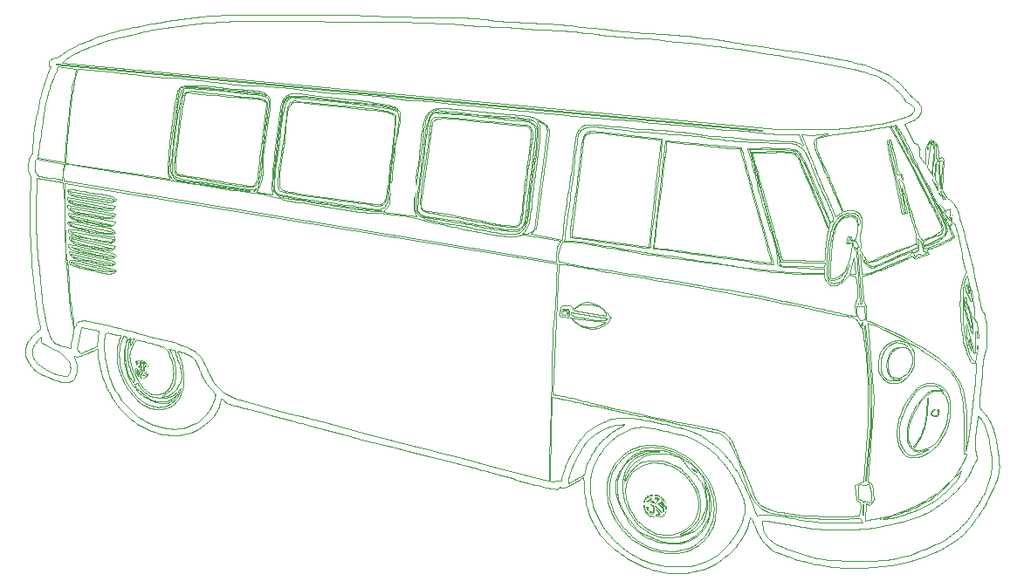
<source format=gbr>
G04 #@! TF.FileFunction,Legend,Bot*
%FSLAX46Y46*%
G04 Gerber Fmt 4.6, Leading zero omitted, Abs format (unit mm)*
G04 Created by KiCad (PCBNEW 4.0.7+dfsg1-1~bpo9+1) date Sat May 26 15:28:48 2018*
%MOMM*%
%LPD*%
G01*
G04 APERTURE LIST*
%ADD10C,0.100000*%
%ADD11C,2.600000*%
G04 APERTURE END LIST*
D10*
X68138550Y-68210600D02*
X68138550Y-68210600D01*
X68138930Y-68210200D02*
X68138550Y-68210600D01*
X68138930Y-68210300D02*
X68138930Y-68210200D01*
X67785358Y-68740600D02*
X68138930Y-68210300D01*
X67785358Y-68773400D02*
X67785358Y-68740600D01*
X67782319Y-68871800D02*
X67785358Y-68773400D01*
X67774399Y-69012200D02*
X67782319Y-68871800D01*
X67763278Y-69155700D02*
X67774399Y-69012200D01*
X67750690Y-69295800D02*
X67763278Y-69155700D01*
X67738321Y-69426800D02*
X67750690Y-69295800D01*
X67727904Y-69542400D02*
X67738321Y-69426800D01*
X67721122Y-69636400D02*
X67727904Y-69542400D01*
X67719169Y-69686000D02*
X67721122Y-69636400D01*
X67719765Y-69702700D02*
X67719169Y-69686000D01*
X67720797Y-69731300D02*
X67719765Y-69702700D01*
X67732515Y-69817000D02*
X67720797Y-69731300D01*
X67759154Y-69925700D02*
X67732515Y-69817000D01*
X67795396Y-70031300D02*
X67759154Y-69925700D01*
X67836736Y-70136000D02*
X67795396Y-70031300D01*
X67878780Y-70242200D02*
X67836736Y-70136000D01*
X67917090Y-70352400D02*
X67878780Y-70242200D01*
X67947310Y-70468800D02*
X67917090Y-70352400D01*
X67962600Y-70562500D02*
X67947310Y-70468800D01*
X67965050Y-70593900D02*
X67962600Y-70562500D01*
X67974380Y-70716300D02*
X67965050Y-70593900D01*
X67971230Y-71086300D02*
X67974380Y-70716300D01*
X67937590Y-71608300D02*
X67971230Y-71086300D01*
X67894790Y-72154000D02*
X67937590Y-71608300D01*
X67873740Y-72577000D02*
X67894790Y-72154000D01*
X67873740Y-72717900D02*
X67873740Y-72577000D01*
X67873740Y-73867000D02*
X67873740Y-72717900D01*
X67873740Y-74037400D02*
X67873740Y-73867000D01*
X67878130Y-74548900D02*
X67873740Y-74037400D01*
X67891420Y-75258200D02*
X67878130Y-74548900D01*
X67913340Y-75989600D02*
X67891420Y-75258200D01*
X67943830Y-76738400D02*
X67913340Y-75989600D01*
X67982790Y-77499500D02*
X67943830Y-76738400D01*
X68030040Y-78267800D02*
X67982790Y-77499500D01*
X68085490Y-79038600D02*
X68030040Y-78267800D01*
X68149070Y-79807000D02*
X68085490Y-79038600D01*
X68220580Y-80567800D02*
X68149070Y-79807000D01*
X68300000Y-81316100D02*
X68220580Y-80567800D01*
X68387090Y-82047200D02*
X68300000Y-81316100D01*
X68481810Y-82756000D02*
X68387090Y-82047200D01*
X68584030Y-83437400D02*
X68481810Y-82756000D01*
X68693560Y-84086500D02*
X68584030Y-83437400D01*
X68810420Y-84698600D02*
X68693560Y-84086500D01*
X68901290Y-85126400D02*
X68810420Y-84698600D01*
X68934390Y-85268500D02*
X68901290Y-85126400D01*
X68906990Y-85286800D02*
X68934390Y-85268500D01*
X68826700Y-85344600D02*
X68906990Y-85286800D01*
X68711570Y-85434000D02*
X68826700Y-85344600D01*
X68591070Y-85535400D02*
X68711570Y-85434000D01*
X68467110Y-85648100D02*
X68591070Y-85535400D01*
X68341670Y-85770700D02*
X68467110Y-85648100D01*
X68216780Y-85902200D02*
X68341670Y-85770700D01*
X68094390Y-86041700D02*
X68216780Y-85902200D01*
X67976440Y-86188100D02*
X68094390Y-86041700D01*
X67864950Y-86340300D02*
X67976440Y-86188100D01*
X67761921Y-86497100D02*
X67864950Y-86340300D01*
X67669310Y-86657700D02*
X67761921Y-86497100D01*
X67589124Y-86820700D02*
X67669310Y-86657700D01*
X67523260Y-86985400D02*
X67589124Y-86820700D01*
X67473781Y-87150600D02*
X67523260Y-86985400D01*
X67442639Y-87315200D02*
X67473781Y-87150600D01*
X67431843Y-87437400D02*
X67442639Y-87315200D01*
X67431843Y-87478100D02*
X67431843Y-87437400D01*
X67431843Y-87514200D02*
X67431843Y-87478100D01*
X67441174Y-87622500D02*
X67431843Y-87514200D01*
X67468193Y-87772800D02*
X67441174Y-87622500D01*
X67511161Y-87927000D02*
X67468193Y-87772800D01*
X67568561Y-88083800D02*
X67511161Y-87927000D01*
X67638657Y-88241400D02*
X67568561Y-88083800D01*
X67719929Y-88398400D02*
X67638657Y-88241400D01*
X67810640Y-88552800D02*
X67719929Y-88398400D01*
X67909220Y-88703300D02*
X67810640Y-88552800D01*
X68014040Y-88848300D02*
X67909220Y-88703300D01*
X68123470Y-88986100D02*
X68014040Y-88848300D01*
X68235820Y-89115200D02*
X68123470Y-88986100D01*
X68349540Y-89233800D02*
X68235820Y-89115200D01*
X68462990Y-89340300D02*
X68349540Y-89233800D01*
X68574480Y-89433200D02*
X68462990Y-89340300D01*
X68682430Y-89510900D02*
X68574480Y-89433200D01*
X68758780Y-89557900D02*
X68682430Y-89510900D01*
X68785250Y-89571700D02*
X68758780Y-89557900D01*
X68808680Y-89583800D02*
X68785250Y-89571700D01*
X68879660Y-89619200D02*
X68808680Y-89583800D01*
X68997540Y-89675900D02*
X68879660Y-89619200D01*
X69135560Y-89739900D02*
X68997540Y-89675900D01*
X69290670Y-89809600D02*
X69135560Y-89739900D01*
X69459610Y-89883300D02*
X69290670Y-89809600D01*
X69639200Y-89959600D02*
X69459610Y-89883300D01*
X69826270Y-90036400D02*
X69639200Y-89959600D01*
X70017610Y-90112400D02*
X69826270Y-90036400D01*
X70210060Y-90185600D02*
X70017610Y-90112400D01*
X70400430Y-90254500D02*
X70210060Y-90185600D01*
X70585540Y-90317400D02*
X70400430Y-90254500D01*
X70762200Y-90372500D02*
X70585540Y-90317400D01*
X70927230Y-90418500D02*
X70762200Y-90372500D01*
X71077460Y-90453300D02*
X70927230Y-90418500D01*
X71209730Y-90475400D02*
X71077460Y-90453300D01*
X71293000Y-90483200D02*
X71209730Y-90475400D01*
X71320780Y-90483200D02*
X71293000Y-90483200D01*
X71497540Y-90483200D02*
X71320780Y-90483200D01*
X71548540Y-90483200D02*
X71497540Y-90483200D01*
X71701640Y-90453800D02*
X71548540Y-90483200D01*
X71887950Y-90371400D02*
X71701640Y-90453800D01*
X72053590Y-90244600D02*
X71887950Y-90371400D01*
X72195680Y-90082000D02*
X72053590Y-90244600D01*
X72311180Y-89892100D02*
X72195680Y-90082000D01*
X72397340Y-89683800D02*
X72311180Y-89892100D01*
X72451160Y-89465400D02*
X72397340Y-89683800D01*
X72469770Y-89300700D02*
X72451160Y-89465400D01*
X72469770Y-89245700D02*
X72469770Y-89300700D01*
X72469770Y-88980600D02*
X72469770Y-89245700D01*
X72469770Y-88942800D02*
X72469770Y-88980600D01*
X72461910Y-88829300D02*
X72469770Y-88942800D01*
X72440520Y-88689700D02*
X72461910Y-88829300D01*
X72408780Y-88558400D02*
X72440520Y-88689700D01*
X72369840Y-88432400D02*
X72408780Y-88558400D01*
X72326750Y-88308600D02*
X72369840Y-88432400D01*
X72282750Y-88184000D02*
X72326750Y-88308600D01*
X72240980Y-88055600D02*
X72282750Y-88184000D01*
X72212540Y-87954000D02*
X72240980Y-88055600D01*
X72204630Y-87920000D02*
X72212540Y-87954000D01*
X72225240Y-87925400D02*
X72204630Y-87920000D01*
X72286340Y-87945400D02*
X72225240Y-87925400D01*
X72366960Y-87974500D02*
X72286340Y-87945400D01*
X72432660Y-87998300D02*
X72366960Y-87974500D01*
X72460490Y-88008300D02*
X72432660Y-87998300D01*
X72469770Y-88008300D02*
X72460490Y-88008300D01*
X72477630Y-88008300D02*
X72469770Y-88008300D01*
X72501390Y-88000300D02*
X72477630Y-88008300D01*
X72568890Y-87977400D02*
X72501390Y-88000300D01*
X72667310Y-87941700D02*
X72568890Y-87977400D01*
X72791600Y-87895000D02*
X72667310Y-87941700D01*
X72936890Y-87839600D02*
X72791600Y-87895000D01*
X73098180Y-87777400D02*
X72936890Y-87839600D01*
X73270540Y-87710200D02*
X73098180Y-87777400D01*
X73449040Y-87640000D02*
X73270540Y-87710200D01*
X73628670Y-87569000D02*
X73449040Y-87640000D01*
X73804520Y-87499000D02*
X73628670Y-87569000D01*
X73971610Y-87432200D02*
X73804520Y-87499000D01*
X74125040Y-87370300D02*
X73971610Y-87432200D01*
X74259810Y-87315400D02*
X74125040Y-87370300D01*
X74370920Y-87269600D02*
X74259810Y-87315400D01*
X74453540Y-87234700D02*
X74370920Y-87269600D01*
X74490540Y-87218800D02*
X74453540Y-87234700D01*
X74502640Y-87212900D02*
X74490540Y-87218800D01*
X74502640Y-87311500D02*
X74502640Y-87212900D01*
X74512030Y-87607200D02*
X74502640Y-87311500D01*
X74540030Y-88000600D02*
X74512030Y-87607200D01*
X74586140Y-88392400D02*
X74540030Y-88000600D01*
X74650040Y-88781700D02*
X74586140Y-88392400D01*
X74731210Y-89167900D02*
X74650040Y-88781700D01*
X74829250Y-89550200D02*
X74731210Y-89167900D01*
X74943780Y-89927800D02*
X74829250Y-89550200D01*
X75074310Y-90299900D02*
X74943780Y-89927800D01*
X75220530Y-90665900D02*
X75074310Y-90299900D01*
X75381880Y-91024700D02*
X75220530Y-90665900D01*
X75558030Y-91376000D02*
X75381880Y-91024700D01*
X75748570Y-91718800D02*
X75558030Y-91376000D01*
X75953060Y-92052100D02*
X75748570Y-91718800D01*
X76170990Y-92375400D02*
X75953060Y-92052100D01*
X76402110Y-92688100D02*
X76170990Y-92375400D01*
X76645880Y-92989000D02*
X76402110Y-92688100D01*
X76901900Y-93277800D02*
X76645880Y-92989000D01*
X77169700Y-93553300D02*
X76901900Y-93277800D01*
X77449000Y-93815200D02*
X77169700Y-93553300D01*
X77739300Y-94062200D02*
X77449000Y-93815200D01*
X78040100Y-94294000D02*
X77739300Y-94062200D01*
X78351100Y-94509600D02*
X78040100Y-94294000D01*
X78671900Y-94708300D02*
X78351100Y-94509600D01*
X79001900Y-94889300D02*
X78671900Y-94708300D01*
X79340800Y-95052000D02*
X79001900Y-94889300D01*
X79688200Y-95195300D02*
X79340800Y-95052000D01*
X80043700Y-95318600D02*
X79688200Y-95195300D01*
X80406800Y-95421400D02*
X80043700Y-95318600D01*
X80777000Y-95502700D02*
X80406800Y-95421400D01*
X81154100Y-95561500D02*
X80777000Y-95502700D01*
X81537600Y-95597500D02*
X81154100Y-95561500D01*
X81829700Y-95609600D02*
X81537600Y-95597500D01*
X81927000Y-95609600D02*
X81829700Y-95609600D01*
X82029100Y-95609600D02*
X81927000Y-95609600D01*
X82335500Y-95590400D02*
X82029100Y-95609600D01*
X82740800Y-95534500D02*
X82335500Y-95590400D01*
X83139800Y-95443500D02*
X82740800Y-95534500D01*
X83529800Y-95320200D02*
X83139800Y-95443500D01*
X83907900Y-95166100D02*
X83529800Y-95320200D01*
X84271100Y-94983900D02*
X83907900Y-95166100D01*
X84616200Y-94775400D02*
X84271100Y-94983900D01*
X84940700Y-94542900D02*
X84616200Y-94775400D01*
X85241400Y-94288500D02*
X84940700Y-94542900D01*
X85515200Y-94014300D02*
X85241400Y-94288500D01*
X85759700Y-93722500D02*
X85515200Y-94014300D01*
X85971500Y-93415300D02*
X85759700Y-93722500D01*
X86147900Y-93094700D02*
X85971500Y-93415300D01*
X86285800Y-92762900D02*
X86147900Y-93094700D01*
X86382300Y-92422000D02*
X86285800Y-92762900D01*
X86427300Y-92161700D02*
X86382300Y-92422000D01*
X86434500Y-92074300D02*
X86427300Y-92161700D01*
X86480700Y-92085000D02*
X86434500Y-92074300D01*
X86616500Y-92126500D02*
X86480700Y-92085000D01*
X86722700Y-92178200D02*
X86616500Y-92126500D01*
X86778800Y-92230600D02*
X86722700Y-92178200D01*
X86810100Y-92285200D02*
X86778800Y-92230600D01*
X86841800Y-92343200D02*
X86810100Y-92285200D01*
X86899300Y-92406400D02*
X86841800Y-92343200D01*
X87007900Y-92475800D02*
X86899300Y-92406400D01*
X87145700Y-92536700D02*
X87007900Y-92475800D01*
X87193000Y-92553300D02*
X87145700Y-92536700D01*
X87257300Y-92576100D02*
X87193000Y-92553300D01*
X87453000Y-92637100D02*
X87257300Y-92576100D01*
X87705100Y-92705200D02*
X87453000Y-92637100D01*
X87962200Y-92767700D02*
X87705100Y-92705200D01*
X88169000Y-92817200D02*
X87962200Y-92767700D01*
X88237700Y-92834500D02*
X88169000Y-92817200D01*
X88369500Y-92867400D02*
X88237700Y-92834500D01*
X88764100Y-92970000D02*
X88369500Y-92867400D01*
X89260900Y-93102500D02*
X88764100Y-92970000D01*
X89754300Y-93233500D02*
X89260900Y-93102500D01*
X90141200Y-93332800D02*
X89754300Y-93233500D01*
X90270700Y-93364500D02*
X90141200Y-93332800D01*
X90526900Y-93427200D02*
X90270700Y-93364500D01*
X91292500Y-93629300D02*
X90526900Y-93427200D01*
X92296100Y-93908400D02*
X91292500Y-93629300D01*
X93295000Y-94189200D02*
X92296100Y-93908400D01*
X94049500Y-94394600D02*
X93295000Y-94189200D01*
X94302000Y-94459500D02*
X94049500Y-94394600D01*
X94810800Y-94590200D02*
X94302000Y-94459500D01*
X96334300Y-94993800D02*
X94810800Y-94590200D01*
X98372500Y-95542700D02*
X96334300Y-94993800D01*
X100421200Y-96089500D02*
X98372500Y-95542700D01*
X101968000Y-96489600D02*
X100421200Y-96089500D01*
X102485100Y-96617500D02*
X101968000Y-96489600D01*
X103003900Y-96746000D02*
X102485100Y-96617500D01*
X104559000Y-97136500D02*
X103003900Y-96746000D01*
X106618900Y-97659300D02*
X104559000Y-97136500D01*
X108675700Y-98182600D02*
X106618900Y-97659300D01*
X110223800Y-98574100D02*
X108675700Y-98182600D01*
X110740400Y-98703200D02*
X110223800Y-98574100D01*
X110777000Y-98712400D02*
X110740400Y-98703200D01*
X110886900Y-98740700D02*
X110777000Y-98712400D01*
X111057300Y-98785900D02*
X110886900Y-98740700D01*
X111250000Y-98838200D02*
X111057300Y-98785900D01*
X111463300Y-98896900D02*
X111250000Y-98838200D01*
X111695500Y-98961600D02*
X111463300Y-98896900D01*
X111944800Y-99031600D02*
X111695500Y-98961600D01*
X112209700Y-99106400D02*
X111944800Y-99031600D01*
X112488400Y-99185400D02*
X112209700Y-99106400D01*
X112779400Y-99267900D02*
X112488400Y-99185400D01*
X113080800Y-99353500D02*
X112779400Y-99267900D01*
X113390900Y-99441500D02*
X113080800Y-99353500D01*
X113708300Y-99531400D02*
X113390900Y-99441500D01*
X114031100Y-99622500D02*
X113708300Y-99531400D01*
X114357600Y-99714400D02*
X114031100Y-99622500D01*
X114686100Y-99806300D02*
X114357600Y-99714400D01*
X115015100Y-99897800D02*
X114686100Y-99806300D01*
X115342900Y-99988200D02*
X115015100Y-99897800D01*
X115667500Y-100077000D02*
X115342900Y-99988200D01*
X115987600Y-100163600D02*
X115667500Y-100077000D01*
X116301300Y-100247500D02*
X115987600Y-100163600D01*
X116607000Y-100327900D02*
X116301300Y-100247500D01*
X116903200Y-100404400D02*
X116607000Y-100327900D01*
X117187700Y-100476300D02*
X116903200Y-100404400D01*
X117459400Y-100543200D02*
X117187700Y-100476300D01*
X117716200Y-100604400D02*
X117459400Y-100543200D01*
X117956600Y-100659300D02*
X117716200Y-100604400D01*
X118179000Y-100707300D02*
X117956600Y-100659300D01*
X118381500Y-100747900D02*
X118179000Y-100707300D01*
X118562600Y-100780500D02*
X118381500Y-100747900D01*
X118720500Y-100804500D02*
X118562600Y-100780500D01*
X118853600Y-100819300D02*
X118720500Y-100804500D01*
X118933400Y-100824400D02*
X118853600Y-100819300D01*
X118960100Y-100824400D02*
X118933400Y-100824400D01*
X118989300Y-100824400D02*
X118960100Y-100824400D01*
X119076500Y-100811800D02*
X118989300Y-100824400D01*
X119151300Y-100776100D02*
X119076500Y-100811800D01*
X119219000Y-100720300D02*
X119151300Y-100776100D01*
X119289000Y-100664200D02*
X119219000Y-100720300D01*
X119313700Y-100647700D02*
X119289000Y-100664200D01*
X119332600Y-100652200D02*
X119313700Y-100647700D01*
X119389300Y-100667800D02*
X119332600Y-100652200D01*
X119442600Y-100685400D02*
X119389300Y-100667800D01*
X119480400Y-100700500D02*
X119442600Y-100685400D01*
X119509300Y-100713100D02*
X119480400Y-100700500D01*
X119535700Y-100723000D02*
X119509300Y-100713100D01*
X119566400Y-100730200D02*
X119535700Y-100723000D01*
X119608000Y-100734500D02*
X119566400Y-100730200D01*
X119652300Y-100736100D02*
X119608000Y-100734500D01*
X119667200Y-100736100D02*
X119652300Y-100736100D01*
X119682300Y-100736100D02*
X119667200Y-100736100D01*
X119727600Y-100726000D02*
X119682300Y-100736100D01*
X119810800Y-100697500D02*
X119727600Y-100726000D01*
X119913600Y-100653000D02*
X119810800Y-100697500D01*
X120033000Y-100594700D02*
X119913600Y-100653000D01*
X120165700Y-100524900D02*
X120033000Y-100594700D01*
X120308600Y-100446100D02*
X120165700Y-100524900D01*
X120458700Y-100360600D02*
X120308600Y-100446100D01*
X120612700Y-100270700D02*
X120458700Y-100360600D01*
X120767500Y-100178700D02*
X120612700Y-100270700D01*
X120920100Y-100087100D02*
X120767500Y-100178700D01*
X121067200Y-99998200D02*
X120920100Y-100087100D01*
X121205700Y-99914200D02*
X121067200Y-99998200D01*
X121332600Y-99837600D02*
X121205700Y-99914200D01*
X121444700Y-99770700D02*
X121332600Y-99837600D01*
X121538700Y-99715800D02*
X121444700Y-99770700D01*
X121593300Y-99685100D02*
X121538700Y-99715800D01*
X121611600Y-99675400D02*
X121593300Y-99685100D01*
X121611600Y-99798000D02*
X121611600Y-99675400D01*
X121618900Y-100165900D02*
X121611600Y-99798000D01*
X121640100Y-100634800D02*
X121618900Y-100165900D01*
X121675800Y-101083300D02*
X121640100Y-100634800D01*
X121725700Y-101512400D02*
X121675800Y-101083300D01*
X121789800Y-101923130D02*
X121725700Y-101512400D01*
X121868300Y-102316570D02*
X121789800Y-101923130D01*
X121961100Y-102693790D02*
X121868300Y-102316570D01*
X122068300Y-103055840D02*
X121961100Y-102693790D01*
X122189700Y-103403770D02*
X122068300Y-103055840D01*
X122325500Y-103738670D02*
X122189700Y-103403770D01*
X122475800Y-104061530D02*
X122325500Y-103738670D01*
X122640500Y-104373490D02*
X122475800Y-104061530D01*
X122819500Y-104675570D02*
X122640500Y-104373490D01*
X123013000Y-104968810D02*
X122819500Y-104675570D01*
X123221100Y-105254290D02*
X123013000Y-104968810D01*
X123386500Y-105464590D02*
X123221100Y-105254290D01*
X123443600Y-105533100D02*
X123386500Y-105464590D01*
X123493900Y-105593540D02*
X123443600Y-105533100D01*
X123650700Y-105770240D02*
X123493900Y-105593540D01*
X123875900Y-106006290D02*
X123650700Y-105770240D01*
X124117900Y-106240180D02*
X123875900Y-106006290D01*
X124375100Y-106470990D02*
X124117900Y-106240180D01*
X124646200Y-106697540D02*
X124375100Y-106470990D01*
X124929800Y-106918850D02*
X124646200Y-106697540D01*
X125224300Y-107133850D02*
X124929800Y-106918850D01*
X125528600Y-107341530D02*
X125224300Y-107133850D01*
X125840900Y-107540920D02*
X125528600Y-107341530D01*
X126160200Y-107730810D02*
X125840900Y-107540920D01*
X126484800Y-107910320D02*
X126160200Y-107730810D01*
X126813400Y-108078350D02*
X126484800Y-107910320D01*
X127144700Y-108233840D02*
X126813400Y-108078350D01*
X127477000Y-108375770D02*
X127144700Y-108233840D01*
X127809100Y-108503100D02*
X127477000Y-108375770D01*
X128056300Y-108588660D02*
X127809100Y-108503100D01*
X128139500Y-108614860D02*
X128056300Y-108588660D01*
X128249700Y-108649480D02*
X128139500Y-108614860D01*
X128583700Y-108742680D02*
X128249700Y-108649480D01*
X129022900Y-108845880D02*
X128583700Y-108742680D01*
X129457000Y-108924920D02*
X129022900Y-108845880D01*
X129885400Y-108980480D02*
X129457000Y-108924920D01*
X130307700Y-109013240D02*
X129885400Y-108980480D01*
X130723400Y-109023770D02*
X130307700Y-109013240D01*
X131132200Y-109012750D02*
X130723400Y-109023770D01*
X131533400Y-108980750D02*
X131132200Y-109012750D01*
X131926900Y-108928450D02*
X131533400Y-108980750D01*
X132312000Y-108856450D02*
X131926900Y-108928450D01*
X132688300Y-108765360D02*
X132312000Y-108856450D01*
X133055500Y-108655880D02*
X132688300Y-108765360D01*
X133413000Y-108528600D02*
X133055500Y-108655880D01*
X133760400Y-108384130D02*
X133413000Y-108528600D01*
X134097300Y-108223100D02*
X133760400Y-108384130D01*
X134423200Y-108046180D02*
X134097300Y-108223100D01*
X134737700Y-107853960D02*
X134423200Y-108046180D01*
X135040400Y-107647090D02*
X134737700Y-107853960D01*
X135330700Y-107426220D02*
X135040400Y-107647090D01*
X135608300Y-107191910D02*
X135330700Y-107426220D01*
X135872700Y-106944840D02*
X135608300Y-107191910D01*
X136123600Y-106685670D02*
X135872700Y-106944840D01*
X136360400Y-106414930D02*
X136123600Y-106685670D01*
X136582600Y-106133360D02*
X136360400Y-106414930D01*
X136790000Y-105841530D02*
X136582600Y-106133360D01*
X136981900Y-105540040D02*
X136790000Y-105841530D01*
X137158000Y-105229610D02*
X136981900Y-105540040D01*
X137317900Y-104910770D02*
X137158000Y-105229610D01*
X137461100Y-104584270D02*
X137317900Y-104910770D01*
X137587200Y-104250600D02*
X137461100Y-104584270D01*
X137695500Y-103910430D02*
X137587200Y-104250600D01*
X137765700Y-103651540D02*
X137695500Y-103910430D01*
X137785900Y-103564520D02*
X137765700Y-103651540D01*
X137832900Y-103631950D02*
X137785900Y-103564520D01*
X137959400Y-103844200D02*
X137832900Y-103631950D01*
X138109400Y-104137920D02*
X137959400Y-103844200D01*
X138246200Y-104441740D02*
X138109400Y-104137920D01*
X138380000Y-104751680D02*
X138246200Y-104441740D01*
X138520800Y-105063810D02*
X138380000Y-104751680D01*
X138679100Y-105374200D02*
X138520800Y-105063810D01*
X138865000Y-105678880D02*
X138679100Y-105374200D01*
X139028800Y-105903600D02*
X138865000Y-105678880D01*
X139088700Y-105973960D02*
X139028800Y-105903600D01*
X139129300Y-106021710D02*
X139088700Y-105973960D01*
X139253300Y-106163310D02*
X139129300Y-106021710D01*
X139401200Y-106324880D02*
X139253300Y-106163310D01*
X139535700Y-106461710D02*
X139401200Y-106324880D01*
X139659700Y-106576890D02*
X139535700Y-106461710D01*
X139776500Y-106673460D02*
X139659700Y-106576890D01*
X139889000Y-106754560D02*
X139776500Y-106673460D01*
X140000500Y-106823250D02*
X139889000Y-106754560D01*
X140114100Y-106882600D02*
X140000500Y-106823250D01*
X140232900Y-106935770D02*
X140114100Y-106882600D01*
X140360000Y-106985740D02*
X140232900Y-106935770D01*
X140498300Y-107035710D02*
X140360000Y-106985740D01*
X140651400Y-107088660D02*
X140498300Y-107035710D01*
X140821900Y-107147740D02*
X140651400Y-107088660D01*
X141013200Y-107216040D02*
X140821900Y-107147740D01*
X141228300Y-107296610D02*
X141013200Y-107216040D01*
X141410200Y-107368000D02*
X141228300Y-107296610D01*
X141470500Y-107392590D02*
X141410200Y-107368000D01*
X141544400Y-107422700D02*
X141470500Y-107392590D01*
X141769000Y-107507000D02*
X141544400Y-107422700D01*
X142093900Y-107618220D02*
X141769000Y-107507000D01*
X142442300Y-107725600D02*
X142093900Y-107618220D01*
X142811900Y-107828570D02*
X142442300Y-107725600D01*
X143199500Y-107926600D02*
X142811900Y-107828570D01*
X143602500Y-108019040D02*
X143199500Y-107926600D01*
X144018000Y-108105420D02*
X143602500Y-108019040D01*
X144443300Y-108185110D02*
X144018000Y-108105420D01*
X144875500Y-108257600D02*
X144443300Y-108185110D01*
X145311800Y-108322230D02*
X144875500Y-108257600D01*
X145749700Y-108378470D02*
X145311800Y-108322230D01*
X146186100Y-108425790D02*
X145749700Y-108378470D01*
X146618300Y-108463540D02*
X146186100Y-108425790D01*
X147043400Y-108491270D02*
X146618300Y-108463540D01*
X147459000Y-108508310D02*
X147043400Y-108491270D01*
X147761200Y-108514110D02*
X147459000Y-108508310D01*
X147861900Y-108514110D02*
X147761200Y-108514110D01*
X148089100Y-108514110D02*
X147861900Y-108514110D01*
X148771100Y-108495610D02*
X148089100Y-108514110D01*
X149670500Y-108440660D02*
X148771100Y-108495610D01*
X150556800Y-108349780D02*
X149670500Y-108440660D01*
X151426400Y-108223640D02*
X150556800Y-108349780D01*
X152276200Y-108062890D02*
X151426400Y-108223640D01*
X153102900Y-107868060D02*
X152276200Y-108062890D01*
X153902900Y-107639820D02*
X153102900Y-107868060D01*
X154672900Y-107378750D02*
X153902900Y-107639820D01*
X155409500Y-107085570D02*
X154672900Y-107378750D01*
X156109700Y-106760750D02*
X155409500Y-107085570D01*
X156769800Y-106405020D02*
X156109700Y-106760750D01*
X157386500Y-106019000D02*
X156769800Y-106405020D01*
X157956500Y-105603200D02*
X157386500Y-106019000D01*
X158476400Y-105158380D02*
X157956500Y-105603200D01*
X158942700Y-104685020D02*
X158476400Y-105158380D01*
X159256400Y-104313860D02*
X158942700Y-104685020D01*
X159352500Y-104183880D02*
X159256400Y-104313860D01*
X159395700Y-104125220D02*
X159352500Y-104183880D01*
X159523400Y-103947770D02*
X159395700Y-104125220D01*
X159705700Y-103687180D02*
X159523400Y-103947770D01*
X159896300Y-103404630D02*
X159705700Y-103687180D01*
X160092600Y-103102600D02*
X159896300Y-103404630D01*
X160292000Y-102783640D02*
X160092600Y-103102600D01*
X160491600Y-102450250D02*
X160292000Y-102783640D01*
X160689000Y-102104930D02*
X160491600Y-102450250D01*
X160881100Y-101750220D02*
X160689000Y-102104930D01*
X161065500Y-101388600D02*
X160881100Y-101750220D01*
X161239400Y-101022600D02*
X161065500Y-101388600D01*
X161400200Y-100654700D02*
X161239400Y-101022600D01*
X161545100Y-100287400D02*
X161400200Y-100654700D01*
X161671400Y-99923400D02*
X161545100Y-100287400D01*
X161776400Y-99564900D02*
X161671400Y-99923400D01*
X161857500Y-99214700D02*
X161776400Y-99564900D01*
X161901600Y-98960400D02*
X161857500Y-99214700D01*
X161911800Y-98875200D02*
X161901600Y-98960400D01*
X161915500Y-98843900D02*
X161911800Y-98875200D01*
X161919400Y-98749000D02*
X161915500Y-98843900D01*
X161918200Y-98582300D02*
X161919400Y-98749000D01*
X161908600Y-98381000D02*
X161918200Y-98582300D01*
X161891900Y-98151100D02*
X161908600Y-98381000D01*
X161869000Y-97898700D02*
X161891900Y-98151100D01*
X161840700Y-97629700D02*
X161869000Y-97898700D01*
X161807900Y-97350300D02*
X161840700Y-97629700D01*
X161771300Y-97066400D02*
X161807900Y-97350300D01*
X161732500Y-96783900D02*
X161771300Y-97066400D01*
X161691600Y-96509000D02*
X161732500Y-96783900D01*
X161650100Y-96247800D02*
X161691600Y-96509000D01*
X161608700Y-96006100D02*
X161650100Y-96247800D01*
X161568200Y-95790000D02*
X161608700Y-96006100D01*
X161529700Y-95605600D02*
X161568200Y-95790000D01*
X161494000Y-95458900D02*
X161529700Y-95605600D01*
X161471500Y-95381000D02*
X161494000Y-95458900D01*
X161462000Y-95355800D02*
X161471500Y-95381000D01*
X161448900Y-95320700D02*
X161462000Y-95355800D01*
X161408900Y-95215300D02*
X161448900Y-95320700D01*
X161343900Y-95047000D02*
X161408900Y-95215300D01*
X161270100Y-94860400D02*
X161343900Y-95047000D01*
X161190400Y-94665700D02*
X161270100Y-94860400D01*
X161108000Y-94472400D02*
X161190400Y-94665700D01*
X161025700Y-94290400D02*
X161108000Y-94472400D01*
X160946500Y-94129700D02*
X161025700Y-94290400D01*
X160893200Y-94031400D02*
X160946500Y-94129700D01*
X160873600Y-93999900D02*
X160893200Y-94031400D01*
X160838900Y-93944000D02*
X160873600Y-93999900D01*
X160729100Y-93780000D02*
X160838900Y-93944000D01*
X160599100Y-93604300D02*
X160729100Y-93780000D01*
X160480900Y-93462000D02*
X160599100Y-93604300D01*
X160371800Y-93342200D02*
X160480900Y-93462000D01*
X160268900Y-93233900D02*
X160371800Y-93342200D01*
X160169400Y-93126400D02*
X160268900Y-93233900D01*
X160070900Y-93008600D02*
X160169400Y-93126400D01*
X159994300Y-92905600D02*
X160070900Y-93008600D01*
X159970500Y-92870000D02*
X159994300Y-92905600D01*
X159972200Y-92789600D02*
X159970500Y-92870000D01*
X159984100Y-92548300D02*
X159972200Y-92789600D01*
X160009400Y-92196100D02*
X159984100Y-92548300D01*
X160043300Y-91820700D02*
X160009400Y-92196100D01*
X160082900Y-91430000D02*
X160043300Y-91820700D01*
X160124800Y-91031300D02*
X160082900Y-91430000D01*
X160166200Y-90632400D02*
X160124800Y-91031300D01*
X160204000Y-90240800D02*
X160166200Y-90632400D01*
X160228200Y-89958500D02*
X160204000Y-90240800D01*
X160235000Y-89864300D02*
X160228200Y-89958500D01*
X160237300Y-89831500D02*
X160235000Y-89864300D01*
X160243800Y-89733200D02*
X160237300Y-89831500D01*
X160255100Y-89560800D02*
X160243800Y-89733200D01*
X160268300Y-89360400D02*
X160255100Y-89560800D01*
X160283600Y-89145000D02*
X160268300Y-89360400D01*
X160300400Y-88927900D02*
X160283600Y-89145000D01*
X160318700Y-88722200D02*
X160300400Y-88927900D01*
X160338400Y-88541000D02*
X160318700Y-88722200D01*
X160352900Y-88433200D02*
X160338400Y-88541000D01*
X160359300Y-88397500D02*
X160352900Y-88433200D01*
X160376900Y-88297100D02*
X160359300Y-88397500D01*
X160440200Y-87997800D02*
X160376900Y-88297100D01*
X160527600Y-87629700D02*
X160440200Y-87997800D01*
X160606200Y-87301100D02*
X160527600Y-87629700D01*
X160650200Y-87090600D02*
X160606200Y-87301100D01*
X160660700Y-87019700D02*
X160650200Y-87090600D01*
X160672900Y-86936300D02*
X160660700Y-87019700D01*
X160699400Y-86684000D02*
X160672900Y-86936300D01*
X160723300Y-86316000D02*
X160699400Y-86684000D01*
X160731800Y-85927100D02*
X160723300Y-86316000D01*
X160724700Y-85529300D02*
X160731800Y-85927100D01*
X160701900Y-85134500D02*
X160724700Y-85529300D01*
X160662900Y-84754200D02*
X160701900Y-85134500D01*
X160607600Y-84400600D02*
X160662900Y-84754200D01*
X160557000Y-84162900D02*
X160607600Y-84400600D01*
X160535700Y-84085000D02*
X160557000Y-84162900D01*
X160523200Y-84039900D02*
X160535700Y-84085000D01*
X160478600Y-83906500D02*
X160523200Y-84039900D01*
X160415900Y-83753600D02*
X160478600Y-83906500D01*
X160350200Y-83618800D02*
X160415900Y-83753600D01*
X160284700Y-83494600D02*
X160350200Y-83618800D01*
X160221800Y-83373300D02*
X160284700Y-83494600D01*
X160164400Y-83247700D02*
X160221800Y-83373300D01*
X160115200Y-83109900D02*
X160164400Y-83247700D01*
X160084700Y-82992200D02*
X160115200Y-83109900D01*
X160077300Y-82952500D02*
X160084700Y-82992200D01*
X160060000Y-82859300D02*
X160077300Y-82952500D01*
X160011800Y-82579200D02*
X160060000Y-82859300D01*
X159955400Y-82232800D02*
X160011800Y-82579200D01*
X159898300Y-81888200D02*
X159955400Y-82232800D01*
X159848400Y-81612000D02*
X159898300Y-81888200D01*
X159830200Y-81520200D02*
X159848400Y-81612000D01*
X159798300Y-81358200D02*
X159830200Y-81520200D01*
X159694000Y-80874000D02*
X159798300Y-81358200D01*
X159542000Y-80217900D02*
X159694000Y-80874000D01*
X159379000Y-79554900D02*
X159542000Y-80217900D01*
X159210100Y-78887700D02*
X159379000Y-79554900D01*
X159040500Y-78219000D02*
X159210100Y-78887700D01*
X158875000Y-77552100D02*
X159040500Y-78219000D01*
X158718600Y-76889300D02*
X158875000Y-77552100D01*
X158610000Y-76397900D02*
X158718600Y-76889300D01*
X158576300Y-76233800D02*
X158610000Y-76397900D01*
X158559300Y-76150300D02*
X158576300Y-76233800D01*
X158509700Y-75899500D02*
X158559300Y-76150300D01*
X158439400Y-75575900D02*
X158509700Y-75899500D01*
X158351900Y-75268800D02*
X158439400Y-75575900D01*
X158268900Y-75053300D02*
X158351900Y-75268800D01*
X158234100Y-74985200D02*
X158268900Y-75053300D01*
X158210800Y-74939300D02*
X158234100Y-74985200D01*
X158149500Y-74797700D02*
X158210800Y-74939300D01*
X158092000Y-74627800D02*
X158149500Y-74797700D01*
X158053400Y-74470600D02*
X158092000Y-74627800D01*
X158025100Y-74320600D02*
X158053400Y-74470600D01*
X157999000Y-74172700D02*
X158025100Y-74320600D01*
X157966600Y-74021800D02*
X157999000Y-74172700D01*
X157919700Y-73862500D02*
X157966600Y-74021800D01*
X157869700Y-73731800D02*
X157919700Y-73862500D01*
X157850100Y-73689700D02*
X157869700Y-73731800D01*
X157825700Y-73637000D02*
X157850100Y-73689700D01*
X157747300Y-73481300D02*
X157825700Y-73637000D01*
X157650400Y-73310400D02*
X157747300Y-73481300D01*
X157558300Y-73171500D02*
X157650400Y-73310400D01*
X157470100Y-73059500D02*
X157558300Y-73171500D01*
X157385000Y-72968600D02*
X157470100Y-73059500D01*
X157302000Y-72893600D02*
X157385000Y-72968600D01*
X157220400Y-72829300D02*
X157302000Y-72893600D01*
X157139100Y-72770200D02*
X157220400Y-72829300D01*
X157057300Y-72710700D02*
X157139100Y-72770200D01*
X156974100Y-72645700D02*
X157057300Y-72710700D01*
X156888600Y-72569700D02*
X156974100Y-72645700D01*
X156800000Y-72477400D02*
X156888600Y-72569700D01*
X156707200Y-72363200D02*
X156800000Y-72477400D01*
X156609400Y-72222000D02*
X156707200Y-72363200D01*
X156505800Y-72048100D02*
X156609400Y-72222000D01*
X156421800Y-71889900D02*
X156505800Y-72048100D01*
X156395400Y-71836400D02*
X156421800Y-71889900D01*
X156505800Y-68847200D02*
X156395400Y-71836400D01*
X156343200Y-68642000D02*
X156505800Y-68847200D01*
X155993200Y-68741100D02*
X156343200Y-68642000D01*
X155993200Y-68034000D02*
X155993200Y-68741100D01*
X155993200Y-67973100D02*
X155993200Y-68034000D01*
X155981300Y-67790200D02*
X155993200Y-67973100D01*
X155946300Y-67587900D02*
X155981300Y-67790200D01*
X155888700Y-67420800D02*
X155946300Y-67587900D01*
X155809400Y-67282500D02*
X155888700Y-67420800D01*
X155708700Y-67166300D02*
X155809400Y-67282500D01*
X155587500Y-67065600D02*
X155708700Y-67166300D01*
X155446300Y-66974000D02*
X155587500Y-67065600D01*
X155326500Y-66906500D02*
X155446300Y-66974000D01*
X155286100Y-66885200D02*
X155326500Y-66906500D01*
X155232200Y-66931800D02*
X155286100Y-66885200D01*
X155089400Y-67093400D02*
X155232200Y-66931800D01*
X154947700Y-67324700D02*
X155089400Y-67093400D01*
X154852200Y-67580300D02*
X154947700Y-67324700D01*
X154793800Y-67861700D02*
X154852200Y-67580300D01*
X154764000Y-68170200D02*
X154793800Y-67861700D01*
X154753400Y-68507000D02*
X154764000Y-68170200D01*
X154753700Y-68873600D02*
X154753400Y-68507000D01*
X154755800Y-69172000D02*
X154753700Y-68873600D01*
X154755800Y-69271500D02*
X154755800Y-69172000D01*
X154733200Y-69256400D02*
X154755800Y-69271500D01*
X154672700Y-69200200D02*
X154733200Y-69256400D01*
X154576200Y-69091500D02*
X154672700Y-69200200D01*
X154473700Y-68955400D02*
X154576200Y-69091500D01*
X154372700Y-68802000D02*
X154473700Y-68955400D01*
X154281100Y-68640800D02*
X154372700Y-68802000D01*
X154206100Y-68482000D02*
X154281100Y-68640800D01*
X154155500Y-68335300D02*
X154206100Y-68482000D01*
X154137000Y-68242000D02*
X154155500Y-68335300D01*
X154137000Y-68210900D02*
X154137000Y-68242000D01*
X154137000Y-68178100D02*
X154137000Y-68210900D01*
X154141500Y-68079600D02*
X154137000Y-68178100D01*
X154156100Y-68001500D02*
X154141500Y-68079600D01*
X154183300Y-67939700D02*
X154156100Y-68001500D01*
X154215500Y-67878200D02*
X154183300Y-67939700D01*
X154225500Y-67857400D02*
X154215500Y-67878200D01*
X154209100Y-67826400D02*
X154225500Y-67857400D01*
X154164800Y-67731100D02*
X154209100Y-67826400D01*
X154117000Y-67617200D02*
X154164800Y-67731100D01*
X154073900Y-67516400D02*
X154117000Y-67617200D01*
X154026900Y-67428800D02*
X154073900Y-67516400D01*
X153967900Y-67355200D02*
X154026900Y-67428800D01*
X153888300Y-67296100D02*
X153967900Y-67355200D01*
X153780100Y-67252200D02*
X153888300Y-67296100D01*
X153671400Y-67228400D02*
X153780100Y-67252200D01*
X153634700Y-67224000D02*
X153671400Y-67228400D01*
X152723000Y-65382700D02*
X153634700Y-67224000D01*
X152776900Y-65370000D02*
X152723000Y-65382700D01*
X152937000Y-65324500D02*
X152776900Y-65370000D01*
X153149100Y-65250700D02*
X152937000Y-65324500D01*
X153355500Y-65162000D02*
X153149100Y-65250700D01*
X153552500Y-65059500D02*
X153355500Y-65162000D01*
X153736500Y-64944000D02*
X153552500Y-65059500D01*
X153903700Y-64816800D02*
X153736500Y-64944000D01*
X154050500Y-64678600D02*
X153903700Y-64816800D01*
X154173300Y-64530600D02*
X154050500Y-64678600D01*
X154268400Y-64373600D02*
X154173300Y-64530600D01*
X154332200Y-64208600D02*
X154268400Y-64373600D01*
X154360700Y-64036700D02*
X154332200Y-64208600D01*
X154350700Y-63858900D02*
X154360700Y-64036700D01*
X154298200Y-63676000D02*
X154350700Y-63858900D01*
X154199500Y-63489000D02*
X154298200Y-63676000D01*
X154051200Y-63299000D02*
X154199500Y-63489000D01*
X153902700Y-63151700D02*
X154051200Y-63299000D01*
X153849500Y-63107000D02*
X153902700Y-63151700D01*
X153796600Y-63062500D02*
X153849500Y-63107000D01*
X153639800Y-62926800D02*
X153796600Y-63062500D01*
X153480200Y-62781000D02*
X153639800Y-62926800D01*
X153356100Y-62658600D02*
X153480200Y-62781000D01*
X153252300Y-62548200D02*
X153356100Y-62658600D01*
X153154100Y-62438500D02*
X153252300Y-62548200D01*
X153046900Y-62318200D02*
X153154100Y-62438500D01*
X152915800Y-62176100D02*
X153046900Y-62318200D01*
X152788700Y-62044300D02*
X152915800Y-62176100D01*
X152745800Y-62001100D02*
X152788700Y-62044300D01*
X152672700Y-61927800D02*
X152745800Y-62001100D01*
X152458800Y-61702500D02*
X152672700Y-61927800D01*
X152184400Y-61416400D02*
X152458800Y-61702500D01*
X151893400Y-61145300D02*
X152184400Y-61416400D01*
X151644700Y-60949900D02*
X151893400Y-61145300D01*
X151556900Y-60892000D02*
X151644700Y-60949900D01*
X151471400Y-60835400D02*
X151556900Y-60892000D01*
X151208400Y-60675400D02*
X151471400Y-60835400D01*
X150843300Y-60474500D02*
X151208400Y-60675400D01*
X150462600Y-60288100D02*
X150843300Y-60474500D01*
X150067700Y-60115300D02*
X150462600Y-60288100D01*
X149660000Y-59955400D02*
X150067700Y-60115300D01*
X149240200Y-59807200D02*
X149660000Y-59955400D01*
X148810000Y-59670200D02*
X149240200Y-59807200D01*
X148370200Y-59542900D02*
X148810000Y-59670200D01*
X147922300Y-59424900D02*
X148370200Y-59542900D01*
X147467500Y-59315000D02*
X147922300Y-59424900D01*
X147006600Y-59212200D02*
X147467500Y-59315000D01*
X146541400Y-59116000D02*
X147006600Y-59212200D01*
X146072500Y-59025000D02*
X146541400Y-59116000D01*
X145601600Y-58938600D02*
X146072500Y-59025000D01*
X145129700Y-58855700D02*
X145601600Y-58938600D01*
X144775900Y-58795300D02*
X145129700Y-58855700D01*
X144657900Y-58775600D02*
X144775900Y-58795300D01*
X144173300Y-58694000D02*
X144657900Y-58775600D01*
X142716800Y-58466500D02*
X144173300Y-58694000D01*
X140776400Y-58178100D02*
X142716800Y-58466500D01*
X138824500Y-57886500D02*
X140776400Y-58178100D01*
X137342500Y-57652500D02*
X138824500Y-57886500D01*
X136849500Y-57568500D02*
X137342500Y-57652500D01*
X136738300Y-57549600D02*
X136849500Y-57568500D01*
X136404500Y-57494500D02*
X136738300Y-57549600D01*
X135935000Y-57419700D02*
X136404500Y-57494500D01*
X135444000Y-57344700D02*
X135935000Y-57419700D01*
X134935100Y-57270300D02*
X135444000Y-57344700D01*
X134411600Y-57197000D02*
X134935100Y-57270300D01*
X133877200Y-57125300D02*
X134411600Y-57197000D01*
X133335200Y-57056000D02*
X133877200Y-57125300D01*
X132789000Y-56989500D02*
X133335200Y-57056000D01*
X132242000Y-56926400D02*
X132789000Y-56989500D01*
X131697700Y-56867500D02*
X132242000Y-56926400D01*
X131159500Y-56813200D02*
X131697700Y-56867500D01*
X130630900Y-56764300D02*
X131159500Y-56813200D01*
X130115200Y-56721300D02*
X130630900Y-56764300D01*
X129616100Y-56684700D02*
X130115200Y-56721300D01*
X129136600Y-56655300D02*
X129616100Y-56684700D01*
X128794500Y-56638100D02*
X129136600Y-56655300D01*
X128680500Y-56633600D02*
X128794500Y-56638100D01*
X128436500Y-56623900D02*
X128680500Y-56633600D01*
X127705000Y-56582200D02*
X128436500Y-56623900D01*
X126682000Y-56506700D02*
X127705000Y-56582200D01*
X125628000Y-56412500D02*
X126682000Y-56506700D01*
X124559000Y-56304900D02*
X125628000Y-56412500D01*
X123491100Y-56188900D02*
X124559000Y-56304900D01*
X122440400Y-56069700D02*
X123491100Y-56188900D01*
X121423200Y-55952900D02*
X122440400Y-56069700D01*
X120697300Y-55870300D02*
X121423200Y-55952900D01*
X120455400Y-55843500D02*
X120697300Y-55870300D01*
X120330700Y-55829700D02*
X120455400Y-55843500D01*
X119955900Y-55793100D02*
X120330700Y-55829700D01*
X119442700Y-55750000D02*
X119955900Y-55793100D01*
X118918200Y-55713100D02*
X119442700Y-55750000D01*
X118384300Y-55681000D02*
X118918200Y-55713100D01*
X117843200Y-55652700D02*
X118384300Y-55681000D01*
X117297200Y-55626800D02*
X117843200Y-55652700D01*
X116748300Y-55602200D02*
X117297200Y-55626800D01*
X116199000Y-55577800D02*
X116748300Y-55602200D01*
X115651300Y-55552100D02*
X116199000Y-55577800D01*
X115107500Y-55523900D02*
X115651300Y-55552100D01*
X114569500Y-55492200D02*
X115107500Y-55523900D01*
X114040000Y-55455700D02*
X114569500Y-55492200D01*
X113520500Y-55413200D02*
X114040000Y-55455700D01*
X113013900Y-55363300D02*
X113520500Y-55413200D01*
X112521800Y-55305000D02*
X113013900Y-55363300D01*
X112165200Y-55255700D02*
X112521800Y-55305000D01*
X112046800Y-55237100D02*
X112165200Y-55255700D01*
X112001800Y-55230000D02*
X112046800Y-55237100D01*
X111866300Y-55212500D02*
X112001800Y-55230000D01*
X111650900Y-55189700D02*
X111866300Y-55212500D01*
X111405500Y-55168300D02*
X111650900Y-55189700D01*
X111135000Y-55148800D02*
X111405500Y-55168300D01*
X110844300Y-55130800D02*
X111135000Y-55148800D01*
X110538400Y-55114500D02*
X110844300Y-55130800D01*
X110222300Y-55099700D02*
X110538400Y-55114500D01*
X109900900Y-55086700D02*
X110222300Y-55099700D01*
X109579300Y-55075300D02*
X109900900Y-55086700D01*
X109262200Y-55065400D02*
X109579300Y-55075300D01*
X108954700Y-55057400D02*
X109262200Y-55065400D01*
X108661800Y-55050800D02*
X108954700Y-55057400D01*
X108388400Y-55046000D02*
X108661800Y-55050800D01*
X108139500Y-55042700D02*
X108388400Y-55046000D01*
X107920100Y-55041100D02*
X108139500Y-55042700D01*
X107781400Y-55040900D02*
X107920100Y-55041100D01*
X107735100Y-55041100D02*
X107781400Y-55040900D01*
X107463400Y-55042500D02*
X107735100Y-55041100D01*
X106648900Y-55039200D02*
X107463400Y-55042500D01*
X105542700Y-55023200D02*
X106648900Y-55039200D01*
X104427200Y-54995200D02*
X105542700Y-55023200D01*
X103590900Y-54967400D02*
X104427200Y-54995200D01*
X103312300Y-54956500D02*
X103590900Y-54967400D01*
X102764000Y-54935000D02*
X103312300Y-54956500D01*
X101118600Y-54880400D02*
X102764000Y-54935000D01*
X98901800Y-54823800D02*
X101118600Y-54880400D01*
X96659300Y-54788500D02*
X98901800Y-54823800D01*
X94956500Y-54776300D02*
X96659300Y-54788500D01*
X94388900Y-54776300D02*
X94956500Y-54776300D01*
X88909000Y-54776300D02*
X94388900Y-54776300D01*
X88728700Y-54776300D02*
X88909000Y-54776300D01*
X88187900Y-54782800D02*
X88728700Y-54776300D01*
X87467300Y-54801800D02*
X88187900Y-54782800D01*
X86748400Y-54832700D02*
X87467300Y-54801800D01*
X86032200Y-54874600D02*
X86748400Y-54832700D01*
X85319700Y-54927100D02*
X86032200Y-54874600D01*
X84611900Y-54989200D02*
X85319700Y-54927100D01*
X83909800Y-55060400D02*
X84611900Y-54989200D01*
X83214500Y-55139900D02*
X83909800Y-55060400D01*
X82527000Y-55227100D02*
X83214500Y-55139900D01*
X81848300Y-55321300D02*
X82527000Y-55227100D01*
X81179400Y-55421700D02*
X81848300Y-55321300D01*
X80521300Y-55527800D02*
X81179400Y-55421700D01*
X79875000Y-55638600D02*
X80521300Y-55527800D01*
X79241600Y-55753600D02*
X79875000Y-55638600D01*
X78622100Y-55872200D02*
X79241600Y-55753600D01*
X78168500Y-55962700D02*
X78622100Y-55872200D01*
X78017600Y-55993600D02*
X78168500Y-55962700D01*
X77860600Y-56025800D02*
X78017600Y-55993600D01*
X77390900Y-56129200D02*
X77860600Y-56025800D01*
X76784220Y-56274300D02*
X77390900Y-56129200D01*
X76194430Y-56429600D02*
X76784220Y-56274300D01*
X75618360Y-56595400D02*
X76194430Y-56429600D01*
X75052990Y-56772500D02*
X75618360Y-56595400D01*
X74495100Y-56961300D02*
X75052990Y-56772500D01*
X73941710Y-57162200D02*
X74495100Y-56961300D01*
X73527110Y-57321100D02*
X73941710Y-57162200D01*
X73389680Y-57376000D02*
X73527110Y-57321100D01*
X73318020Y-57404600D02*
X73389680Y-57376000D01*
X73104100Y-57493200D02*
X73318020Y-57404600D01*
X72838740Y-57608800D02*
X73104100Y-57493200D01*
X72588420Y-57724500D02*
X72838740Y-57608800D01*
X72347960Y-57842400D02*
X72588420Y-57724500D01*
X72112020Y-57964000D02*
X72347960Y-57842400D01*
X71875530Y-58091500D02*
X72112020Y-57964000D01*
X71633130Y-58226500D02*
X71875530Y-58091500D01*
X71442910Y-58334700D02*
X71633130Y-58226500D01*
X71379710Y-58371100D02*
X71442910Y-58334700D01*
X71347160Y-58389700D02*
X71379710Y-58371100D01*
X71251930Y-58450200D02*
X71347160Y-58389700D01*
X71135180Y-58531400D02*
X71251930Y-58450200D01*
X71025540Y-58612700D02*
X71135180Y-58531400D01*
X70919250Y-58691800D02*
X71025540Y-58612700D01*
X70812430Y-58766800D02*
X70919250Y-58691800D01*
X70701380Y-58835300D02*
X70812430Y-58766800D01*
X70582130Y-58895400D02*
X70701380Y-58835300D01*
X70484310Y-58934500D02*
X70582130Y-58895400D01*
X70450930Y-58944900D02*
X70484310Y-58934500D01*
X70427020Y-58952400D02*
X70450930Y-58944900D01*
X70354910Y-58973500D02*
X70427020Y-58952400D01*
X70266810Y-58997800D02*
X70354910Y-58973500D01*
X70186290Y-59019300D02*
X70266810Y-58997800D01*
X70113210Y-59040000D02*
X70186290Y-59019300D01*
X70047240Y-59061300D02*
X70113210Y-59040000D01*
X69988270Y-59084700D02*
X70047240Y-59061300D01*
X69935960Y-59112400D02*
X69988270Y-59084700D01*
X69890170Y-59145600D02*
X69935960Y-59112400D01*
X69850630Y-59186000D02*
X69890170Y-59145600D01*
X69817040Y-59235400D02*
X69850630Y-59186000D01*
X69789320Y-59295600D02*
X69817040Y-59235400D01*
X69767130Y-59368100D02*
X69789320Y-59295600D01*
X69750250Y-59454500D02*
X69767130Y-59368100D01*
X69738540Y-59556500D02*
X69750250Y-59454500D01*
X69731640Y-59675800D02*
X69738540Y-59556500D01*
X69729420Y-59779600D02*
X69731640Y-59675800D01*
X69729420Y-59814200D02*
X69729420Y-59779600D01*
X69906180Y-59814200D02*
X69729420Y-59814200D01*
X69894630Y-59863600D02*
X69906180Y-59814200D01*
X69850950Y-60010000D02*
X69894630Y-59863600D01*
X69777060Y-60217700D02*
X69850950Y-60010000D01*
X69689660Y-60435400D02*
X69777060Y-60217700D01*
X69594060Y-60661800D02*
X69689660Y-60435400D01*
X69495490Y-60894900D02*
X69594060Y-60661800D01*
X69399180Y-61132900D02*
X69495490Y-60894900D01*
X69310420Y-61374300D02*
X69399180Y-61132900D01*
X69251500Y-61556000D02*
X69310420Y-61374300D01*
X69234420Y-61617200D02*
X69251500Y-61556000D01*
X69215700Y-61684200D02*
X69234420Y-61617200D01*
X69160310Y-61885400D02*
X69215700Y-61684200D01*
X69091840Y-62139900D02*
X69160310Y-61885400D01*
X69027820Y-62386300D02*
X69091840Y-62139900D01*
X68967210Y-62629700D02*
X69027820Y-62386300D01*
X68908840Y-62875600D02*
X68967210Y-62629700D01*
X68851600Y-63129500D02*
X68908840Y-62875600D01*
X68794310Y-63396400D02*
X68851600Y-63129500D01*
X68750250Y-63610600D02*
X68794310Y-63396400D01*
X68735990Y-63682000D02*
X68750250Y-63610600D01*
X68710320Y-63810200D02*
X68735990Y-63682000D01*
X68633180Y-64194600D02*
X68710320Y-63810200D01*
X68529340Y-64724900D02*
X68633180Y-64194600D01*
X68428920Y-65271400D02*
X68529340Y-64724900D01*
X68336570Y-65833200D02*
X68428920Y-65271400D01*
X68256770Y-66409200D02*
X68336570Y-65833200D01*
X68194100Y-66998100D02*
X68256770Y-66409200D01*
X68153200Y-67598900D02*
X68194100Y-66998100D01*
X68138550Y-68057700D02*
X68153200Y-67598900D01*
X68138550Y-68210600D02*
X68138550Y-68057700D01*
X153693000Y-63968100D02*
X153693000Y-63968100D01*
X153693000Y-63997800D02*
X153693000Y-63968100D01*
X153673600Y-64087100D02*
X153693000Y-63997800D01*
X153616800Y-64202400D02*
X153673600Y-64087100D01*
X153524500Y-64313900D02*
X153616800Y-64202400D01*
X153399100Y-64421700D02*
X153524500Y-64313900D01*
X153242700Y-64525800D02*
X153399100Y-64421700D01*
X153057300Y-64626300D02*
X153242700Y-64525800D01*
X152845100Y-64722800D02*
X153057300Y-64626300D01*
X152608200Y-64815700D02*
X152845100Y-64722800D01*
X152348700Y-64904900D02*
X152608200Y-64815700D01*
X152068700Y-64990300D02*
X152348700Y-64904900D01*
X151770400Y-65072000D02*
X152068700Y-64990300D01*
X151455900Y-65149700D02*
X151770400Y-65072000D01*
X151127300Y-65223900D02*
X151455900Y-65149700D01*
X150786800Y-65294300D02*
X151127300Y-65223900D01*
X150436400Y-65360900D02*
X150786800Y-65294300D01*
X150078200Y-65423800D02*
X150436400Y-65360900D01*
X149714500Y-65482800D02*
X150078200Y-65423800D01*
X149347300Y-65538100D02*
X149714500Y-65482800D01*
X148978900Y-65589500D02*
X149347300Y-65538100D01*
X148611100Y-65637200D02*
X148978900Y-65589500D01*
X148246200Y-65681100D02*
X148611100Y-65637200D01*
X147886400Y-65721300D02*
X148246200Y-65681100D01*
X147533700Y-65757500D02*
X147886400Y-65721300D01*
X147190200Y-65790000D02*
X147533700Y-65757500D01*
X146858300Y-65818600D02*
X147190200Y-65790000D01*
X146539800Y-65843600D02*
X146858300Y-65818600D01*
X146236900Y-65864600D02*
X146539800Y-65843600D01*
X145951800Y-65882000D02*
X146236900Y-65864600D01*
X145686500Y-65895300D02*
X145951800Y-65882000D01*
X145443300Y-65904900D02*
X145686500Y-65895300D01*
X145224300Y-65910700D02*
X145443300Y-65904900D01*
X145079500Y-65912700D02*
X145224300Y-65910700D01*
X145031400Y-65912700D02*
X145079500Y-65912700D01*
X141761200Y-65912700D02*
X145031400Y-65912700D01*
X140390500Y-65887800D02*
X141761200Y-65912700D01*
X71053160Y-59460400D02*
X140390500Y-65887800D01*
X71064660Y-59428600D02*
X71053160Y-59460400D01*
X71122660Y-59341500D02*
X71064660Y-59428600D01*
X71244450Y-59213600D02*
X71122660Y-59341500D01*
X71411990Y-59078600D02*
X71244450Y-59213600D01*
X71618750Y-58938200D02*
X71411990Y-59078600D01*
X71858170Y-58794600D02*
X71618750Y-58938200D01*
X72123740Y-58649300D02*
X71858170Y-58794600D01*
X72408840Y-58504600D02*
X72123740Y-58649300D01*
X72707020Y-58362000D02*
X72408840Y-58504600D01*
X73011660Y-58223500D02*
X72707020Y-58362000D01*
X73316280Y-58091000D02*
X73011660Y-58223500D01*
X73614240Y-57966400D02*
X73316280Y-58091000D01*
X73899130Y-57851500D02*
X73614240Y-57966400D01*
X74164320Y-57748200D02*
X73899130Y-57851500D01*
X74403250Y-57658500D02*
X74164320Y-57748200D01*
X74609420Y-57584200D02*
X74403250Y-57658500D01*
X74734420Y-57540900D02*
X74609420Y-57584200D01*
X74776290Y-57527000D02*
X74734420Y-57540900D01*
X75049250Y-57437000D02*
X74776290Y-57527000D01*
X75876180Y-57190400D02*
X75049250Y-57437000D01*
X76990500Y-56896100D02*
X75876180Y-57190400D01*
X78127300Y-56632700D02*
X76990500Y-56896100D01*
X79002000Y-56447100D02*
X78127300Y-56632700D01*
X79294200Y-56388200D02*
X79002000Y-56447100D01*
X79436400Y-56359600D02*
X79294200Y-56388200D01*
X79864000Y-56277800D02*
X79436400Y-56359600D01*
X80451500Y-56172700D02*
X79864000Y-56277800D01*
X81055000Y-56072900D02*
X80451500Y-56172700D01*
X81672900Y-55978900D02*
X81055000Y-56072900D01*
X82303700Y-55890800D02*
X81672900Y-55978900D01*
X82945500Y-55809200D02*
X82303700Y-55890800D01*
X83596800Y-55734000D02*
X82945500Y-55809200D01*
X84255900Y-55665700D02*
X83596800Y-55734000D01*
X84921200Y-55604300D02*
X84255900Y-55665700D01*
X85591100Y-55550300D02*
X84921200Y-55604300D01*
X86264000Y-55503900D02*
X85591100Y-55550300D01*
X86938000Y-55465300D02*
X86264000Y-55503900D01*
X87611600Y-55434700D02*
X86938000Y-55465300D01*
X88283300Y-55412700D02*
X87611600Y-55434700D01*
X88951200Y-55399300D02*
X88283300Y-55412700D01*
X89448300Y-55394700D02*
X88951200Y-55399300D01*
X89614000Y-55394700D02*
X89448300Y-55394700D01*
X92707500Y-55394700D02*
X89614000Y-55394700D01*
X92982000Y-55394700D02*
X92707500Y-55394700D01*
X93805900Y-55399200D02*
X92982000Y-55394700D01*
X94883900Y-55410600D02*
X93805900Y-55399200D01*
X95947700Y-55426500D02*
X94883900Y-55410600D01*
X97004000Y-55444500D02*
X95947700Y-55426500D01*
X98059100Y-55461500D02*
X97004000Y-55444500D01*
X99119300Y-55475400D02*
X98059100Y-55461500D01*
X100191100Y-55483300D02*
X99119300Y-55475400D01*
X101008600Y-55484200D02*
X100191100Y-55483300D01*
X101281100Y-55482800D02*
X101008600Y-55484200D01*
X101523700Y-55481500D02*
X101281100Y-55482800D01*
X102251600Y-55482800D02*
X101523700Y-55481500D01*
X103288300Y-55492400D02*
X102251600Y-55482800D01*
X104369300Y-55511700D02*
X103288300Y-55492400D01*
X105472700Y-55540200D02*
X104369300Y-55511700D01*
X106577200Y-55578200D02*
X105472700Y-55540200D01*
X107660800Y-55625400D02*
X106577200Y-55578200D01*
X108701600Y-55682000D02*
X107660800Y-55625400D01*
X109434100Y-55729300D02*
X108701600Y-55682000D01*
X109678200Y-55747700D02*
X109434100Y-55729300D01*
X109795700Y-55756400D02*
X109678200Y-55747700D01*
X110148200Y-55784200D02*
X109795700Y-55756400D01*
X110651600Y-55825300D02*
X110148200Y-55784200D01*
X111177200Y-55868100D02*
X110651600Y-55825300D01*
X111713400Y-55909900D02*
X111177200Y-55868100D01*
X112249100Y-55948200D02*
X111713400Y-55909900D01*
X112773000Y-55980600D02*
X112249100Y-55948200D01*
X113273600Y-56004300D02*
X112773000Y-55980600D01*
X113623300Y-56015300D02*
X113273600Y-56004300D01*
X113739800Y-56016800D02*
X113623300Y-56015300D01*
X113870000Y-56018600D02*
X113739800Y-56016800D01*
X114260400Y-56033600D02*
X113870000Y-56018600D01*
X114780100Y-56066100D02*
X114260400Y-56033600D01*
X115297900Y-56108900D02*
X114780100Y-56066100D01*
X115812300Y-56156000D02*
X115297900Y-56108900D01*
X116322200Y-56202100D02*
X115812300Y-56156000D01*
X116825900Y-56241500D02*
X116322200Y-56202100D01*
X117322300Y-56268500D02*
X116825900Y-56241500D01*
X117688200Y-56277800D02*
X117322300Y-56268500D01*
X117810100Y-56277400D02*
X117688200Y-56277800D01*
X117923400Y-56277000D02*
X117810100Y-56277400D01*
X118263600Y-56281800D02*
X117923400Y-56277000D01*
X118732700Y-56297900D02*
X118263600Y-56281800D01*
X119215700Y-56324200D02*
X118732700Y-56297900D01*
X119710400Y-56359300D02*
X119215700Y-56324200D01*
X120215000Y-56402100D02*
X119710400Y-56359300D01*
X120727500Y-56451100D02*
X120215000Y-56402100D01*
X121245800Y-56504900D02*
X120727500Y-56451100D01*
X121768000Y-56562200D02*
X121245800Y-56504900D01*
X122292300Y-56621700D02*
X121768000Y-56562200D01*
X122816500Y-56682000D02*
X122292300Y-56621700D01*
X123338800Y-56741700D02*
X122816500Y-56682000D01*
X123857200Y-56799600D02*
X123338800Y-56741700D01*
X124369700Y-56854200D02*
X123857200Y-56799600D01*
X124874300Y-56904300D02*
X124369700Y-56854200D01*
X125369100Y-56948500D02*
X124874300Y-56904300D01*
X125731300Y-56977000D02*
X125369100Y-56948500D01*
X125852200Y-56985300D02*
X125731300Y-56977000D01*
X126091100Y-57001800D02*
X125852200Y-56985300D01*
X126807900Y-57055200D02*
X126091100Y-57001800D01*
X127775500Y-57133500D02*
X126807900Y-57055200D01*
X128753000Y-57219900D02*
X127775500Y-57133500D01*
X129738200Y-57314000D02*
X128753000Y-57219900D01*
X130728900Y-57415400D02*
X129738200Y-57314000D01*
X131722700Y-57523500D02*
X130728900Y-57415400D01*
X132718000Y-57637900D02*
X131722700Y-57523500D01*
X133712200Y-57758200D02*
X132718000Y-57637900D01*
X134703300Y-57883900D02*
X133712200Y-57758200D01*
X135689100Y-58014500D02*
X134703300Y-57883900D01*
X136667500Y-58149600D02*
X135689100Y-58014500D01*
X137636200Y-58288800D02*
X136667500Y-58149600D01*
X138593300Y-58431500D02*
X137636200Y-58288800D01*
X139536300Y-58577500D02*
X138593300Y-58431500D01*
X140463400Y-58726100D02*
X139536300Y-58577500D01*
X141145100Y-58838800D02*
X140463400Y-58726100D01*
X141372300Y-58877100D02*
X141145100Y-58838800D01*
X141613200Y-58917700D02*
X141372300Y-58877100D01*
X142335900Y-59040200D02*
X141613200Y-58917700D01*
X143268600Y-59200400D02*
X142335900Y-59040200D01*
X144177600Y-59361000D02*
X143268600Y-59200400D01*
X145070100Y-59525600D02*
X144177600Y-59361000D01*
X145953300Y-59697400D02*
X145070100Y-59525600D01*
X146834500Y-59880000D02*
X145953300Y-59697400D01*
X147720900Y-60076800D02*
X146834500Y-59880000D01*
X148395500Y-60235900D02*
X147720900Y-60076800D01*
X148619800Y-60291300D02*
X148395500Y-60235900D01*
X148721900Y-60316400D02*
X148619800Y-60291300D01*
X149026100Y-60401300D02*
X148721900Y-60316400D01*
X149436600Y-60532000D02*
X149026100Y-60401300D01*
X149843300Y-60682400D02*
X149436600Y-60532000D01*
X150238700Y-60851300D02*
X149843300Y-60682400D01*
X150615000Y-61037500D02*
X150238700Y-60851300D01*
X150964400Y-61240200D02*
X150615000Y-61037500D01*
X151279100Y-61458100D02*
X150964400Y-61240200D01*
X151487200Y-61628400D02*
X151279100Y-61458100D01*
X151551600Y-61690200D02*
X151487200Y-61628400D01*
X151623400Y-61759000D02*
X151551600Y-61690200D01*
X151837600Y-61967400D02*
X151623400Y-61759000D01*
X152105000Y-62240300D02*
X151837600Y-61967400D01*
X152360200Y-62526000D02*
X152105000Y-62240300D01*
X152549700Y-62761100D02*
X152360200Y-62526000D01*
X152609400Y-62842100D02*
X152549700Y-62761100D01*
X152622300Y-62859600D02*
X152609400Y-62842100D01*
X152660200Y-62913200D02*
X152622300Y-62859600D01*
X152699700Y-62972700D02*
X152660200Y-62913200D01*
X152729700Y-63021800D02*
X152699700Y-62972700D01*
X152752000Y-63062000D02*
X152729700Y-63021800D01*
X152768900Y-63094700D02*
X152752000Y-63062000D01*
X152781800Y-63121500D02*
X152768900Y-63094700D01*
X152793000Y-63143900D02*
X152781800Y-63121500D01*
X152804300Y-63163400D02*
X152793000Y-63143900D01*
X152817500Y-63181100D02*
X152804300Y-63163400D01*
X152834500Y-63198900D02*
X152817500Y-63181100D01*
X152857500Y-63218100D02*
X152834500Y-63198900D01*
X152888000Y-63240200D02*
X152857500Y-63218100D01*
X152928300Y-63266400D02*
X152888000Y-63240200D01*
X152980000Y-63298600D02*
X152928300Y-63266400D01*
X153045200Y-63338100D02*
X152980000Y-63298600D01*
X153105700Y-63374200D02*
X153045200Y-63338100D01*
X153125800Y-63386100D02*
X153105700Y-63374200D01*
X153147000Y-63398800D02*
X153125800Y-63386100D01*
X153210900Y-63436400D02*
X153147000Y-63398800D01*
X153303700Y-63492700D02*
X153210900Y-63436400D01*
X153398300Y-63555200D02*
X153303700Y-63492700D01*
X153488700Y-63624200D02*
X153398300Y-63555200D01*
X153569300Y-63699600D02*
X153488700Y-63624200D01*
X153634100Y-63782000D02*
X153569300Y-63699600D01*
X153677300Y-63871400D02*
X153634100Y-63782000D01*
X153693000Y-63943900D02*
X153677300Y-63871400D01*
X153693000Y-63968100D02*
X153693000Y-63943900D01*
X70610560Y-59827700D02*
X70610560Y-59827700D01*
X70610610Y-59827700D02*
X70610560Y-59827700D01*
X72376610Y-60019600D02*
X70610610Y-59827700D01*
X72375740Y-60070000D02*
X72376610Y-60019600D01*
X72358710Y-60221100D02*
X72375740Y-60070000D01*
X72316230Y-60450400D02*
X72358710Y-60221100D01*
X72256280Y-60700700D02*
X72316230Y-60450400D01*
X72186070Y-60965300D02*
X72256280Y-60700700D01*
X72112840Y-61237400D02*
X72186070Y-60965300D01*
X72043600Y-61510400D02*
X72112840Y-61237400D01*
X71985660Y-61777500D02*
X72043600Y-61510400D01*
X71953320Y-61968100D02*
X71985660Y-61777500D01*
X71946110Y-62032000D02*
X71953320Y-61968100D01*
X71923920Y-62227100D02*
X71946110Y-62032000D01*
X71810530Y-63196100D02*
X71923920Y-62227100D01*
X71700390Y-64144200D02*
X71810530Y-63196100D01*
X71679840Y-64328900D02*
X71700390Y-64144200D01*
X71664430Y-64467100D02*
X71679840Y-64328900D01*
X71618850Y-64881800D02*
X71664430Y-64467100D01*
X71556520Y-65468400D02*
X71618850Y-64881800D01*
X71495590Y-66078900D02*
X71556520Y-65468400D01*
X71438840Y-66703800D02*
X71495590Y-66078900D01*
X71389030Y-67333400D02*
X71438840Y-66703800D01*
X71348950Y-67957800D02*
X71389030Y-67333400D01*
X71321320Y-68567800D02*
X71348950Y-67957800D01*
X71309990Y-69007100D02*
X71321320Y-68567800D01*
X71309020Y-69153500D02*
X71309990Y-69007100D01*
X68667630Y-68652500D02*
X71309020Y-69153500D01*
X68673430Y-68640300D02*
X68667630Y-68652500D01*
X68677820Y-68597200D02*
X68673430Y-68640300D01*
X68698880Y-68457100D02*
X68677820Y-68597200D01*
X68729270Y-68243300D02*
X68698880Y-68457100D01*
X68767560Y-67967700D02*
X68729270Y-68243300D01*
X68812490Y-67641000D02*
X68767560Y-67967700D01*
X68862560Y-67274900D02*
X68812490Y-67641000D01*
X68916380Y-66880600D02*
X68862560Y-67274900D01*
X68972590Y-66469300D02*
X68916380Y-66880600D01*
X69029660Y-66052700D02*
X68972590Y-66469300D01*
X69086350Y-65641700D02*
X69029660Y-66052700D01*
X69141160Y-65247800D02*
X69086350Y-65641700D01*
X69192700Y-64882400D02*
X69141160Y-65247800D01*
X69239570Y-64556800D02*
X69192700Y-64882400D01*
X69280360Y-64282200D02*
X69239570Y-64556800D01*
X69313680Y-64070000D02*
X69280360Y-64282200D01*
X69331250Y-63966000D02*
X69313680Y-64070000D01*
X69338140Y-63931700D02*
X69331250Y-63966000D01*
X69365660Y-63793900D02*
X69338140Y-63931700D01*
X69448710Y-63380900D02*
X69365660Y-63793900D01*
X69565630Y-62834700D02*
X69448710Y-63380900D01*
X69696600Y-62302100D02*
X69565630Y-62834700D01*
X69807000Y-61917500D02*
X69696600Y-62302100D01*
X69849210Y-61791100D02*
X69807000Y-61917500D01*
X69869610Y-61729900D02*
X69849210Y-61791100D01*
X69936560Y-61548100D02*
X69869610Y-61729900D01*
X70040410Y-61285400D02*
X69936560Y-61548100D01*
X70153520Y-61012500D02*
X70040410Y-61285400D01*
X70268860Y-60738900D02*
X70153520Y-61012500D01*
X70379380Y-60474000D02*
X70268860Y-60738900D01*
X70477850Y-60227700D02*
X70379380Y-60474000D01*
X70557280Y-60008900D02*
X70477850Y-60227700D01*
X70599660Y-59873500D02*
X70557280Y-60008900D01*
X70610560Y-59827700D02*
X70599660Y-59873500D01*
X70436180Y-59539300D02*
X70436180Y-59539300D01*
X70436070Y-59539300D02*
X70436180Y-59539300D01*
X70436460Y-59539300D02*
X70436070Y-59539300D01*
X138926300Y-65968800D02*
X70436460Y-59539300D01*
X138925200Y-66068800D02*
X138926300Y-65968800D01*
X70435310Y-59637400D02*
X138925200Y-66068800D01*
X70436180Y-59539300D02*
X70435310Y-59637400D01*
X155990700Y-68917800D02*
X155990700Y-68917800D01*
X156018700Y-68917800D02*
X155990700Y-68917800D01*
X156102700Y-68917900D02*
X156018700Y-68917800D01*
X156195800Y-68919600D02*
X156102700Y-68917900D01*
X156271300Y-68924500D02*
X156195800Y-68919600D01*
X156330900Y-68933900D02*
X156271300Y-68924500D01*
X156376100Y-68949500D02*
X156330900Y-68933900D01*
X156408000Y-68972900D02*
X156376100Y-68949500D01*
X156428700Y-69005600D02*
X156408000Y-68972900D01*
X156439300Y-69049200D02*
X156428700Y-69005600D01*
X156441400Y-69105300D02*
X156439300Y-69049200D01*
X156436500Y-69175400D02*
X156441400Y-69105300D01*
X156426100Y-69261100D02*
X156436500Y-69175400D01*
X156411800Y-69364000D02*
X156426100Y-69261100D01*
X156395000Y-69485700D02*
X156411800Y-69364000D01*
X156377000Y-69627700D02*
X156395000Y-69485700D01*
X156359800Y-69791400D02*
X156377000Y-69627700D01*
X156347700Y-69931800D02*
X156359800Y-69791400D01*
X156344500Y-69978600D02*
X156347700Y-69931800D01*
X156337700Y-70076500D02*
X156344500Y-69978600D01*
X156315200Y-70370300D02*
X156337700Y-70076500D01*
X156286500Y-70765000D02*
X156315200Y-70370300D01*
X156264500Y-71186400D02*
X156286500Y-70765000D01*
X156255800Y-71539900D02*
X156264500Y-71186400D01*
X156255800Y-71657700D02*
X156255800Y-71539900D01*
X156186800Y-71657200D02*
X156255800Y-71657700D01*
X156079000Y-69006100D02*
X156186800Y-71657200D01*
X156052000Y-69008300D02*
X156079000Y-69006100D01*
X155972000Y-69025300D02*
X156052000Y-69008300D01*
X155886100Y-69062200D02*
X155972000Y-69025300D01*
X155819000Y-69115200D02*
X155886100Y-69062200D01*
X155768300Y-69182500D02*
X155819000Y-69115200D01*
X155731500Y-69262400D02*
X155768300Y-69182500D01*
X155706200Y-69353500D02*
X155731500Y-69262400D01*
X155689800Y-69453900D02*
X155706200Y-69353500D01*
X155680100Y-69562100D02*
X155689800Y-69453900D01*
X155674500Y-69676400D02*
X155680100Y-69562100D01*
X155670800Y-69795200D02*
X155674500Y-69676400D01*
X155666400Y-69916700D02*
X155670800Y-69795200D01*
X155658900Y-70039500D02*
X155666400Y-69916700D01*
X155645700Y-70161500D02*
X155658900Y-70039500D01*
X155624500Y-70281700D02*
X155645700Y-70161500D01*
X155593000Y-70397900D02*
X155624500Y-70281700D01*
X155561600Y-70481800D02*
X155593000Y-70397900D01*
X155548700Y-70508600D02*
X155561600Y-70481800D01*
X155534400Y-70498200D02*
X155548700Y-70508600D01*
X155500500Y-70455000D02*
X155534400Y-70498200D01*
X155466900Y-70377800D02*
X155500500Y-70455000D01*
X155446100Y-70279700D02*
X155466900Y-70377800D01*
X155436600Y-70163400D02*
X155446100Y-70279700D01*
X155437000Y-70031400D02*
X155436600Y-70163400D01*
X155445500Y-69886400D02*
X155437000Y-70031400D01*
X155460700Y-69731000D02*
X155445500Y-69886400D01*
X155480900Y-69567800D02*
X155460700Y-69731000D01*
X155504800Y-69399500D02*
X155480900Y-69567800D01*
X155530400Y-69228800D02*
X155504800Y-69399500D01*
X155556500Y-69058100D02*
X155530400Y-69228800D01*
X155581400Y-68890300D02*
X155556500Y-69058100D01*
X155603300Y-68727800D02*
X155581400Y-68890300D01*
X155621100Y-68573300D02*
X155603300Y-68727800D01*
X155632700Y-68429600D02*
X155621100Y-68573300D01*
X155637000Y-68331700D02*
X155632700Y-68429600D01*
X155637000Y-68299000D02*
X155637000Y-68331700D01*
X155637000Y-67680300D02*
X155637000Y-68299000D01*
X155637000Y-67659900D02*
X155637000Y-67680300D01*
X155632500Y-67598900D02*
X155637000Y-67659900D01*
X155619000Y-67511300D02*
X155632500Y-67598900D01*
X155597000Y-67422800D02*
X155619000Y-67511300D01*
X155566900Y-67338500D02*
X155597000Y-67422800D01*
X155529000Y-67263900D02*
X155566900Y-67338500D01*
X155483600Y-67204000D02*
X155529000Y-67263900D01*
X155431100Y-67164500D02*
X155483600Y-67204000D01*
X155386800Y-67150000D02*
X155431100Y-67164500D01*
X155371900Y-67150000D02*
X155386800Y-67150000D01*
X155351800Y-67150000D02*
X155371900Y-67150000D01*
X155291200Y-67154900D02*
X155351800Y-67150000D01*
X155231500Y-67169000D02*
X155291200Y-67154900D01*
X155187600Y-67192000D02*
X155231500Y-67169000D01*
X155154000Y-67222900D02*
X155187600Y-67192000D01*
X155125700Y-67261400D02*
X155154000Y-67222900D01*
X155097000Y-67306700D02*
X155125700Y-67261400D01*
X155063000Y-67358200D02*
X155097000Y-67306700D01*
X155030200Y-67401500D02*
X155063000Y-67358200D01*
X155018400Y-67415300D02*
X155030200Y-67401500D01*
X155022300Y-67400600D02*
X155018400Y-67415300D01*
X155034700Y-67356700D02*
X155022300Y-67400600D01*
X155054000Y-67296400D02*
X155034700Y-67356700D01*
X155077200Y-67237100D02*
X155054000Y-67296400D01*
X155105200Y-67182000D02*
X155077200Y-67237100D01*
X155138800Y-67133800D02*
X155105200Y-67182000D01*
X155179300Y-67095700D02*
X155138800Y-67133800D01*
X155227200Y-67070700D02*
X155179300Y-67095700D01*
X155269400Y-67061700D02*
X155227200Y-67070700D01*
X155283600Y-67061700D02*
X155269400Y-67061700D01*
X155322000Y-67061700D02*
X155283600Y-67061700D01*
X155437600Y-67082500D02*
X155322000Y-67061700D01*
X155558600Y-67141400D02*
X155437600Y-67082500D01*
X155650400Y-67232900D02*
X155558600Y-67141400D01*
X155717200Y-67351700D02*
X155650400Y-67232900D01*
X155762700Y-67492100D02*
X155717200Y-67351700D01*
X155790900Y-67648900D02*
X155762700Y-67492100D01*
X155805900Y-67816700D02*
X155790900Y-67648900D01*
X155811500Y-67989700D02*
X155805900Y-67816700D01*
X155811600Y-68162800D02*
X155811500Y-67989700D01*
X155810100Y-68330600D02*
X155811600Y-68162800D01*
X155811200Y-68487400D02*
X155810100Y-68330600D01*
X155818600Y-68627800D02*
X155811200Y-68487400D01*
X155836200Y-68746500D02*
X155818600Y-68627800D01*
X155868200Y-68838100D02*
X155836200Y-68746500D01*
X155918300Y-68897000D02*
X155868200Y-68838100D01*
X155972600Y-68917800D02*
X155918300Y-68897000D01*
X155990700Y-68917800D02*
X155972600Y-68917800D01*
X154929700Y-67857200D02*
X154929700Y-67857200D01*
X154929700Y-67592000D02*
X154929700Y-67857200D01*
X155018200Y-67592000D02*
X154929700Y-67592000D01*
X155018200Y-67857200D02*
X155018200Y-67592000D01*
X154929700Y-67857200D02*
X155018200Y-67857200D01*
X93678300Y-63261100D02*
X93678300Y-63261100D01*
X93678400Y-63260800D02*
X93678300Y-63261100D01*
X93764100Y-63266500D02*
X93678400Y-63260800D01*
X94021200Y-63286800D02*
X93764100Y-63266500D01*
X94323700Y-63314900D02*
X94021200Y-63286800D01*
X94600000Y-63344300D02*
X94323700Y-63314900D01*
X94864800Y-63374600D02*
X94600000Y-63344300D01*
X95132500Y-63405300D02*
X94864800Y-63374600D01*
X95417500Y-63435600D02*
X95132500Y-63405300D01*
X95734400Y-63465300D02*
X95417500Y-63435600D01*
X96006600Y-63487200D02*
X95734400Y-63465300D01*
X96097500Y-63493600D02*
X96006600Y-63487200D01*
X96364100Y-63512400D02*
X96097500Y-63493600D01*
X97162300Y-63594500D02*
X96364100Y-63512400D01*
X98224300Y-63728500D02*
X97162300Y-63594500D01*
X99285100Y-63868100D02*
X98224300Y-63728500D01*
X100080800Y-63961000D02*
X99285100Y-63868100D01*
X100346600Y-63985300D02*
X100080800Y-63961000D01*
X100399300Y-63990000D02*
X100346600Y-63985300D01*
X100557300Y-64003200D02*
X100399300Y-63990000D01*
X100774700Y-64020000D02*
X100557300Y-64003200D01*
X100996500Y-64036500D02*
X100774700Y-64020000D01*
X101220500Y-64053900D02*
X100996500Y-64036500D01*
X101444800Y-64072900D02*
X101220500Y-64053900D01*
X101667000Y-64094700D02*
X101444800Y-64072900D01*
X101885200Y-64120200D02*
X101667000Y-64094700D01*
X102097200Y-64150200D02*
X101885200Y-64120200D01*
X102300800Y-64185800D02*
X102097200Y-64150200D01*
X102493900Y-64228200D02*
X102300800Y-64185800D01*
X102674300Y-64278100D02*
X102493900Y-64228200D01*
X102840000Y-64336400D02*
X102674300Y-64278100D01*
X102988700Y-64404300D02*
X102840000Y-64336400D01*
X103118400Y-64482800D02*
X102988700Y-64404300D01*
X103227000Y-64572700D02*
X103118400Y-64482800D01*
X103293800Y-64647400D02*
X103227000Y-64572700D01*
X103312300Y-64674900D02*
X103293800Y-64647400D01*
X103312300Y-64729600D02*
X103312300Y-64674900D01*
X103309000Y-64893500D02*
X103312300Y-64729600D01*
X103299700Y-65136100D02*
X103309000Y-64893500D01*
X103284700Y-65399500D02*
X103299700Y-65136100D01*
X103264800Y-65680000D02*
X103284700Y-65399500D01*
X103240400Y-65974500D02*
X103264800Y-65680000D01*
X103212200Y-66279200D02*
X103240400Y-65974500D01*
X103180400Y-66591000D02*
X103212200Y-66279200D01*
X103145900Y-66906300D02*
X103180400Y-66591000D01*
X103109300Y-67221700D02*
X103145900Y-66906300D01*
X103070800Y-67533900D02*
X103109300Y-67221700D01*
X103031200Y-67839500D02*
X103070800Y-67533900D01*
X102990900Y-68134900D02*
X103031200Y-67839500D01*
X102950700Y-68416800D02*
X102990900Y-68134900D01*
X102910900Y-68681800D02*
X102950700Y-68416800D01*
X102872000Y-68926500D02*
X102910900Y-68681800D01*
X102844500Y-69092200D02*
X102872000Y-68926500D01*
X102835000Y-69147400D02*
X102844500Y-69092200D01*
X102826900Y-69193600D02*
X102835000Y-69147400D01*
X102809400Y-69333800D02*
X102826900Y-69193600D01*
X102786600Y-69569000D02*
X102809400Y-69333800D01*
X102765200Y-69844600D02*
X102786600Y-69569000D01*
X102743300Y-70152000D02*
X102765200Y-69844600D01*
X102719000Y-70482500D02*
X102743300Y-70152000D01*
X102690800Y-70827800D02*
X102719000Y-70482500D01*
X102656800Y-71179000D02*
X102690800Y-70827800D01*
X102615200Y-71528100D02*
X102656800Y-71179000D01*
X102564500Y-71866000D02*
X102615200Y-71528100D01*
X102502700Y-72184500D02*
X102564500Y-71866000D01*
X102428200Y-72474900D02*
X102502700Y-72184500D01*
X102339100Y-72728600D02*
X102428200Y-72474900D01*
X102233900Y-72937400D02*
X102339100Y-72728600D01*
X102110500Y-73092200D02*
X102233900Y-72937400D01*
X101967500Y-73185000D02*
X102110500Y-73092200D01*
X101843200Y-73210900D02*
X101967500Y-73185000D01*
X101802900Y-73207100D02*
X101843200Y-73210900D01*
X101686500Y-73190000D02*
X101802900Y-73207100D01*
X101337000Y-73140200D02*
X101686500Y-73190000D01*
X100819000Y-73068400D02*
X101337000Y-73140200D01*
X100256800Y-72992200D02*
X100819000Y-73068400D01*
X99658800Y-72912700D02*
X100256800Y-72992200D01*
X99033200Y-72829700D02*
X99658800Y-72912700D01*
X98388000Y-72744300D02*
X99033200Y-72829700D01*
X97731300Y-72657000D02*
X98388000Y-72744300D01*
X97071500Y-72568100D02*
X97731300Y-72657000D01*
X96416800Y-72478400D02*
X97071500Y-72568100D01*
X95775000Y-72388200D02*
X96416800Y-72478400D01*
X95154400Y-72298400D02*
X95775000Y-72388200D01*
X94563400Y-72209300D02*
X95154400Y-72298400D01*
X94010000Y-72121700D02*
X94563400Y-72209300D01*
X93502200Y-72035800D02*
X94010000Y-72121700D01*
X93048400Y-71952500D02*
X93502200Y-72035800D01*
X92754400Y-71893800D02*
X93048400Y-71952500D01*
X92656800Y-71872200D02*
X92754400Y-71893800D01*
X92610900Y-71862200D02*
X92656800Y-71872200D01*
X92475800Y-71820700D02*
X92610900Y-71862200D01*
X92337700Y-71757400D02*
X92475800Y-71820700D01*
X92236900Y-71685700D02*
X92337700Y-71757400D01*
X92167600Y-71608300D02*
X92236900Y-71685700D01*
X92123700Y-71528500D02*
X92167600Y-71608300D01*
X92099500Y-71449200D02*
X92123700Y-71528500D01*
X92089400Y-71373300D02*
X92099500Y-71449200D01*
X92087300Y-71321300D02*
X92089400Y-71373300D01*
X92087300Y-71304000D02*
X92087300Y-71321300D01*
X92087300Y-71127200D02*
X92087300Y-71304000D01*
X92087300Y-71010800D02*
X92087300Y-71127200D01*
X92102200Y-70661800D02*
X92087300Y-71010800D01*
X92143000Y-70142200D02*
X92102200Y-70661800D01*
X92203700Y-69587500D02*
X92143000Y-70142200D01*
X92278400Y-69016700D02*
X92203700Y-69587500D01*
X92361100Y-68448800D02*
X92278400Y-69016700D01*
X92445700Y-67902800D02*
X92361100Y-68448800D01*
X92526200Y-67397700D02*
X92445700Y-67902800D01*
X92579400Y-67063800D02*
X92526200Y-67397700D01*
X92596800Y-66952500D02*
X92579400Y-67063800D01*
X92604500Y-66902100D02*
X92596800Y-66952500D01*
X92622300Y-66750200D02*
X92604500Y-66902100D01*
X92643300Y-66513500D02*
X92622300Y-66750200D01*
X92662000Y-66249200D02*
X92643300Y-66513500D01*
X92680700Y-65963800D02*
X92662000Y-66249200D01*
X92701400Y-65663600D02*
X92680700Y-65963800D01*
X92726200Y-65355400D02*
X92701400Y-65663600D01*
X92757300Y-65045600D02*
X92726200Y-65355400D01*
X92796900Y-64740700D02*
X92757300Y-65045600D01*
X92847200Y-64447200D02*
X92796900Y-64740700D01*
X92910200Y-64171700D02*
X92847200Y-64447200D01*
X92988300Y-63920600D02*
X92910200Y-64171700D01*
X93083400Y-63700600D02*
X92988300Y-63920600D01*
X93197900Y-63518100D02*
X93083400Y-63700600D01*
X93333700Y-63379700D02*
X93197900Y-63518100D01*
X93493200Y-63291800D02*
X93333700Y-63379700D01*
X93631900Y-63261100D02*
X93493200Y-63291800D01*
X93678300Y-63261100D02*
X93631900Y-63261100D01*
X155545700Y-67768800D02*
X155545700Y-67768800D01*
X155579400Y-67860300D02*
X155545700Y-67768800D01*
X155334100Y-70182000D02*
X155579400Y-67860300D01*
X154923400Y-69624500D02*
X155334100Y-70182000D01*
X155280500Y-67238300D02*
X154923400Y-69624500D01*
X155296400Y-67250000D02*
X155280500Y-67238300D01*
X155343300Y-67285400D02*
X155296400Y-67250000D01*
X155397500Y-67330600D02*
X155343300Y-67285400D01*
X155443000Y-67377500D02*
X155397500Y-67330600D01*
X155480200Y-67430000D02*
X155443000Y-67377500D01*
X155509000Y-67491500D02*
X155480200Y-67430000D01*
X155529400Y-67566100D02*
X155509000Y-67491500D01*
X155541600Y-67657200D02*
X155529400Y-67566100D01*
X155545700Y-67740800D02*
X155541600Y-67657200D01*
X155545700Y-67768800D02*
X155545700Y-67740800D01*
X68564980Y-68790000D02*
X68564980Y-68790000D01*
X68565030Y-68790000D02*
X68564980Y-68790000D01*
X71223560Y-69282400D02*
X68565030Y-68790000D01*
X71048860Y-70862100D02*
X71223560Y-69282400D01*
X71007850Y-70842500D02*
X71048860Y-70862100D01*
X70879060Y-70795400D02*
X71007850Y-70842500D01*
X70691020Y-70745700D02*
X70879060Y-70795400D01*
X70488640Y-70709000D02*
X70691020Y-70745700D01*
X70276140Y-70681800D02*
X70488640Y-70709000D01*
X70057390Y-70660200D02*
X70276140Y-70681800D01*
X69836520Y-70640300D02*
X70057390Y-70660200D01*
X69617560Y-70618500D02*
X69836520Y-70640300D01*
X69404500Y-70591000D02*
X69617560Y-70618500D01*
X69201380Y-70554000D02*
X69404500Y-70591000D01*
X69012250Y-70503900D02*
X69201380Y-70554000D01*
X68841180Y-70436700D02*
X69012250Y-70503900D01*
X68692160Y-70348600D02*
X68841180Y-70436700D01*
X68569210Y-70236000D02*
X68692160Y-70348600D01*
X68476390Y-70095000D02*
X68569210Y-70236000D01*
X68417740Y-69922100D02*
X68476390Y-70095000D01*
X68397340Y-69765300D02*
X68417740Y-69922100D01*
X68397340Y-69713100D02*
X68397340Y-69765300D01*
X68397340Y-69094500D02*
X68397340Y-69713100D01*
X68397340Y-69065600D02*
X68397340Y-69094500D01*
X68409770Y-68978800D02*
X68397340Y-69065600D01*
X68444540Y-68909300D02*
X68409770Y-68978800D01*
X68497540Y-68856300D02*
X68444540Y-68909300D01*
X68549350Y-68807700D02*
X68497540Y-68856300D01*
X68564980Y-68790000D02*
X68549350Y-68807700D01*
X137931200Y-71547400D02*
X137931200Y-71547400D01*
X137931300Y-71547200D02*
X137931200Y-71547400D01*
X137897700Y-71426400D02*
X137931300Y-71547200D01*
X137796100Y-71064200D02*
X137897700Y-71426400D01*
X137664800Y-70599900D02*
X137796100Y-71064200D01*
X137536300Y-70144900D02*
X137664800Y-70599900D01*
X137409400Y-69689600D02*
X137536300Y-70144900D01*
X137283200Y-69224500D02*
X137409400Y-69689600D01*
X137156500Y-68739900D02*
X137283200Y-69224500D01*
X137028200Y-68226400D02*
X137156500Y-68739900D01*
X136929100Y-67812700D02*
X137028200Y-68226400D01*
X136897300Y-67674600D02*
X136929100Y-67812700D01*
X129544400Y-66971300D02*
X136897300Y-67674600D01*
X128323400Y-77491100D02*
X129544400Y-66971300D01*
X128390900Y-77493100D02*
X128323400Y-77491100D01*
X128593300Y-77503500D02*
X128390900Y-77493100D01*
X128888600Y-77525700D02*
X128593300Y-77503500D01*
X129206100Y-77556300D02*
X128888600Y-77525700D01*
X129542200Y-77594200D02*
X129206100Y-77556300D01*
X129893700Y-77638400D02*
X129542200Y-77594200D01*
X130257000Y-77687500D02*
X129893700Y-77638400D01*
X130628900Y-77740600D02*
X130257000Y-77687500D01*
X131005800Y-77796500D02*
X130628900Y-77740600D01*
X131384300Y-77854200D02*
X131005800Y-77796500D01*
X131760900Y-77912200D02*
X131384300Y-77854200D01*
X132132600Y-77969700D02*
X131760900Y-77912200D01*
X132495700Y-78025400D02*
X132132600Y-77969700D01*
X132846600Y-78078200D02*
X132495700Y-78025400D01*
X133182200Y-78127000D02*
X132846600Y-78078200D01*
X133499100Y-78170600D02*
X133182200Y-78127000D01*
X133720000Y-78198900D02*
X133499100Y-78170600D01*
X133793700Y-78207800D02*
X133720000Y-78198900D01*
X133843400Y-78214500D02*
X133793700Y-78207800D01*
X133993000Y-78233500D02*
X133843400Y-78214500D01*
X134249300Y-78265300D02*
X133993000Y-78233500D01*
X134553600Y-78302700D02*
X134249300Y-78265300D01*
X134897200Y-78345000D02*
X134553600Y-78302700D01*
X135271300Y-78391800D02*
X134897200Y-78345000D01*
X135667300Y-78442500D02*
X135271300Y-78391800D01*
X136076200Y-78496500D02*
X135667300Y-78442500D01*
X136385900Y-78538900D02*
X136076200Y-78496500D01*
X136489100Y-78553500D02*
X136385900Y-78538900D01*
X136608300Y-78570200D02*
X136489100Y-78553500D01*
X136965100Y-78625400D02*
X136608300Y-78570200D01*
X137414800Y-78700400D02*
X136965100Y-78625400D01*
X137845800Y-78774300D02*
X137414800Y-78700400D01*
X138265900Y-78843500D02*
X137845800Y-78774300D01*
X138683300Y-78903600D02*
X138265900Y-78843500D01*
X139105500Y-78951000D02*
X138683300Y-78903600D01*
X139540500Y-78981800D02*
X139105500Y-78951000D01*
X139882200Y-78992400D02*
X139540500Y-78981800D01*
X139996100Y-78992100D02*
X139882200Y-78992400D01*
X137931200Y-71547400D02*
X139996100Y-78992100D01*
X82008300Y-69889900D02*
X82008300Y-69889900D01*
X82008000Y-69890200D02*
X82008300Y-69889900D01*
X82008000Y-69795300D02*
X82008000Y-69890200D01*
X82014800Y-69510800D02*
X82008000Y-69795300D01*
X82034300Y-69125300D02*
X82014800Y-69510800D01*
X82064300Y-68731500D02*
X82034300Y-69125300D01*
X82103400Y-68327200D02*
X82064300Y-68731500D01*
X82149800Y-67910200D02*
X82103400Y-68327200D01*
X82201800Y-67478400D02*
X82149800Y-67910200D01*
X82257600Y-67029300D02*
X82201800Y-67478400D01*
X82301200Y-66678200D02*
X82257600Y-67029300D01*
X82315500Y-66561100D02*
X82301200Y-66678200D01*
X82325500Y-66478100D02*
X82315500Y-66561100D01*
X82355800Y-66228600D02*
X82325500Y-66478100D01*
X82391200Y-65934500D02*
X82355800Y-66228600D01*
X82423700Y-65666300D02*
X82391200Y-65934500D01*
X82455000Y-65411700D02*
X82423700Y-65666300D01*
X82486800Y-65158500D02*
X82455000Y-65411700D01*
X82520900Y-64894000D02*
X82486800Y-65158500D01*
X82559100Y-64606400D02*
X82520900Y-64894000D01*
X82592200Y-64363600D02*
X82559100Y-64606400D01*
X82603400Y-64282800D02*
X82592200Y-64363600D01*
X82615100Y-64198200D02*
X82603400Y-64282800D01*
X82652900Y-63944600D02*
X82615100Y-64198200D01*
X82709100Y-63603900D02*
X82652900Y-63944600D01*
X82771600Y-63275400D02*
X82709100Y-63603900D01*
X82840000Y-62974000D02*
X82771600Y-63275400D01*
X82913600Y-62714700D02*
X82840000Y-62974000D01*
X82991900Y-62512200D02*
X82913600Y-62714700D01*
X83074500Y-62381500D02*
X82991900Y-62512200D01*
X83139800Y-62336400D02*
X83074500Y-62381500D01*
X83160900Y-62337400D02*
X83139800Y-62336400D01*
X83344800Y-62354900D02*
X83160900Y-62337400D01*
X83896200Y-62409600D02*
X83344800Y-62354900D01*
X84606500Y-62482800D02*
X83896200Y-62409600D01*
X85296900Y-62555300D02*
X84606500Y-62482800D01*
X85973300Y-62625000D02*
X85296900Y-62555300D01*
X86640900Y-62690600D02*
X85973300Y-62625000D01*
X87305400Y-62750200D02*
X86640900Y-62690600D01*
X87972000Y-62802100D02*
X87305400Y-62750200D01*
X88477900Y-62835300D02*
X87972000Y-62802100D01*
X88646600Y-62844600D02*
X88477900Y-62835300D01*
X88727300Y-62848900D02*
X88646600Y-62844600D01*
X88969700Y-62865400D02*
X88727300Y-62848900D01*
X89296600Y-62893800D02*
X88969700Y-62865400D01*
X89619000Y-62930600D02*
X89296600Y-62893800D01*
X89928400Y-62976100D02*
X89619000Y-62930600D01*
X90216600Y-63031500D02*
X89928400Y-62976100D01*
X90474800Y-63097400D02*
X90216600Y-63031500D01*
X90695000Y-63174600D02*
X90474800Y-63097400D01*
X90827600Y-63237400D02*
X90695000Y-63174600D01*
X90868400Y-63263800D02*
X90827600Y-63237400D01*
X90844000Y-63464200D02*
X90868400Y-63263800D01*
X90770400Y-64065300D02*
X90844000Y-63464200D01*
X90677700Y-64819900D02*
X90770400Y-64065300D01*
X90589400Y-65537200D02*
X90677700Y-64819900D01*
X90504000Y-66226500D02*
X90589400Y-65537200D01*
X90420900Y-66897200D02*
X90504000Y-66226500D01*
X90338900Y-67558800D02*
X90420900Y-66897200D01*
X90256900Y-68220600D02*
X90338900Y-67558800D01*
X90194500Y-68724200D02*
X90256900Y-68220600D01*
X90174000Y-68892100D02*
X90194500Y-68724200D01*
X90165500Y-68960200D02*
X90174000Y-68892100D01*
X90140800Y-69164500D02*
X90165500Y-68960200D01*
X90108700Y-69433600D02*
X90140800Y-69164500D01*
X90078400Y-69692900D02*
X90108700Y-69433600D01*
X90050400Y-69935700D02*
X90078400Y-69692900D01*
X90025100Y-70155300D02*
X90050400Y-69935700D01*
X90003400Y-70344700D02*
X90025100Y-70155300D01*
X89985700Y-70497500D02*
X90003400Y-70344700D01*
X89976100Y-70579700D02*
X89985700Y-70497500D01*
X89972600Y-70607100D02*
X89976100Y-70579700D01*
X89964700Y-70671500D02*
X89972600Y-70607100D01*
X89923700Y-70862800D02*
X89964700Y-70671500D01*
X89849000Y-71060800D02*
X89923700Y-70862800D01*
X89750200Y-71207200D02*
X89849000Y-71060800D01*
X89629100Y-71307900D02*
X89750200Y-71207200D01*
X89487300Y-71368900D02*
X89629100Y-71307900D01*
X89326500Y-71396400D02*
X89487300Y-71368900D01*
X89148400Y-71396300D02*
X89326500Y-71396400D01*
X89002900Y-71382000D02*
X89148400Y-71396300D01*
X88954800Y-71374700D02*
X89002900Y-71382000D01*
X88775700Y-71347700D02*
X88954800Y-71374700D01*
X88238800Y-71263100D02*
X88775700Y-71347700D01*
X87542200Y-71148800D02*
X88238800Y-71263100D01*
X86855000Y-71032700D02*
X87542200Y-71148800D01*
X86167200Y-70915400D02*
X86855000Y-71032700D01*
X85469300Y-70797700D02*
X86167200Y-70915400D01*
X84750900Y-70679900D02*
X85469300Y-70797700D01*
X84002600Y-70563100D02*
X84750900Y-70679900D01*
X83411400Y-70475400D02*
X84002600Y-70563100D01*
X83214100Y-70447700D02*
X83411400Y-70475400D01*
X83161800Y-70440300D02*
X83214100Y-70447700D01*
X83005100Y-70414900D02*
X83161800Y-70440300D01*
X82794500Y-70373500D02*
X83005100Y-70414900D01*
X82591900Y-70322800D02*
X82794500Y-70373500D01*
X82405800Y-70261400D02*
X82591900Y-70322800D01*
X82245400Y-70188500D02*
X82405800Y-70261400D01*
X82119700Y-70103100D02*
X82245400Y-70188500D01*
X82037600Y-70003800D02*
X82119700Y-70103100D01*
X82008300Y-69918300D02*
X82037600Y-70003800D01*
X82008300Y-69889900D02*
X82008300Y-69918300D01*
X71225140Y-70862100D02*
X71225140Y-70862100D01*
X71226340Y-70862200D02*
X71225140Y-70862100D01*
X71218520Y-70844700D02*
X71226340Y-70862200D01*
X71199360Y-70779700D02*
X71218520Y-70844700D01*
X71170450Y-70657500D02*
X71199360Y-70779700D01*
X71147340Y-70527200D02*
X71170450Y-70657500D01*
X71137890Y-70447000D02*
X71147340Y-70527200D01*
X71137890Y-70420300D02*
X71137890Y-70447000D01*
X71137890Y-70243500D02*
X71137890Y-70420300D01*
X71137890Y-70206400D02*
X71137890Y-70243500D01*
X71142290Y-70095000D02*
X71137890Y-70206400D01*
X71154560Y-69961700D02*
X71142290Y-70095000D01*
X71173320Y-69839600D02*
X71154560Y-69961700D01*
X71197090Y-69725300D02*
X71173320Y-69839600D01*
X71224540Y-69615000D02*
X71197090Y-69725300D01*
X71254210Y-69505000D02*
X71224540Y-69615000D01*
X71284770Y-69391700D02*
X71254210Y-69505000D01*
X71307660Y-69301500D02*
X71284770Y-69391700D01*
X71314710Y-69271300D02*
X71307660Y-69301500D01*
X71423270Y-69280300D02*
X71314710Y-69271300D01*
X71748520Y-69314200D02*
X71423270Y-69280300D01*
X72215590Y-69372000D02*
X71748520Y-69314200D01*
X72705880Y-69441500D02*
X72215590Y-69372000D01*
X73209240Y-69519600D02*
X72705880Y-69441500D01*
X73715700Y-69602900D02*
X73209240Y-69519600D01*
X74215040Y-69688300D02*
X73715700Y-69602900D01*
X74697250Y-69772800D02*
X74215040Y-69688300D01*
X75038560Y-69832900D02*
X74697250Y-69772800D01*
X75152320Y-69852900D02*
X75038560Y-69832900D01*
X75393920Y-69895300D02*
X75152320Y-69852900D01*
X76120810Y-70010800D02*
X75393920Y-69895300D01*
X77068700Y-70150000D02*
X76120810Y-70010800D01*
X78015800Y-70288100D02*
X77068700Y-70150000D01*
X78741000Y-70401000D02*
X78015800Y-70288100D01*
X78982100Y-70442400D02*
X78741000Y-70401000D01*
X79453100Y-70523100D02*
X78982100Y-70442400D01*
X80867700Y-70756000D02*
X79453100Y-70523100D01*
X82756200Y-71057100D02*
X80867700Y-70756000D01*
X84661100Y-71357100D02*
X82756200Y-71057100D01*
X86112300Y-71588300D02*
X84661100Y-71357100D01*
X86595800Y-71667200D02*
X86112300Y-71588300D01*
X86711600Y-71686100D02*
X86595800Y-71667200D01*
X87059800Y-71737400D02*
X86711600Y-71686100D01*
X87544700Y-71802100D02*
X87059800Y-71737400D01*
X88040200Y-71863200D02*
X87544700Y-71802100D01*
X88536500Y-71922800D02*
X88040200Y-71863200D01*
X89023300Y-71982400D02*
X88536500Y-71922800D01*
X89490200Y-72044200D02*
X89023300Y-71982400D01*
X89927200Y-72109900D02*
X89490200Y-72044200D01*
X90225400Y-72161400D02*
X89927200Y-72109900D01*
X90324300Y-72181300D02*
X90225400Y-72161400D01*
X90442600Y-72205000D02*
X90324300Y-72181300D01*
X90796500Y-72284200D02*
X90442600Y-72205000D01*
X91240900Y-72393900D02*
X90796500Y-72284200D01*
X91668600Y-72506800D02*
X91240900Y-72393900D01*
X92090200Y-72619000D02*
X91668600Y-72506800D01*
X92517200Y-72726700D02*
X92090200Y-72619000D01*
X92960200Y-72826400D02*
X92517200Y-72726700D01*
X93430400Y-72914000D02*
X92960200Y-72826400D01*
X93811200Y-72971000D02*
X93430400Y-72914000D01*
X93938700Y-72986100D02*
X93811200Y-72971000D01*
X94042000Y-72997200D02*
X93938700Y-72986100D01*
X94351900Y-73035700D02*
X94042000Y-72997200D01*
X94789400Y-73096800D02*
X94351900Y-73035700D01*
X95248000Y-73167400D02*
X94789400Y-73096800D01*
X95724400Y-73245300D02*
X95248000Y-73167400D01*
X96215200Y-73328800D02*
X95724400Y-73245300D01*
X96717200Y-73415700D02*
X96215200Y-73328800D01*
X97227200Y-73504300D02*
X96717200Y-73415700D01*
X97741800Y-73592400D02*
X97227200Y-73504300D01*
X98257700Y-73677900D02*
X97741800Y-73592400D01*
X98771600Y-73759200D02*
X98257700Y-73677900D01*
X99280500Y-73834200D02*
X98771600Y-73759200D01*
X99780700Y-73900700D02*
X99280500Y-73834200D01*
X100269100Y-73957000D02*
X99780700Y-73900700D01*
X100742600Y-74000800D02*
X100269100Y-73957000D01*
X101197600Y-74030600D02*
X100742600Y-74000800D01*
X101522600Y-74042900D02*
X101197600Y-74030600D01*
X101630900Y-74044000D02*
X101522600Y-74042900D01*
X101834000Y-74044000D02*
X101630900Y-74044000D01*
X102443000Y-74076700D02*
X101834000Y-74044000D01*
X103265000Y-74166400D02*
X102443000Y-74076700D01*
X104092700Y-74300400D02*
X103265000Y-74166400D01*
X104921800Y-74466500D02*
X104092700Y-74300400D01*
X105747900Y-74652000D02*
X104921800Y-74466500D01*
X106566500Y-74844500D02*
X105747900Y-74652000D01*
X107373700Y-75031100D02*
X106566500Y-74844500D01*
X107966600Y-75160300D02*
X107373700Y-75031100D01*
X108165000Y-75199700D02*
X107966600Y-75160300D01*
X108244400Y-75215600D02*
X108165000Y-75199700D01*
X108482600Y-75264300D02*
X108244400Y-75215600D01*
X108839500Y-75339000D02*
X108482600Y-75264300D01*
X109230100Y-75421700D02*
X108839500Y-75339000D01*
X109648600Y-75510700D02*
X109230100Y-75421700D01*
X110089300Y-75603800D02*
X109648600Y-75510700D01*
X110546800Y-75699200D02*
X110089300Y-75603800D01*
X111015200Y-75794700D02*
X110546800Y-75699200D01*
X111489100Y-75888600D02*
X111015200Y-75794700D01*
X111962900Y-75978900D02*
X111489100Y-75888600D01*
X112430900Y-76063300D02*
X111962900Y-75978900D01*
X112887300Y-76140300D02*
X112430900Y-76063300D01*
X113326600Y-76207700D02*
X112887300Y-76140300D01*
X113743300Y-76263500D02*
X113326600Y-76207700D01*
X114131600Y-76305800D02*
X113743300Y-76263500D01*
X114485900Y-76332700D02*
X114131600Y-76305800D01*
X114721900Y-76342100D02*
X114485900Y-76332700D01*
X114800700Y-76342100D02*
X114721900Y-76342100D01*
X114832000Y-76342100D02*
X114800700Y-76342100D01*
X114926600Y-76334500D02*
X114832000Y-76342100D01*
X115030900Y-76314500D02*
X114926600Y-76334500D01*
X115122300Y-76286100D02*
X115030900Y-76314500D01*
X115209100Y-76253600D02*
X115122300Y-76286100D01*
X115300200Y-76221300D02*
X115209100Y-76253600D01*
X115404100Y-76192900D02*
X115300200Y-76221300D01*
X115529300Y-76172900D02*
X115404100Y-76192900D01*
X115645700Y-76165400D02*
X115529300Y-76172900D01*
X115684500Y-76165400D02*
X115645700Y-76165400D01*
X115861200Y-76165400D02*
X115684500Y-76165400D01*
X119393000Y-76717100D02*
X115861200Y-76165400D01*
X119355800Y-76771300D02*
X119393000Y-76717100D01*
X119251500Y-76939300D02*
X119355800Y-76771300D01*
X119144100Y-77147000D02*
X119251500Y-76939300D01*
X119066500Y-77351700D02*
X119144100Y-77147000D01*
X119013600Y-77564600D02*
X119066500Y-77351700D01*
X118980700Y-77797400D02*
X119013600Y-77564600D01*
X118963200Y-78061300D02*
X118980700Y-77797400D01*
X118956100Y-78367800D02*
X118963200Y-78061300D01*
X118954700Y-78638400D02*
X118956100Y-78367800D01*
X118954700Y-78728500D02*
X118954700Y-78638400D01*
X71225140Y-70862100D02*
X118954700Y-78728500D01*
X155407200Y-70875400D02*
X155407200Y-70875400D01*
X155469000Y-70689700D02*
X155407200Y-70875400D01*
X155407200Y-70875400D02*
X155469000Y-70689700D01*
X156074500Y-69624700D02*
X156074500Y-69624700D01*
X156080900Y-70774700D02*
X156074500Y-69624700D01*
X156089100Y-71230400D02*
X156080900Y-70774700D01*
X155994100Y-71298400D02*
X156089100Y-71230400D01*
X155661800Y-70777400D02*
X155994100Y-71298400D01*
X155809300Y-69271300D02*
X155661800Y-70777400D01*
X155821800Y-69279500D02*
X155809300Y-69271300D01*
X155860200Y-69303100D02*
X155821800Y-69279500D01*
X155908900Y-69332100D02*
X155860200Y-69303100D01*
X155953700Y-69361300D02*
X155908900Y-69332100D01*
X155993400Y-69393900D02*
X155953700Y-69361300D01*
X156026900Y-69433200D02*
X155993400Y-69393900D01*
X156052500Y-69482700D02*
X156026900Y-69433200D01*
X156068700Y-69545400D02*
X156052500Y-69482700D01*
X156074500Y-69604900D02*
X156068700Y-69545400D01*
X156074500Y-69624700D02*
X156074500Y-69604900D01*
X155986100Y-71834300D02*
X155986100Y-71834300D01*
X155544100Y-70950400D02*
X155986100Y-71834300D01*
X155563800Y-70973100D02*
X155544100Y-70950400D01*
X155623700Y-71040200D02*
X155563800Y-70973100D01*
X155701300Y-71128500D02*
X155623700Y-71040200D01*
X155774700Y-71219000D02*
X155701300Y-71128500D01*
X155841100Y-71315600D02*
X155774700Y-71219000D01*
X155897900Y-71421700D02*
X155841100Y-71315600D01*
X155942700Y-71541100D02*
X155897900Y-71421700D01*
X155972900Y-71677400D02*
X155942700Y-71541100D01*
X155985200Y-71795200D02*
X155972900Y-71677400D01*
X155986100Y-71834300D02*
X155985200Y-71795200D01*
X145100400Y-72165400D02*
X145100400Y-72165400D01*
X145100500Y-72165300D02*
X145100400Y-72165400D01*
X145063400Y-72077200D02*
X145100500Y-72165300D01*
X144951200Y-71813900D02*
X145063400Y-72077200D01*
X144812000Y-71491400D02*
X144951200Y-71813900D01*
X144679100Y-71186800D02*
X144812000Y-71491400D01*
X144549000Y-70889200D02*
X144679100Y-71186800D01*
X144418000Y-70587800D02*
X144549000Y-70889200D01*
X144282600Y-70271500D02*
X144418000Y-70587800D01*
X144139300Y-69929600D02*
X144282600Y-70271500D01*
X144022900Y-69645900D02*
X144139300Y-69929600D01*
X143984500Y-69551100D02*
X144022900Y-69645900D01*
X142729000Y-66442700D02*
X143984500Y-69551100D01*
X143791400Y-66463500D02*
X142729000Y-66442700D01*
X145292200Y-66354300D02*
X143791400Y-66463500D01*
X145270900Y-66369000D02*
X145292200Y-66354300D01*
X145203300Y-66407100D02*
X145270900Y-66369000D01*
X145106500Y-66450400D02*
X145203300Y-66407100D01*
X145003300Y-66486100D02*
X145106500Y-66450400D01*
X144895800Y-66516400D02*
X145003300Y-66486100D01*
X144785900Y-66543600D02*
X144895800Y-66516400D01*
X144675700Y-66569600D02*
X144785900Y-66543600D01*
X144566800Y-66596500D02*
X144675700Y-66569600D01*
X144461100Y-66626800D02*
X144566800Y-66596500D01*
X144360800Y-66662200D02*
X144461100Y-66626800D01*
X144267600Y-66705200D02*
X144360800Y-66662200D01*
X144183600Y-66757700D02*
X144267600Y-66705200D01*
X144110400Y-66821800D02*
X144183600Y-66757700D01*
X144050200Y-66899900D02*
X144110400Y-66821800D01*
X144005000Y-66993800D02*
X144050200Y-66899900D01*
X143976200Y-67105800D02*
X144005000Y-66993800D01*
X143966300Y-67205000D02*
X143976200Y-67105800D01*
X143966300Y-67238200D02*
X143966300Y-67205000D01*
X143964800Y-67278200D02*
X143966300Y-67238200D01*
X143971200Y-67398800D02*
X143964800Y-67278200D01*
X143995700Y-67571300D02*
X143971200Y-67398800D01*
X144037300Y-67754200D02*
X143995700Y-67571300D01*
X144094000Y-67945800D02*
X144037300Y-67754200D01*
X144163600Y-68145000D02*
X144094000Y-67945800D01*
X144243700Y-68350200D02*
X144163600Y-68145000D01*
X144332500Y-68559600D02*
X144243700Y-68350200D01*
X144403300Y-68719000D02*
X144332500Y-68559600D01*
X144427500Y-68772000D02*
X144403300Y-68719000D01*
X144468400Y-68861800D02*
X144427500Y-68772000D01*
X144591100Y-69131500D02*
X144468400Y-68861800D01*
X144746100Y-69473600D02*
X144591100Y-69131500D01*
X144893400Y-69801100D02*
X144746100Y-69473600D01*
X145034500Y-70116500D02*
X144893400Y-69801100D01*
X145170700Y-70422500D02*
X145034500Y-70116500D01*
X145302900Y-70721700D02*
X145170700Y-70422500D01*
X145432600Y-71017000D02*
X145302900Y-70721700D01*
X145560900Y-71310800D02*
X145432600Y-71017000D01*
X145689300Y-71606000D02*
X145560900Y-71310800D01*
X145818900Y-71905200D02*
X145689300Y-71606000D01*
X145950800Y-72211000D02*
X145818900Y-71905200D01*
X146086500Y-72526000D02*
X145950800Y-72211000D01*
X146227200Y-72853200D02*
X146086500Y-72526000D01*
X146374100Y-73195000D02*
X146227200Y-72853200D01*
X146528300Y-73554300D02*
X146374100Y-73195000D01*
X146650700Y-73838800D02*
X146528300Y-73554300D01*
X146691400Y-73933500D02*
X146650700Y-73838800D01*
X146032700Y-74382900D02*
X146691400Y-73933500D01*
X145100400Y-72165400D02*
X146032700Y-74382900D01*
X90363800Y-68620000D02*
X90363800Y-68620000D01*
X90374800Y-68498200D02*
X90363800Y-68620000D01*
X90411400Y-68133300D02*
X90374800Y-68498200D01*
X90463600Y-67661800D02*
X90411400Y-68133300D01*
X90521200Y-67187800D02*
X90463600Y-67661800D01*
X90568600Y-66817000D02*
X90521200Y-67187800D01*
X90584700Y-66693500D02*
X90568600Y-66817000D01*
X90601400Y-66565900D02*
X90584700Y-66693500D01*
X90650100Y-66182800D02*
X90601400Y-66565900D01*
X90706400Y-65717800D02*
X90650100Y-66182800D01*
X90757000Y-65254200D02*
X90706400Y-65717800D01*
X90794700Y-64874900D02*
X90757000Y-65254200D01*
X90806300Y-64748500D02*
X90794700Y-64874900D01*
X90935100Y-63349300D02*
X90806300Y-64748500D01*
X90937900Y-63323100D02*
X90935100Y-63349300D01*
X90922300Y-63241500D02*
X90937900Y-63323100D01*
X90862900Y-63148800D02*
X90922300Y-63241500D01*
X90762200Y-63069600D02*
X90862900Y-63148800D01*
X90625900Y-63002900D02*
X90762200Y-63069600D01*
X90459500Y-62947400D02*
X90625900Y-63002900D01*
X90268400Y-62901700D02*
X90459500Y-62947400D01*
X90058200Y-62864600D02*
X90268400Y-62901700D01*
X89834400Y-62835000D02*
X90058200Y-62864600D01*
X89602300Y-62811400D02*
X89834400Y-62835000D01*
X89367700Y-62792800D02*
X89602300Y-62811400D01*
X89136100Y-62777700D02*
X89367700Y-62792800D01*
X88912700Y-62764900D02*
X89136100Y-62777700D01*
X88703400Y-62753200D02*
X88912700Y-62764900D01*
X88513600Y-62741300D02*
X88703400Y-62753200D01*
X88348600Y-62727900D02*
X88513600Y-62741300D01*
X88247500Y-62716800D02*
X88348600Y-62727900D01*
X88214100Y-62711800D02*
X88247500Y-62716800D01*
X88126900Y-62698500D02*
X88214100Y-62711800D01*
X87864700Y-62662800D02*
X88126900Y-62698500D01*
X87492500Y-62617400D02*
X87864700Y-62662800D01*
X87104500Y-62575000D02*
X87492500Y-62617400D01*
X86708000Y-62534900D02*
X87104500Y-62575000D01*
X86310500Y-62496400D02*
X86708000Y-62534900D01*
X85919000Y-62458800D02*
X86310500Y-62496400D01*
X85540900Y-62421400D02*
X85919000Y-62458800D01*
X85272700Y-62393600D02*
X85540900Y-62421400D01*
X85183400Y-62383800D02*
X85272700Y-62393600D01*
X85131200Y-62377900D02*
X85183400Y-62383800D01*
X84974800Y-62357800D02*
X85131200Y-62377900D01*
X84766100Y-62327800D02*
X84974800Y-62357800D01*
X84558600Y-62296300D02*
X84766100Y-62327800D01*
X84354000Y-62265600D02*
X84558600Y-62296300D01*
X84153800Y-62238200D02*
X84354000Y-62265600D01*
X83959400Y-62216700D02*
X84153800Y-62238200D01*
X83772600Y-62203600D02*
X83959400Y-62216700D01*
X83594700Y-62201100D02*
X83772600Y-62203600D01*
X83427200Y-62212000D02*
X83594700Y-62201100D01*
X83271600Y-62238600D02*
X83427200Y-62212000D01*
X83129700Y-62283500D02*
X83271600Y-62238600D01*
X83002700Y-62349000D02*
X83129700Y-62283500D01*
X82892300Y-62437800D02*
X83002700Y-62349000D01*
X82800100Y-62552100D02*
X82892300Y-62437800D01*
X82727300Y-62694600D02*
X82800100Y-62552100D01*
X82685100Y-62823800D02*
X82727300Y-62694600D01*
X82675700Y-62867800D02*
X82685100Y-62823800D01*
X82658300Y-62949000D02*
X82675700Y-62867800D01*
X82612700Y-63194200D02*
X82658300Y-62949000D01*
X82551600Y-63568200D02*
X82612700Y-63194200D01*
X82493400Y-63973900D02*
X82551600Y-63568200D01*
X82438800Y-64395300D02*
X82493400Y-63973900D01*
X82389000Y-64816300D02*
X82438800Y-64395300D01*
X82344700Y-65220600D02*
X82389000Y-64816300D01*
X82306600Y-65592200D02*
X82344700Y-65220600D01*
X82283400Y-65834500D02*
X82306600Y-65592200D01*
X82276100Y-65915300D02*
X82283400Y-65834500D01*
X82259000Y-66103400D02*
X82276100Y-65915300D01*
X82189800Y-66666300D02*
X82259000Y-66103400D01*
X82084000Y-67423900D02*
X82189800Y-66666300D01*
X81985200Y-68177800D02*
X82084000Y-67423900D01*
X81930000Y-68732400D02*
X81985200Y-68177800D01*
X81919800Y-68917700D02*
X81930000Y-68732400D01*
X81915800Y-68990600D02*
X81919800Y-68917700D01*
X81904500Y-69209600D02*
X81915800Y-68990600D01*
X81894700Y-69459600D02*
X81904500Y-69209600D01*
X81892200Y-69671400D02*
X81894700Y-69459600D01*
X81899400Y-69848300D02*
X81892200Y-69671400D01*
X81918400Y-69994300D02*
X81899400Y-69848300D01*
X81951500Y-70112800D02*
X81918400Y-69994300D01*
X82000500Y-70207400D02*
X81951500Y-70112800D01*
X82067700Y-70282000D02*
X82000500Y-70207400D01*
X82155400Y-70339900D02*
X82067700Y-70282000D01*
X82265700Y-70384900D02*
X82155400Y-70339900D01*
X82400500Y-70420700D02*
X82265700Y-70384900D01*
X82562200Y-70450900D02*
X82400500Y-70420700D01*
X82752900Y-70478900D02*
X82562200Y-70450900D01*
X82974700Y-70508600D02*
X82752900Y-70478900D01*
X83229700Y-70543600D02*
X82974700Y-70508600D01*
X83447700Y-70575900D02*
X83229700Y-70543600D01*
X83520200Y-70587500D02*
X83447700Y-70575900D01*
X83597900Y-70599900D02*
X83520200Y-70587500D01*
X83830700Y-70639200D02*
X83597900Y-70599900D01*
X84165900Y-70698600D02*
X83830700Y-70639200D01*
X84522600Y-70764000D02*
X84165900Y-70698600D01*
X84896600Y-70833900D02*
X84522600Y-70764000D01*
X85284700Y-70907000D02*
X84896600Y-70833900D01*
X85683000Y-70981500D02*
X85284700Y-70907000D01*
X86088000Y-71056000D02*
X85683000Y-70981500D01*
X86496100Y-71129200D02*
X86088000Y-71056000D01*
X86903400Y-71199300D02*
X86496100Y-71129200D01*
X87306500Y-71264900D02*
X86903400Y-71199300D01*
X87701800Y-71324600D02*
X87306500Y-71264900D01*
X88085500Y-71376800D02*
X87701800Y-71324600D01*
X88454100Y-71420000D02*
X88085500Y-71376800D01*
X88803900Y-71452800D02*
X88454100Y-71420000D01*
X89131200Y-71473500D02*
X88803900Y-71452800D01*
X89357200Y-71480800D02*
X89131200Y-71473500D01*
X89432500Y-71480800D02*
X89357200Y-71480800D01*
X89466100Y-71480800D02*
X89432500Y-71480800D01*
X89566900Y-71471400D02*
X89466100Y-71480800D01*
X89681900Y-71444000D02*
X89566900Y-71471400D01*
X89779000Y-71400200D02*
X89681900Y-71444000D01*
X89860000Y-71341100D02*
X89779000Y-71400200D01*
X89926500Y-71268200D02*
X89860000Y-71341100D01*
X89980200Y-71182800D02*
X89926500Y-71268200D01*
X90023000Y-71086300D02*
X89980200Y-71182800D01*
X90056500Y-70980000D02*
X90023000Y-71086300D01*
X90082300Y-70865400D02*
X90056500Y-70980000D01*
X90102300Y-70743800D02*
X90082300Y-70865400D01*
X90117900Y-70616500D02*
X90102300Y-70743800D01*
X90131100Y-70484900D02*
X90117900Y-70616500D01*
X90143400Y-70350300D02*
X90131100Y-70484900D01*
X90156600Y-70214200D02*
X90143400Y-70350300D01*
X90172300Y-70077800D02*
X90156600Y-70214200D01*
X90186600Y-69976400D02*
X90172300Y-70077800D01*
X90192500Y-69942700D02*
X90186600Y-69976400D01*
X90205000Y-69868600D02*
X90192500Y-69942700D01*
X90239700Y-69646000D02*
X90205000Y-69868600D01*
X90285800Y-69316800D02*
X90239700Y-69646000D01*
X90328200Y-68969900D02*
X90285800Y-69316800D01*
X90355900Y-68707500D02*
X90328200Y-68969900D01*
X90363800Y-68620000D02*
X90355900Y-68707500D01*
X90914800Y-64764600D02*
X90914800Y-64764600D01*
X90915000Y-64764500D02*
X90914800Y-64764600D01*
X90896500Y-64891100D02*
X90915000Y-64764500D01*
X90841100Y-65271500D02*
X90896500Y-64891100D01*
X90772200Y-65752800D02*
X90841100Y-65271500D01*
X90705400Y-66236100D02*
X90772200Y-65752800D01*
X90654400Y-66620700D02*
X90705400Y-66236100D01*
X90638000Y-66749000D02*
X90654400Y-66620700D01*
X90616900Y-66913500D02*
X90638000Y-66749000D01*
X90524100Y-67729900D02*
X90616900Y-66913500D01*
X90451600Y-68547900D02*
X90524100Y-67729900D01*
X90440700Y-68713300D02*
X90451600Y-68547900D01*
X90436500Y-68776500D02*
X90440700Y-68713300D01*
X90423200Y-68966400D02*
X90436500Y-68776500D01*
X90403400Y-69225900D02*
X90423200Y-68966400D01*
X90380800Y-69488600D02*
X90403400Y-69225900D01*
X90355000Y-69752000D02*
X90380800Y-69488600D01*
X90325100Y-70013100D02*
X90355000Y-69752000D01*
X90290900Y-70268900D02*
X90325100Y-70013100D01*
X90251900Y-70516700D02*
X90290900Y-70268900D01*
X90207600Y-70753500D02*
X90251900Y-70516700D01*
X90157300Y-70976300D02*
X90207600Y-70753500D01*
X90100700Y-71182500D02*
X90157300Y-70976300D01*
X90037000Y-71369000D02*
X90100700Y-71182500D01*
X89966100Y-71532900D02*
X90037000Y-71369000D01*
X89887200Y-71671700D02*
X89966100Y-71532900D01*
X89799800Y-71782000D02*
X89887200Y-71671700D01*
X89703400Y-71861300D02*
X89799800Y-71782000D01*
X89625200Y-71899700D02*
X89703400Y-71861300D01*
X89597700Y-71906400D02*
X89625200Y-71899700D01*
X89874700Y-71657500D02*
X89597700Y-71906400D01*
X89855700Y-71662000D02*
X89874700Y-71657500D01*
X89799100Y-71677500D02*
X89855700Y-71662000D01*
X89745800Y-71695200D02*
X89799100Y-71677500D01*
X89707900Y-71710300D02*
X89745800Y-71695200D01*
X89679100Y-71722800D02*
X89707900Y-71710300D01*
X89652600Y-71732800D02*
X89679100Y-71722800D01*
X89621900Y-71739900D02*
X89652600Y-71732800D01*
X89580200Y-71744300D02*
X89621900Y-71739900D01*
X89535900Y-71745700D02*
X89580200Y-71744300D01*
X89521200Y-71745700D02*
X89535900Y-71745700D01*
X89404700Y-71745700D02*
X89521200Y-71745700D01*
X89055500Y-71727100D02*
X89404700Y-71745700D01*
X88540200Y-71676100D02*
X89055500Y-71727100D01*
X87992200Y-71601000D02*
X88540200Y-71676100D01*
X87428600Y-71509500D02*
X87992200Y-71601000D01*
X86866200Y-71409300D02*
X87428600Y-71509500D01*
X86322300Y-71308500D02*
X86866200Y-71409300D01*
X85813700Y-71215000D02*
X86322300Y-71308500D01*
X85471800Y-71155000D02*
X85813700Y-71215000D01*
X85357500Y-71136700D02*
X85471800Y-71155000D01*
X85313300Y-71129500D02*
X85357500Y-71136700D01*
X85180400Y-71111100D02*
X85313300Y-71129500D01*
X84962300Y-71083800D02*
X85180400Y-71111100D01*
X84710500Y-71053800D02*
X84962300Y-71083800D01*
X84432000Y-71020300D02*
X84710500Y-71053800D01*
X84134400Y-70982700D02*
X84432000Y-71020300D01*
X83824700Y-70940000D02*
X84134400Y-70982700D01*
X83510000Y-70891500D02*
X83824700Y-70940000D01*
X83197900Y-70836700D02*
X83510000Y-70891500D01*
X82895200Y-70774300D02*
X83197900Y-70836700D01*
X82609500Y-70703900D02*
X82895200Y-70774300D01*
X82348000Y-70624500D02*
X82609500Y-70703900D01*
X82117700Y-70535400D02*
X82348000Y-70624500D01*
X81926100Y-70435800D02*
X82117700Y-70535400D01*
X81780200Y-70325000D02*
X81926100Y-70435800D01*
X81687300Y-70202100D02*
X81780200Y-70325000D01*
X81654800Y-70100400D02*
X81687300Y-70202100D01*
X81654800Y-70066400D02*
X81654800Y-70100400D01*
X81654800Y-69978100D02*
X81654800Y-70066400D01*
X81654800Y-69936500D02*
X81654800Y-69978100D01*
X81656600Y-69812000D02*
X81654800Y-69936500D01*
X81662000Y-69625000D02*
X81656600Y-69812000D01*
X81670900Y-69418600D02*
X81662000Y-69625000D01*
X81683000Y-69194600D02*
X81670900Y-69418600D01*
X81698400Y-68954200D02*
X81683000Y-69194600D01*
X81716900Y-68699200D02*
X81698400Y-68954200D01*
X81738300Y-68430800D02*
X81716900Y-68699200D01*
X81762600Y-68151000D02*
X81738300Y-68430800D01*
X81789500Y-67861000D02*
X81762600Y-68151000D01*
X81819300Y-67562400D02*
X81789500Y-67861000D01*
X81851400Y-67256700D02*
X81819300Y-67562400D01*
X81885800Y-66945700D02*
X81851400Y-67256700D01*
X81922600Y-66630600D02*
X81885800Y-66945700D01*
X81961500Y-66313100D02*
X81922600Y-66630600D01*
X82002300Y-65994700D02*
X81961500Y-66313100D01*
X82045200Y-65677000D02*
X82002300Y-65994700D01*
X82089800Y-65361400D02*
X82045200Y-65677000D01*
X82136100Y-65049600D02*
X82089800Y-65361400D01*
X82183900Y-64743100D02*
X82136100Y-65049600D01*
X82233200Y-64443200D02*
X82183900Y-64743100D01*
X82283700Y-64151800D02*
X82233200Y-64443200D01*
X82335400Y-63870200D02*
X82283700Y-64151800D01*
X82388300Y-63600000D02*
X82335400Y-63870200D01*
X82442000Y-63342800D02*
X82388300Y-63600000D01*
X82496600Y-63100000D02*
X82442000Y-63342800D01*
X82551900Y-62873200D02*
X82496600Y-63100000D01*
X82607900Y-62664200D02*
X82551900Y-62873200D01*
X82664300Y-62474000D02*
X82607900Y-62664200D01*
X82721100Y-62304600D02*
X82664300Y-62474000D01*
X82778000Y-62157200D02*
X82721100Y-62304600D01*
X82835100Y-62033600D02*
X82778000Y-62157200D01*
X82876500Y-61958800D02*
X82835100Y-62033600D01*
X82892300Y-61935300D02*
X82876500Y-61958800D01*
X82953800Y-61935300D02*
X82892300Y-61935300D01*
X83138400Y-61938200D02*
X82953800Y-61935300D01*
X83424700Y-61947000D02*
X83138400Y-61938200D01*
X83745400Y-61961000D02*
X83424700Y-61947000D01*
X84094700Y-61979700D02*
X83745400Y-61961000D01*
X84466900Y-62002900D02*
X84094700Y-61979700D01*
X84856200Y-62030000D02*
X84466900Y-62002900D01*
X85256900Y-62060400D02*
X84856200Y-62030000D01*
X85663300Y-62093800D02*
X85256900Y-62060400D01*
X86069500Y-62129700D02*
X85663300Y-62093800D01*
X86469800Y-62167700D02*
X86069500Y-62129700D01*
X86858400Y-62207200D02*
X86469800Y-62167700D01*
X87229700Y-62247900D02*
X86858400Y-62207200D01*
X87577600Y-62289200D02*
X87229700Y-62247900D01*
X87896800Y-62330700D02*
X87577600Y-62289200D01*
X88181100Y-62372000D02*
X87896800Y-62330700D01*
X88364300Y-62401500D02*
X88181100Y-62372000D01*
X88425100Y-62412400D02*
X88364300Y-62401500D01*
X88461300Y-62418900D02*
X88425100Y-62412400D01*
X88570900Y-62434600D02*
X88461300Y-62418900D01*
X88731200Y-62452200D02*
X88570900Y-62434600D01*
X88903000Y-62466500D02*
X88731200Y-62452200D01*
X89083900Y-62478500D02*
X88903000Y-62466500D01*
X89270700Y-62489600D02*
X89083900Y-62478500D01*
X89461100Y-62501000D02*
X89270700Y-62489600D01*
X89652200Y-62513600D02*
X89461100Y-62501000D01*
X89841300Y-62528900D02*
X89652200Y-62513600D01*
X90025800Y-62547900D02*
X89841300Y-62528900D01*
X90202700Y-62572000D02*
X90025800Y-62547900D01*
X90369500Y-62602100D02*
X90202700Y-62572000D01*
X90523400Y-62639600D02*
X90369500Y-62602100D01*
X90661800Y-62685600D02*
X90523400Y-62639600D01*
X90781800Y-62741400D02*
X90661800Y-62685600D01*
X90880700Y-62808100D02*
X90781800Y-62741400D01*
X90939800Y-62865000D02*
X90880700Y-62808100D01*
X90955800Y-62886800D02*
X90939800Y-62865000D01*
X90978700Y-62918200D02*
X90955800Y-62886800D01*
X91024800Y-63028900D02*
X90978700Y-62918200D01*
X91061900Y-63212400D02*
X91024800Y-63028900D01*
X91072300Y-63430000D02*
X91061900Y-63212400D01*
X91061600Y-63674000D02*
X91072300Y-63430000D01*
X91035100Y-63937000D02*
X91061600Y-63674000D01*
X90998200Y-64211400D02*
X91035100Y-63937000D01*
X90956200Y-64489700D02*
X90998200Y-64211400D01*
X90924800Y-64695800D02*
X90956200Y-64489700D01*
X90914800Y-64764600D02*
X90924800Y-64695800D01*
X156250500Y-71922800D02*
X156250500Y-71922800D01*
X156250500Y-72364600D02*
X156250500Y-71922800D01*
X156232700Y-72344000D02*
X156250500Y-72364600D01*
X156178000Y-72283500D02*
X156232700Y-72344000D01*
X156121900Y-72220400D02*
X156178000Y-72283500D01*
X156084100Y-72170300D02*
X156121900Y-72220400D01*
X156067300Y-72127400D02*
X156084100Y-72170300D01*
X156073300Y-72086500D02*
X156067300Y-72127400D01*
X156104300Y-72042400D02*
X156073300Y-72086500D01*
X156162600Y-71989600D02*
X156104300Y-72042400D01*
X156228300Y-71939000D02*
X156162600Y-71989600D01*
X156250500Y-71922800D02*
X156228300Y-71939000D01*
X156376200Y-72248300D02*
X156376200Y-72248300D01*
X156714700Y-72701700D02*
X156376200Y-72248300D01*
X156687200Y-72696100D02*
X156714700Y-72701700D01*
X156605000Y-72679200D02*
X156687200Y-72696100D01*
X156521300Y-72657700D02*
X156605000Y-72679200D01*
X156460500Y-72631700D02*
X156521300Y-72657700D01*
X156418800Y-72596000D02*
X156460500Y-72631700D01*
X156393000Y-72545200D02*
X156418800Y-72596000D01*
X156379500Y-72473800D02*
X156393000Y-72545200D01*
X156375100Y-72376700D02*
X156379500Y-72473800D01*
X156375700Y-72280400D02*
X156375100Y-72376700D01*
X156376200Y-72248300D02*
X156375700Y-72280400D01*
X156135100Y-73190400D02*
X156135100Y-73190400D01*
X156650200Y-73649300D02*
X156135100Y-73190400D01*
X156446200Y-74036100D02*
X156650200Y-73649300D01*
X156059000Y-73233800D02*
X156446200Y-74036100D01*
X156135100Y-73190400D02*
X156059000Y-73233800D01*
X106578400Y-64321700D02*
X106578400Y-64321700D01*
X106572300Y-64315600D02*
X106578400Y-64321700D01*
X106554100Y-64297500D02*
X106572300Y-64315600D01*
X106539700Y-64282900D02*
X106554100Y-64297500D01*
X106533400Y-64276800D02*
X106539700Y-64282900D01*
X106534100Y-64277500D02*
X106533400Y-64276800D01*
X106540400Y-64283800D02*
X106534100Y-64277500D01*
X106550800Y-64294000D02*
X106540400Y-64283800D01*
X106563900Y-64307100D02*
X106550800Y-64294000D01*
X106578400Y-64321700D02*
X106563900Y-64307100D01*
X106592900Y-64336100D02*
X106578400Y-64321700D01*
X106605900Y-64349300D02*
X106592900Y-64336100D01*
X106616300Y-64359600D02*
X106605900Y-64349300D01*
X106622600Y-64365800D02*
X106616300Y-64359600D01*
X106623300Y-64366500D02*
X106622600Y-64365800D01*
X106617000Y-64360300D02*
X106623300Y-64366500D01*
X106602500Y-64345800D02*
X106617000Y-64360300D01*
X106584400Y-64327700D02*
X106602500Y-64345800D01*
X106578400Y-64321700D02*
X106584400Y-64327700D01*
X91924300Y-72170200D02*
X91924300Y-72170200D01*
X91747500Y-71993500D02*
X91924300Y-72170200D01*
X91729800Y-72187900D02*
X91747500Y-71993500D01*
X91924300Y-72170200D02*
X91729800Y-72187900D01*
X157135900Y-73602100D02*
X157135900Y-73602100D01*
X157135900Y-74044000D02*
X157135900Y-73602100D01*
X157135900Y-74063900D02*
X157135900Y-74044000D01*
X157134000Y-74123500D02*
X157135900Y-74063900D01*
X157127700Y-74186700D02*
X157134000Y-74123500D01*
X157117500Y-74239000D02*
X157127700Y-74186700D01*
X157102700Y-74286300D02*
X157117500Y-74239000D01*
X157083600Y-74334000D02*
X157102700Y-74286300D01*
X157059500Y-74387700D02*
X157083600Y-74334000D01*
X157030900Y-74452900D02*
X157059500Y-74387700D01*
X157005400Y-74514700D02*
X157030900Y-74452900D01*
X156997300Y-74535400D02*
X157005400Y-74514700D01*
X156605700Y-74132400D02*
X156997300Y-74535400D01*
X156617300Y-74107900D02*
X156605700Y-74132400D01*
X156651100Y-74033900D02*
X156617300Y-74107900D01*
X156684500Y-73954500D02*
X156651100Y-74033900D01*
X156708200Y-73891800D02*
X156684500Y-73954500D01*
X156724300Y-73843900D02*
X156708200Y-73891800D01*
X156735100Y-73808400D02*
X156724300Y-73843900D01*
X156742700Y-73783100D02*
X156735100Y-73808400D01*
X156749500Y-73765700D02*
X156742700Y-73783100D01*
X156757600Y-73754000D02*
X156749500Y-73765700D01*
X156769300Y-73746000D02*
X156757600Y-73754000D01*
X156786600Y-73739200D02*
X156769300Y-73746000D01*
X156811900Y-73731500D02*
X156786600Y-73739200D01*
X156847500Y-73720700D02*
X156811900Y-73731500D01*
X156895400Y-73704600D02*
X156847500Y-73720700D01*
X156958000Y-73681000D02*
X156895400Y-73704600D01*
X157037500Y-73647500D02*
X156958000Y-73681000D01*
X157111500Y-73613800D02*
X157037500Y-73647500D01*
X157135900Y-73602100D02*
X157111500Y-73613800D01*
X157357200Y-74176800D02*
X157357200Y-74176800D01*
X157401100Y-74220700D02*
X157357200Y-74176800D01*
X157399500Y-74222200D02*
X157401100Y-74220700D01*
X157387700Y-74219900D02*
X157399500Y-74222200D01*
X157373000Y-74203600D02*
X157387700Y-74219900D01*
X157361200Y-74185000D02*
X157373000Y-74203600D01*
X157357200Y-74176800D02*
X157361200Y-74185000D01*
X157357200Y-74176800D02*
X157357200Y-74176800D01*
X155580900Y-72788600D02*
X155580900Y-72788600D01*
X155581100Y-72788500D02*
X155580900Y-72788600D01*
X154108400Y-69856800D02*
X155581100Y-72788500D01*
X155493200Y-72833100D02*
X154108400Y-69856800D01*
X155580900Y-72788600D02*
X155493200Y-72833100D01*
X153479700Y-69641000D02*
X153479700Y-69641000D01*
X153537500Y-69756700D02*
X153479700Y-69641000D01*
X153710700Y-70103900D02*
X153537500Y-69756700D01*
X153915500Y-70515200D02*
X153710700Y-70103900D01*
X154102500Y-70889900D02*
X153915500Y-70515200D01*
X154279100Y-71243200D02*
X154102500Y-70889900D01*
X154453700Y-71590600D02*
X154279100Y-71243200D01*
X154634300Y-71947100D02*
X154453700Y-71590600D01*
X154828700Y-72327900D02*
X154634300Y-71947100D01*
X154990900Y-72643200D02*
X154828700Y-72327900D01*
X155045200Y-72748200D02*
X154990900Y-72643200D01*
X155139000Y-72700200D02*
X155045200Y-72748200D01*
X153578400Y-69591500D02*
X155139000Y-72700200D01*
X153479700Y-69641000D02*
X153578400Y-69591500D01*
X157312700Y-74485900D02*
X157312700Y-74485900D01*
X157312700Y-74751100D02*
X157312700Y-74485900D01*
X157135900Y-74485900D02*
X157312700Y-74751100D01*
X157312700Y-74485900D02*
X157135900Y-74485900D01*
X72196490Y-85180600D02*
X72196490Y-85180600D01*
X72196820Y-85181000D02*
X72196490Y-85180600D01*
X72196820Y-85181000D02*
X72196820Y-85181000D01*
X72189660Y-85095300D02*
X72196820Y-85181000D01*
X72161930Y-84838500D02*
X72189660Y-85095300D01*
X72113920Y-84467100D02*
X72161930Y-84838500D01*
X72056570Y-84074700D02*
X72113920Y-84467100D01*
X71993640Y-83669600D02*
X72056570Y-84074700D01*
X71928860Y-83259600D02*
X71993640Y-83669600D01*
X71865980Y-82852800D02*
X71928860Y-83259600D01*
X71808850Y-82457400D02*
X71865980Y-82852800D01*
X71771960Y-82175400D02*
X71808850Y-82457400D01*
X71761160Y-82081300D02*
X71771960Y-82175400D01*
X71749600Y-81980600D02*
X71761160Y-82081300D01*
X71723730Y-81677800D02*
X71749600Y-81980600D01*
X71698990Y-81262400D02*
X71723730Y-81677800D01*
X71681680Y-80840000D02*
X71698990Y-81262400D01*
X71666660Y-80415000D02*
X71681680Y-80840000D01*
X71648640Y-79992100D02*
X71666660Y-80415000D01*
X71622490Y-79575900D02*
X71648640Y-79992100D01*
X71582990Y-79171000D02*
X71622490Y-79575900D01*
X71542570Y-78878600D02*
X71582990Y-79171000D01*
X71525000Y-78782100D02*
X71542570Y-78878600D01*
X71511380Y-78707400D02*
X71525000Y-78782100D01*
X71478390Y-78482100D02*
X71511380Y-78707400D01*
X71438890Y-78138600D02*
X71478390Y-78482100D01*
X71405850Y-77757400D02*
X71438890Y-78138600D01*
X71378730Y-77344300D02*
X71405850Y-77757400D01*
X71357030Y-76905300D02*
X71378730Y-77344300D01*
X71340100Y-76445800D02*
X71357030Y-76905300D01*
X71327410Y-75972000D02*
X71340100Y-76445800D01*
X71318450Y-75489300D02*
X71327410Y-75972000D01*
X71312600Y-75003800D02*
X71318450Y-75489300D01*
X71309340Y-74521300D02*
X71312600Y-75003800D01*
X71308140Y-74047400D02*
X71309340Y-74521300D01*
X71308360Y-73588100D02*
X71308140Y-74047400D01*
X71309560Y-73148900D02*
X71308360Y-73588100D01*
X71311070Y-72736000D02*
X71309560Y-73148900D01*
X71312380Y-72354900D02*
X71311070Y-72736000D01*
X71312970Y-72097400D02*
X71312380Y-72354900D01*
X71312970Y-72011700D02*
X71312970Y-72097400D01*
X71312970Y-71127700D02*
X71312970Y-72011700D01*
X119034300Y-78943200D02*
X71312970Y-71127700D01*
X119027700Y-79262100D02*
X119034300Y-78943200D01*
X118990900Y-80218400D02*
X119027700Y-79262100D01*
X118920500Y-81501300D02*
X118990900Y-80218400D01*
X118833400Y-82792900D02*
X118920500Y-81501300D01*
X118740000Y-84094600D02*
X118833400Y-82792900D01*
X118650700Y-85407500D02*
X118740000Y-84094600D01*
X118575800Y-86732700D02*
X118650700Y-85407500D01*
X118525900Y-88071100D02*
X118575800Y-86732700D01*
X118509500Y-89086000D02*
X118525900Y-88071100D01*
X118511200Y-89424200D02*
X118509500Y-89086000D01*
X118512700Y-89751300D02*
X118511200Y-89424200D01*
X118504400Y-90732200D02*
X118512700Y-89751300D01*
X118476400Y-92057900D02*
X118504400Y-90732200D01*
X118434100Y-93394900D02*
X118476400Y-92057900D01*
X118384100Y-94736800D02*
X118434100Y-93394900D01*
X118333400Y-96077400D02*
X118384100Y-94736800D01*
X118288900Y-97410600D02*
X118333400Y-96077400D01*
X118257200Y-98729900D02*
X118288900Y-97410600D01*
X118245100Y-99704400D02*
X118257200Y-98729900D01*
X118245100Y-100029300D02*
X118245100Y-99704400D01*
X117871100Y-99942100D02*
X118245100Y-100029300D01*
X116751500Y-99670600D02*
X117871100Y-99942100D01*
X115254000Y-99292800D02*
X116751500Y-99670600D01*
X113752300Y-98900900D02*
X115254000Y-99292800D01*
X112246200Y-98499700D02*
X113752300Y-98900900D01*
X110735400Y-98094100D02*
X112246200Y-98499700D01*
X109219400Y-97689200D02*
X110735400Y-98094100D01*
X107698300Y-97289600D02*
X109219400Y-97689200D01*
X106553700Y-96995900D02*
X107698300Y-97289600D01*
X106171800Y-96900400D02*
X106553700Y-96995900D01*
X105414300Y-96711000D02*
X106171800Y-96900400D01*
X103146800Y-96122800D02*
X105414300Y-96711000D01*
X100143300Y-95325400D02*
X103146800Y-96122800D01*
X97157600Y-94533500D02*
X100143300Y-95325400D01*
X94930100Y-93957200D02*
X97157600Y-94533500D01*
X94185900Y-93772100D02*
X94930100Y-93957200D01*
X93809400Y-93678500D02*
X94185900Y-93772100D01*
X92684000Y-93380200D02*
X93809400Y-93678500D01*
X91194500Y-92968900D02*
X92684000Y-93380200D01*
X89702600Y-92557000D02*
X91194500Y-92968900D01*
X88572200Y-92257100D02*
X89702600Y-92557000D01*
X88194000Y-92162900D02*
X88572200Y-92257100D01*
X88108700Y-92141800D02*
X88194000Y-92162900D01*
X87857700Y-92060700D02*
X88108700Y-92141800D01*
X87523300Y-91923900D02*
X87857700Y-92060700D01*
X87196800Y-91757800D02*
X87523300Y-91923900D01*
X86884100Y-91567200D02*
X87196800Y-91757800D01*
X86591600Y-91357400D02*
X86884100Y-91567200D01*
X86325200Y-91132900D02*
X86591600Y-91357400D01*
X86091100Y-90899300D02*
X86325200Y-91132900D01*
X85940700Y-90723200D02*
X86091100Y-90899300D01*
X85895200Y-90661100D02*
X85940700Y-90723200D01*
X85835200Y-90579000D02*
X85895200Y-90661100D01*
X85664800Y-90325800D02*
X85835200Y-90579000D01*
X85476400Y-90012700D02*
X85664800Y-90325800D01*
X85318200Y-89714500D02*
X85476400Y-90012700D01*
X85178400Y-89423600D02*
X85318200Y-89714500D01*
X85045400Y-89132900D02*
X85178400Y-89423600D01*
X84907300Y-88834700D02*
X85045400Y-89132900D01*
X84752600Y-88521800D02*
X84907300Y-88834700D01*
X84616900Y-88269300D02*
X84752600Y-88521800D01*
X84569100Y-88186700D02*
X84616900Y-88269300D01*
X84532600Y-88123500D02*
X84569100Y-88186700D01*
X84401400Y-87946100D02*
X84532600Y-88123500D01*
X84190800Y-87724500D02*
X84401400Y-87946100D01*
X83941800Y-87520200D02*
X84190800Y-87724500D01*
X83658700Y-87332200D02*
X83941800Y-87520200D01*
X83346100Y-87159500D02*
X83658700Y-87332200D01*
X83008400Y-87000700D02*
X83346100Y-87159500D01*
X82650100Y-86854700D02*
X83008400Y-87000700D01*
X82275700Y-86720400D02*
X82650100Y-86854700D01*
X81889400Y-86596700D02*
X82275700Y-86720400D01*
X81495800Y-86482000D02*
X81889400Y-86596700D01*
X81099500Y-86375400D02*
X81495800Y-86482000D01*
X80704900Y-86276000D02*
X81099500Y-86375400D01*
X80316300Y-86182000D02*
X80704900Y-86276000D01*
X79938300Y-86092800D02*
X80316300Y-86182000D01*
X79575300Y-86006800D02*
X79938300Y-86092800D01*
X79317600Y-85944500D02*
X79575300Y-86006800D01*
X79231900Y-85923100D02*
X79317600Y-85944500D01*
X79172200Y-85908200D02*
X79231900Y-85923100D01*
X78993800Y-85862000D02*
X79172200Y-85908200D01*
X78693400Y-85782700D02*
X78993800Y-85862000D01*
X78340000Y-85688400D02*
X78693400Y-85782700D01*
X77943000Y-85581800D02*
X78340000Y-85688400D01*
X77511700Y-85466400D02*
X77943000Y-85581800D01*
X77055300Y-85345000D02*
X77511700Y-85466400D01*
X76583320Y-85220600D02*
X77055300Y-85345000D01*
X76105020Y-85096300D02*
X76583320Y-85220600D01*
X75629660Y-84975300D02*
X76105020Y-85096300D01*
X75166600Y-84860400D02*
X75629660Y-84975300D01*
X74725140Y-84754900D02*
X75166600Y-84860400D01*
X74314660Y-84661800D02*
X74725140Y-84754900D01*
X73944430Y-84584000D02*
X74314660Y-84661800D01*
X73623850Y-84524600D02*
X73944430Y-84584000D01*
X73362130Y-84486800D02*
X73623850Y-84524600D01*
X73217060Y-84473500D02*
X73362130Y-84486800D01*
X73168710Y-84473500D02*
X73217060Y-84473500D01*
X73080390Y-84473500D02*
X73168710Y-84473500D01*
X73028200Y-84473500D02*
X73080390Y-84473500D01*
X72871730Y-84489500D02*
X73028200Y-84473500D01*
X72711140Y-84534600D02*
X72871730Y-84489500D01*
X72588530Y-84604600D02*
X72711140Y-84534600D01*
X72493960Y-84695300D02*
X72588530Y-84604600D01*
X72417460Y-84802500D02*
X72493960Y-84695300D01*
X72349060Y-84922000D02*
X72417460Y-84802500D01*
X72278680Y-85049300D02*
X72349060Y-84922000D01*
X72218520Y-85148800D02*
X72278680Y-85049300D01*
X72196490Y-85180600D02*
X72218520Y-85148800D01*
X71843030Y-87125200D02*
X71843030Y-87125200D01*
X71842980Y-87125000D02*
X71843030Y-87125200D01*
X71773310Y-87108800D02*
X71842980Y-87125000D01*
X71564340Y-87060000D02*
X71773310Y-87108800D01*
X71313780Y-87000400D02*
X71564340Y-87060000D01*
X71089280Y-86943500D02*
X71313780Y-87000400D01*
X70888660Y-86886300D02*
X71089280Y-86943500D01*
X70709840Y-86826500D02*
X70888660Y-86886300D01*
X70550660Y-86761400D02*
X70709840Y-86826500D01*
X70409110Y-86688200D02*
X70550660Y-86761400D01*
X70283030Y-86604300D02*
X70409110Y-86688200D01*
X70170340Y-86507200D02*
X70283030Y-86604300D01*
X70068950Y-86394300D02*
X70170340Y-86507200D01*
X69976770Y-86262700D02*
X70068950Y-86394300D01*
X69891640Y-86109900D02*
X69976770Y-86262700D01*
X69811460Y-85933200D02*
X69891640Y-86109900D01*
X69734200Y-85730200D02*
X69811460Y-85933200D01*
X69657750Y-85497900D02*
X69734200Y-85730200D01*
X69598610Y-85300000D02*
X69657750Y-85497900D01*
X69579960Y-85233900D02*
X69598610Y-85300000D01*
X69552610Y-85136800D02*
X69579960Y-85233900D01*
X69479810Y-84843100D02*
X69552610Y-85136800D01*
X69387410Y-84414600D02*
X69479810Y-84843100D01*
X69303040Y-83959200D02*
X69387410Y-84414600D01*
X69227140Y-83487200D02*
X69303040Y-83959200D01*
X69159920Y-83009200D02*
X69227140Y-83487200D01*
X69101930Y-82535800D02*
X69159920Y-83009200D01*
X69053320Y-82077700D02*
X69101930Y-82535800D01*
X69023360Y-81753200D02*
X69053320Y-82077700D01*
X69014630Y-81645000D02*
X69023360Y-81753200D01*
X69005850Y-81537000D02*
X69014630Y-81645000D01*
X68977630Y-81212800D02*
X69005850Y-81537000D01*
X68935860Y-80762100D02*
X68977630Y-81212800D01*
X68890500Y-80295600D02*
X68935860Y-80762100D01*
X68842600Y-79815400D02*
X68890500Y-80295600D01*
X68793340Y-79324300D02*
X68842600Y-79815400D01*
X68743850Y-78824300D02*
X68793340Y-79324300D01*
X68695240Y-78317900D02*
X68743850Y-78824300D01*
X68648640Y-77807500D02*
X68695240Y-78317900D01*
X68605240Y-77295600D02*
X68648640Y-77807500D01*
X68566070Y-76784300D02*
X68605240Y-77295600D01*
X68532320Y-76276300D02*
X68566070Y-76784300D01*
X68505090Y-75773900D02*
X68532320Y-76276300D01*
X68485560Y-75279300D02*
X68505090Y-75773900D01*
X68474810Y-74795200D02*
X68485560Y-75279300D01*
X68474000Y-74323600D02*
X68474810Y-74795200D01*
X68480180Y-73981100D02*
X68474000Y-74323600D01*
X68484310Y-73867200D02*
X68480180Y-73981100D01*
X68600460Y-70598100D02*
X68484310Y-73867200D01*
X71131280Y-71066700D02*
X68600460Y-70598100D01*
X71153200Y-71322800D02*
X71131280Y-71066700D01*
X71200240Y-72092800D02*
X71153200Y-71322800D01*
X71240860Y-73143300D02*
X71200240Y-72092800D01*
X71263770Y-74209200D02*
X71240860Y-73143300D01*
X71279500Y-75280900D02*
X71263770Y-74209200D01*
X71298710Y-76349200D02*
X71279500Y-75280900D01*
X71331960Y-77405000D02*
X71298710Y-76349200D01*
X71389910Y-78438900D02*
X71331960Y-77405000D01*
X71454090Y-79191800D02*
X71389910Y-78438900D01*
X71483170Y-79441800D02*
X71454090Y-79191800D01*
X71498360Y-79572500D02*
X71483170Y-79441800D01*
X71536500Y-79965300D02*
X71498360Y-79572500D01*
X71577570Y-80486700D02*
X71536500Y-79965300D01*
X71610990Y-81005000D02*
X71577570Y-80486700D01*
X71641320Y-81519300D02*
X71610990Y-81005000D01*
X71673160Y-82029000D02*
X71641320Y-81519300D01*
X71711030Y-82533100D02*
X71673160Y-82029000D01*
X71759530Y-83030700D02*
X71711030Y-82533100D01*
X71804950Y-83398800D02*
X71759530Y-83030700D01*
X71823280Y-83521000D02*
X71804950Y-83398800D01*
X71832780Y-83584500D02*
X71823280Y-83521000D01*
X71864130Y-83774500D02*
X71832780Y-83584500D01*
X71909540Y-84026800D02*
X71864130Y-83774500D01*
X71957390Y-84275700D02*
X71909540Y-84026800D01*
X72005570Y-84518800D02*
X71957390Y-84275700D01*
X72051960Y-84753600D02*
X72005570Y-84518800D01*
X72094450Y-84977700D02*
X72051960Y-84753600D01*
X72130910Y-85188600D02*
X72094450Y-84977700D01*
X72153090Y-85335000D02*
X72130910Y-85188600D01*
X72159270Y-85384000D02*
X72153090Y-85335000D01*
X72163180Y-85415200D02*
X72159270Y-85384000D01*
X72155160Y-85511000D02*
X72163180Y-85415200D01*
X72123790Y-85687500D02*
X72155160Y-85511000D01*
X72073770Y-85901500D02*
X72123790Y-85687500D01*
X72013540Y-86141400D02*
X72073770Y-85901500D01*
X71951810Y-86395400D02*
X72013540Y-86141400D01*
X71897070Y-86652000D02*
X71951810Y-86395400D01*
X71857950Y-86899000D02*
X71897070Y-86652000D01*
X71843030Y-87068600D02*
X71857950Y-86899000D01*
X71843030Y-87125200D02*
X71843030Y-87068600D01*
X157567000Y-76345700D02*
X157567000Y-76345700D01*
X157566900Y-76345600D02*
X157567000Y-76345700D01*
X156732500Y-74554900D02*
X157566900Y-76345600D01*
X156764300Y-74471300D02*
X156732500Y-74554900D01*
X157265700Y-74901400D02*
X156764300Y-74471300D01*
X157109300Y-75269000D02*
X157265700Y-74901400D01*
X157437000Y-74958400D02*
X157109300Y-75269000D01*
X157468000Y-74981100D02*
X157437000Y-74958400D01*
X157543600Y-75073500D02*
X157468000Y-74981100D01*
X157643300Y-75252200D02*
X157543600Y-75073500D01*
X157736900Y-75486300D02*
X157643300Y-75252200D01*
X157825100Y-75767400D02*
X157736900Y-75486300D01*
X157908600Y-76087200D02*
X157825100Y-75767400D01*
X157988200Y-76437500D02*
X157908600Y-76087200D01*
X158064400Y-76810000D02*
X157988200Y-76437500D01*
X158138200Y-77196300D02*
X158064400Y-76810000D01*
X158210100Y-77588100D02*
X158138200Y-77196300D01*
X158281100Y-77977100D02*
X158210100Y-77588100D01*
X158351500Y-78355200D02*
X158281100Y-77977100D01*
X158422300Y-78713900D02*
X158351500Y-78355200D01*
X158494100Y-79044900D02*
X158422300Y-78713900D01*
X158567900Y-79340000D02*
X158494100Y-79044900D01*
X158644000Y-79590800D02*
X158567900Y-79340000D01*
X158700400Y-79741100D02*
X158644000Y-79590800D01*
X158723400Y-79789200D02*
X158700400Y-79741100D01*
X158676900Y-79858500D02*
X158723400Y-79789200D01*
X158558200Y-80080300D02*
X158676900Y-79858500D01*
X158423000Y-80409200D02*
X158558200Y-80080300D01*
X158315400Y-80770600D02*
X158423000Y-80409200D01*
X158233000Y-81159300D02*
X158315400Y-80770600D01*
X158173200Y-81570200D02*
X158233000Y-81159300D01*
X158133400Y-81997900D02*
X158173200Y-81570200D01*
X158111500Y-82437100D02*
X158133400Y-81997900D01*
X158104700Y-82771300D02*
X158111500Y-82437100D01*
X158104700Y-82882700D02*
X158104700Y-82771300D01*
X158104700Y-82980400D02*
X158104700Y-82882700D01*
X158108400Y-83273500D02*
X158104700Y-82980400D01*
X158120200Y-83671100D02*
X158108400Y-83273500D01*
X158140000Y-84073100D02*
X158120200Y-83671100D01*
X158168200Y-84477000D02*
X158140000Y-84073100D01*
X158205000Y-84880700D02*
X158168200Y-84477000D01*
X158250700Y-85281700D02*
X158205000Y-84880700D01*
X158305500Y-85677800D02*
X158250700Y-85281700D01*
X158369800Y-86066400D02*
X158305500Y-85677800D01*
X158443700Y-86445400D02*
X158369800Y-86066400D01*
X158527600Y-86812200D02*
X158443700Y-86445400D01*
X158621600Y-87164600D02*
X158527600Y-86812200D01*
X158726100Y-87500200D02*
X158621600Y-87164600D01*
X158841300Y-87816700D02*
X158726100Y-87500200D01*
X158967500Y-88111500D02*
X158841300Y-87816700D01*
X159104800Y-88382700D02*
X158967500Y-88111500D01*
X159213900Y-88568100D02*
X159104800Y-88382700D01*
X159253700Y-88627500D02*
X159213900Y-88568100D01*
X159700100Y-88562800D02*
X159253700Y-88627500D01*
X159700000Y-88593100D02*
X159700100Y-88562800D01*
X159697600Y-88684200D02*
X159700000Y-88593100D01*
X159691100Y-88838900D02*
X159697600Y-88684200D01*
X159680500Y-89024600D02*
X159691100Y-88838900D01*
X159666500Y-89238800D02*
X159680500Y-89024600D01*
X159648900Y-89479000D02*
X159666500Y-89238800D01*
X159628200Y-89743100D02*
X159648900Y-89479000D01*
X159604300Y-90028500D02*
X159628200Y-89743100D01*
X159577700Y-90332900D02*
X159604300Y-90028500D01*
X159548400Y-90653800D02*
X159577700Y-90332900D01*
X159516900Y-90988900D02*
X159548400Y-90653800D01*
X159483000Y-91335900D02*
X159516900Y-90988900D01*
X159447200Y-91692200D02*
X159483000Y-91335900D01*
X159409700Y-92055600D02*
X159447200Y-91692200D01*
X159370500Y-92423500D02*
X159409700Y-92055600D01*
X159330000Y-92793600D02*
X159370500Y-92423500D01*
X159288400Y-93163800D02*
X159330000Y-92793600D01*
X159245800Y-93531300D02*
X159288400Y-93163800D01*
X159202500Y-93893800D02*
X159245800Y-93531300D01*
X159158600Y-94249000D02*
X159202500Y-93893800D01*
X159114400Y-94594500D02*
X159158600Y-94249000D01*
X159070100Y-94927900D02*
X159114400Y-94594500D01*
X159025900Y-95246700D02*
X159070100Y-94927900D01*
X158981900Y-95548800D02*
X159025900Y-95246700D01*
X158938600Y-95831500D02*
X158981900Y-95548800D01*
X158895900Y-96092500D02*
X158938600Y-95831500D01*
X158854300Y-96329600D02*
X158895900Y-96092500D01*
X158813600Y-96540200D02*
X158854300Y-96329600D01*
X158774400Y-96721800D02*
X158813600Y-96540200D01*
X158736600Y-96872200D02*
X158774400Y-96721800D01*
X158700700Y-96989200D02*
X158736600Y-96872200D01*
X158666800Y-97070000D02*
X158700700Y-96989200D01*
X158645100Y-97105000D02*
X158666800Y-97070000D01*
X158635000Y-97112500D02*
X158645100Y-97105000D01*
X158744000Y-95788600D02*
X158635000Y-97112500D01*
X158723300Y-93930600D02*
X158744000Y-95788600D01*
X158723300Y-93770400D02*
X158723300Y-93930600D01*
X158708600Y-93290200D02*
X158723300Y-93770400D01*
X158664800Y-92700000D02*
X158708600Y-93290200D01*
X158592500Y-92156400D02*
X158664800Y-92700000D01*
X158492500Y-91655700D02*
X158592500Y-92156400D01*
X158365400Y-91194200D02*
X158492500Y-91655700D01*
X158211900Y-90768200D02*
X158365400Y-91194200D01*
X158032600Y-90374200D02*
X158211900Y-90768200D01*
X157828000Y-90008200D02*
X158032600Y-90374200D01*
X157599100Y-89666800D02*
X157828000Y-90008200D01*
X157346400Y-89346300D02*
X157599100Y-89666800D01*
X157070400Y-89042800D02*
X157346400Y-89346300D01*
X156771900Y-88752800D02*
X157070400Y-89042800D01*
X156451500Y-88472700D02*
X156771900Y-88752800D01*
X156110000Y-88198600D02*
X156451500Y-88472700D01*
X155747900Y-87927000D02*
X156110000Y-88198600D01*
X155462000Y-87721500D02*
X155747900Y-87927000D01*
X155365900Y-87654200D02*
X155462000Y-87721500D01*
X155305400Y-87611800D02*
X155365900Y-87654200D01*
X155120800Y-87489000D02*
X155305400Y-87611800D01*
X154822200Y-87299600D02*
X155120800Y-87489000D01*
X154477500Y-87090000D02*
X154822200Y-87299600D01*
X154093600Y-86864700D02*
X154477500Y-87090000D01*
X153677500Y-86627800D02*
X154093600Y-86864700D01*
X153236300Y-86383600D02*
X153677500Y-86627800D01*
X152777200Y-86136400D02*
X153236300Y-86383600D01*
X152307200Y-85890300D02*
X152777200Y-86136400D01*
X151833200Y-85649500D02*
X152307200Y-85890300D01*
X151362500Y-85418500D02*
X151833200Y-85649500D01*
X150902000Y-85201400D02*
X151362500Y-85418500D01*
X150458800Y-85002500D02*
X150902000Y-85201400D01*
X150040200Y-84826000D02*
X150458800Y-85002500D01*
X149652900Y-84676100D02*
X150040200Y-84826000D01*
X149304100Y-84557200D02*
X149652900Y-84676100D01*
X149077600Y-84491300D02*
X149304100Y-84557200D01*
X149001100Y-84473500D02*
X149077600Y-84491300D01*
X149001100Y-83501300D02*
X149001100Y-84473500D01*
X149001100Y-83459500D02*
X149001100Y-83501300D01*
X148997500Y-83333800D02*
X149001100Y-83459500D01*
X148986300Y-83187500D02*
X148997500Y-83333800D01*
X148967300Y-83058400D02*
X148986300Y-83187500D01*
X148939800Y-82942400D02*
X148967300Y-83058400D01*
X148903400Y-82835400D02*
X148939800Y-82942400D01*
X148857600Y-82733600D02*
X148903400Y-82835400D01*
X148801900Y-82632800D02*
X148857600Y-82733600D01*
X148753000Y-82554600D02*
X148801900Y-82632800D01*
X148735900Y-82529000D02*
X148753000Y-82554600D01*
X148624800Y-80409200D02*
X148735900Y-82529000D01*
X148647500Y-80142700D02*
X148624800Y-80409200D01*
X148664400Y-80141300D02*
X148647500Y-80142700D01*
X148715000Y-80133300D02*
X148664400Y-80141300D01*
X148800000Y-80115300D02*
X148715000Y-80133300D01*
X148901400Y-80089300D02*
X148800000Y-80115300D01*
X149017900Y-80055700D02*
X148901400Y-80089300D01*
X149148300Y-80015200D02*
X149017900Y-80055700D01*
X149291200Y-79967900D02*
X149148300Y-80015200D01*
X149445700Y-79914900D02*
X149291200Y-79967900D01*
X149610200Y-79856400D02*
X149445700Y-79914900D01*
X149783900Y-79792900D02*
X149610200Y-79856400D01*
X149965100Y-79725200D02*
X149783900Y-79792900D01*
X150152900Y-79653500D02*
X149965100Y-79725200D01*
X150345900Y-79578600D02*
X150152900Y-79653500D01*
X150543000Y-79500800D02*
X150345900Y-79578600D01*
X150742900Y-79420800D02*
X150543000Y-79500800D01*
X150944400Y-79339000D02*
X150742900Y-79420800D01*
X151146200Y-79256100D02*
X150944400Y-79339000D01*
X151347200Y-79172500D02*
X151146200Y-79256100D01*
X151545900Y-79088800D02*
X151347200Y-79172500D01*
X151741500Y-79005400D02*
X151545900Y-79088800D01*
X151932500Y-78923100D02*
X151741500Y-79005400D01*
X152117600Y-78842000D02*
X151932500Y-78923100D01*
X152295700Y-78762900D02*
X152117600Y-78842000D01*
X152465700Y-78686500D02*
X152295700Y-78762900D01*
X152625900Y-78613100D02*
X152465700Y-78686500D01*
X152775700Y-78543100D02*
X152625900Y-78613100D01*
X152913400Y-78477400D02*
X152775700Y-78543100D01*
X153038000Y-78416100D02*
X152913400Y-78477400D01*
X153148200Y-78360200D02*
X153038000Y-78416100D01*
X153242700Y-78309700D02*
X153148200Y-78360200D01*
X153320500Y-78265600D02*
X153242700Y-78309700D01*
X153380100Y-78228200D02*
X153320500Y-78265600D01*
X153410900Y-78206400D02*
X153380100Y-78228200D01*
X153420400Y-78198200D02*
X153410900Y-78206400D01*
X153853000Y-78477500D02*
X153420400Y-78198200D01*
X154070000Y-78217800D02*
X153853000Y-78477500D01*
X154074000Y-78312000D02*
X154070000Y-78217800D01*
X155117700Y-77991800D02*
X154074000Y-78312000D01*
X154819500Y-77593200D02*
X155117700Y-77991800D01*
X154849000Y-77585700D02*
X154819500Y-77593200D01*
X154937200Y-77560300D02*
X154849000Y-77585700D01*
X155084000Y-77514200D02*
X154937200Y-77560300D01*
X155255200Y-77456300D02*
X155084000Y-77514200D01*
X155446300Y-77388100D02*
X155255200Y-77456300D01*
X155652300Y-77311300D02*
X155446300Y-77388100D01*
X155868700Y-77227200D02*
X155652300Y-77311300D01*
X156090800Y-77137900D02*
X155868700Y-77227200D01*
X156313700Y-77044500D02*
X156090800Y-77137900D01*
X156533000Y-76948800D02*
X156313700Y-77044500D01*
X156743700Y-76852400D02*
X156533000Y-76948800D01*
X156941200Y-76756700D02*
X156743700Y-76852400D01*
X157120900Y-76663400D02*
X156941200Y-76756700D01*
X157278000Y-76574000D02*
X157120900Y-76663400D01*
X157407900Y-76490300D02*
X157278000Y-76574000D01*
X157505800Y-76413600D02*
X157407900Y-76490300D01*
X157554700Y-76364600D02*
X157505800Y-76413600D01*
X157567000Y-76345700D02*
X157554700Y-76364600D01*
X148136800Y-75814700D02*
X148136800Y-75814700D01*
X148136800Y-75814900D02*
X148136800Y-75814700D01*
X148018200Y-76605800D02*
X148136800Y-75814900D01*
X147678700Y-76706500D02*
X148018200Y-76605800D01*
X147567600Y-76347200D02*
X147678700Y-76706500D01*
X147233300Y-76342200D02*
X147567600Y-76347200D01*
X147041200Y-76867100D02*
X147233300Y-76342200D01*
X147251100Y-77031500D02*
X147041200Y-76867100D01*
X147670700Y-76942900D02*
X147251100Y-77031500D01*
X147655400Y-77011800D02*
X147670700Y-76942900D01*
X147616500Y-77220200D02*
X147655400Y-77011800D01*
X147576500Y-77480600D02*
X147616500Y-77220200D01*
X147543200Y-77732100D02*
X147576500Y-77480600D01*
X147508300Y-77982700D02*
X147543200Y-77732100D01*
X147464300Y-78240400D02*
X147508300Y-77982700D01*
X147403300Y-78513400D02*
X147464300Y-78240400D01*
X147317600Y-78809300D02*
X147403300Y-78513400D01*
X147231500Y-79055700D02*
X147317600Y-78809300D01*
X147199400Y-79136500D02*
X147231500Y-79055700D01*
X147177200Y-79192200D02*
X147199400Y-79136500D01*
X147096600Y-79354000D02*
X147177200Y-79192200D01*
X146960000Y-79574500D02*
X147096600Y-79354000D01*
X146793300Y-79788100D02*
X146960000Y-79574500D01*
X146600400Y-79984900D02*
X146793300Y-79788100D01*
X146385000Y-80155200D02*
X146600400Y-79984900D01*
X146150900Y-80289000D02*
X146385000Y-80155200D01*
X145902200Y-80376500D02*
X146150900Y-80289000D01*
X145707300Y-80407900D02*
X145902200Y-80376500D01*
X145642500Y-80407900D02*
X145707300Y-80407900D01*
X145630500Y-80407900D02*
X145642500Y-80407900D01*
X145594700Y-80372700D02*
X145630500Y-80407900D01*
X145560400Y-80272700D02*
X145594700Y-80372700D01*
X145538000Y-80116400D02*
X145560400Y-80272700D01*
X145526400Y-79912100D02*
X145538000Y-80116400D01*
X145524100Y-79668300D02*
X145526400Y-79912100D01*
X145529800Y-79393600D02*
X145524100Y-79668300D01*
X145542300Y-79096100D02*
X145529800Y-79393600D01*
X145560100Y-78784500D02*
X145542300Y-79096100D01*
X145582000Y-78467000D02*
X145560100Y-78784500D01*
X145606600Y-78152200D02*
X145582000Y-78467000D01*
X145632700Y-77848500D02*
X145606600Y-78152200D01*
X145658900Y-77564200D02*
X145632700Y-77848500D01*
X145683600Y-77307800D02*
X145658900Y-77564200D01*
X145705900Y-77087900D02*
X145683600Y-77307800D01*
X145724300Y-76912700D02*
X145705900Y-77087900D01*
X145734000Y-76821100D02*
X145724300Y-76912700D01*
X145737300Y-76790700D02*
X145734000Y-76821100D01*
X145742700Y-76740200D02*
X145737300Y-76790700D01*
X145761500Y-76588800D02*
X145742700Y-76740200D01*
X145791500Y-76383100D02*
X145761500Y-76588800D01*
X145828300Y-76175600D02*
X145791500Y-76383100D01*
X145872600Y-75968900D02*
X145828300Y-76175600D01*
X145925500Y-75765200D02*
X145872600Y-75968900D01*
X145987700Y-75567000D02*
X145925500Y-75765200D01*
X146060200Y-75376400D02*
X145987700Y-75567000D01*
X146143900Y-75196100D02*
X146060200Y-75376400D01*
X146239500Y-75028100D02*
X146143900Y-75196100D01*
X146348300Y-74874900D02*
X146239500Y-75028100D01*
X146470800Y-74738800D02*
X146348300Y-74874900D01*
X146607900Y-74622200D02*
X146470800Y-74738800D01*
X146760800Y-74527500D02*
X146607900Y-74622200D01*
X146930000Y-74457000D02*
X146760800Y-74527500D01*
X147116600Y-74412900D02*
X146930000Y-74457000D01*
X147270400Y-74397700D02*
X147116600Y-74412900D01*
X147321600Y-74397700D02*
X147270400Y-74397700D01*
X147675200Y-74397700D02*
X147321600Y-74397700D01*
X147700400Y-74397700D02*
X147675200Y-74397700D01*
X147776200Y-74412000D02*
X147700400Y-74397700D01*
X147864800Y-74452400D02*
X147776200Y-74412000D01*
X147940500Y-74514900D02*
X147864800Y-74452400D01*
X148003300Y-74595300D02*
X147940500Y-74514900D01*
X148052600Y-74689700D02*
X148003300Y-74595300D01*
X148088300Y-74794000D02*
X148052600Y-74689700D01*
X148109800Y-74904200D02*
X148088300Y-74794000D01*
X148117200Y-74988300D02*
X148109800Y-74904200D01*
X148117200Y-75016400D02*
X148117200Y-74988300D01*
X148136800Y-75814700D02*
X148117200Y-75016400D01*
X147357700Y-76406500D02*
X147357700Y-76406500D01*
X147601800Y-76774200D02*
X147357700Y-76406500D01*
X148031100Y-76694600D02*
X147601800Y-76774200D01*
X148287600Y-77297800D02*
X148031100Y-76694600D01*
X148018000Y-77415600D02*
X148287600Y-77297800D01*
X147763600Y-77226000D02*
X148018000Y-77415600D01*
X147763600Y-76872400D02*
X147763600Y-77226000D01*
X147213400Y-76868600D02*
X147763600Y-76872400D01*
X147357700Y-76406500D02*
X147213400Y-76868600D01*
X153597000Y-77844700D02*
X153597000Y-77844700D01*
X153630900Y-77843900D02*
X153597000Y-77844700D01*
X153732600Y-77833900D02*
X153630900Y-77843900D01*
X153843600Y-77808900D02*
X153732600Y-77833900D01*
X153932200Y-77770700D02*
X153843600Y-77808900D01*
X154000500Y-77720200D02*
X153932200Y-77770700D01*
X154050800Y-77658500D02*
X154000500Y-77720200D01*
X154085200Y-77586500D02*
X154050800Y-77658500D01*
X154105900Y-77505200D02*
X154085200Y-77586500D01*
X154115200Y-77415700D02*
X154105900Y-77505200D01*
X154115200Y-77318800D02*
X154115200Y-77415700D01*
X154108200Y-77215400D02*
X154115200Y-77318800D01*
X154096100Y-77107000D02*
X154108200Y-77215400D01*
X154081400Y-76994000D02*
X154096100Y-77107000D01*
X154066100Y-76877800D02*
X154081400Y-76994000D01*
X154052500Y-76759200D02*
X154066100Y-76877800D01*
X154042600Y-76639200D02*
X154052500Y-76759200D01*
X154038900Y-76548900D02*
X154042600Y-76639200D01*
X154038900Y-76518900D02*
X154038900Y-76548900D01*
X154073300Y-76541800D02*
X154038900Y-76518900D01*
X154167200Y-76625200D02*
X154073300Y-76541800D01*
X154267300Y-76749700D02*
X154167200Y-76625200D01*
X154344500Y-76890300D02*
X154267300Y-76749700D01*
X154404100Y-77044700D02*
X154344500Y-76890300D01*
X154451100Y-77210700D02*
X154404100Y-77044700D01*
X154490800Y-77386100D02*
X154451100Y-77210700D01*
X154528400Y-77568600D02*
X154490800Y-77386100D01*
X154558300Y-77709600D02*
X154528400Y-77568600D01*
X154569300Y-77756300D02*
X154558300Y-77709600D01*
X154946900Y-77877000D02*
X154569300Y-77756300D01*
X154474400Y-78096300D02*
X154946900Y-77877000D01*
X154034300Y-78045200D02*
X154474400Y-78096300D01*
X153715800Y-78326000D02*
X154034300Y-78045200D01*
X153597000Y-77844700D02*
X153715800Y-78326000D01*
X148154400Y-77495300D02*
X148154400Y-77495300D01*
X148572500Y-82793300D02*
X148154400Y-77495300D01*
X148382300Y-82794300D02*
X148572500Y-82793300D01*
X148048700Y-77754700D02*
X148382300Y-82794300D01*
X147782600Y-77472200D02*
X148048700Y-77754700D01*
X147837300Y-77388100D02*
X147782600Y-77472200D01*
X148154400Y-77495300D02*
X147837300Y-77388100D01*
X153974400Y-77617200D02*
X153974400Y-77617200D01*
X153705000Y-77787200D02*
X153974400Y-77617200D01*
X153974400Y-77617200D02*
X153705000Y-77787200D01*
X149265900Y-78728500D02*
X149265900Y-78728500D01*
X149265700Y-78728800D02*
X149265900Y-78728500D01*
X149249000Y-78728800D02*
X149265700Y-78728800D01*
X149199000Y-78701800D02*
X149249000Y-78728800D01*
X149113300Y-78628500D02*
X149199000Y-78701800D01*
X149014700Y-78520200D02*
X149113300Y-78628500D01*
X148910000Y-78387900D02*
X149014700Y-78520200D01*
X148805200Y-78243100D02*
X148910000Y-78387900D01*
X148707300Y-78097000D02*
X148805200Y-78243100D01*
X148622500Y-77960700D02*
X148707300Y-78097000D01*
X148572700Y-77874700D02*
X148622500Y-77960700D01*
X148557300Y-77845600D02*
X148572700Y-77874700D01*
X148381800Y-77668100D02*
X148557300Y-77845600D01*
X148398700Y-77632700D02*
X148381800Y-77668100D01*
X148445800Y-77524300D02*
X148398700Y-77632700D01*
X148490800Y-77401300D02*
X148445800Y-77524300D01*
X148519000Y-77296100D02*
X148490800Y-77401300D01*
X148532600Y-77206100D02*
X148519000Y-77296100D01*
X148534100Y-77128200D02*
X148532600Y-77206100D01*
X148525800Y-77060000D02*
X148534100Y-77128200D01*
X148510000Y-76998200D02*
X148525800Y-77060000D01*
X148488900Y-76940400D02*
X148510000Y-76998200D01*
X148465000Y-76883500D02*
X148488900Y-76940400D01*
X148440500Y-76824900D02*
X148465000Y-76883500D01*
X148417700Y-76761400D02*
X148440500Y-76824900D01*
X148399100Y-76690600D02*
X148417700Y-76761400D01*
X148387000Y-76609500D02*
X148399100Y-76690600D01*
X148383600Y-76515300D02*
X148387000Y-76609500D01*
X148391200Y-76405200D02*
X148383600Y-76515300D01*
X148405500Y-76308200D02*
X148391200Y-76405200D01*
X148412200Y-76276300D02*
X148405500Y-76308200D01*
X148421200Y-76232100D02*
X148412200Y-76276300D01*
X148449400Y-76100000D02*
X148421200Y-76232100D01*
X148490100Y-75910700D02*
X148449400Y-76100000D01*
X148530700Y-75712000D02*
X148490100Y-75910700D01*
X148567700Y-75506700D02*
X148530700Y-75712000D01*
X148598000Y-75298600D02*
X148567700Y-75506700D01*
X148618200Y-75091000D02*
X148598000Y-75298600D01*
X148624300Y-74887200D02*
X148618200Y-75091000D01*
X148613400Y-74690600D02*
X148624300Y-74887200D01*
X148581900Y-74504500D02*
X148613400Y-74690600D01*
X148526500Y-74332100D02*
X148581900Y-74504500D01*
X148443600Y-74177200D02*
X148526500Y-74332100D01*
X148329800Y-74042900D02*
X148443600Y-74177200D01*
X148181800Y-73932500D02*
X148329800Y-74042900D01*
X147995900Y-73849600D02*
X148181800Y-73932500D01*
X147769100Y-73797200D02*
X147995900Y-73849600D01*
X147565500Y-73779200D02*
X147769100Y-73797200D01*
X147497700Y-73779200D02*
X147565500Y-73779200D01*
X147409300Y-73779200D02*
X147497700Y-73779200D01*
X147383600Y-73779200D02*
X147409300Y-73779200D01*
X147306600Y-73782000D02*
X147383600Y-73779200D01*
X147222900Y-73789700D02*
X147306600Y-73782000D01*
X147152200Y-73801100D02*
X147222900Y-73789700D01*
X147088600Y-73815200D02*
X147152200Y-73801100D01*
X147025800Y-73830200D02*
X147088600Y-73815200D01*
X146958200Y-73845300D02*
X147025800Y-73830200D01*
X146879400Y-73859200D02*
X146958200Y-73845300D01*
X146807600Y-73868300D02*
X146879400Y-73859200D01*
X146783600Y-73870600D02*
X146807600Y-73868300D01*
X146732000Y-73749500D02*
X146783600Y-73870600D01*
X146577700Y-73386100D02*
X146732000Y-73749500D01*
X146392300Y-72948100D02*
X146577700Y-73386100D01*
X146224700Y-72550800D02*
X146392300Y-72948100D01*
X146072200Y-72188500D02*
X146224700Y-72550800D01*
X145932200Y-71855200D02*
X146072200Y-72188500D01*
X145801900Y-71545200D02*
X145932200Y-71855200D01*
X145678700Y-71252500D02*
X145801900Y-71545200D01*
X145559800Y-70971500D02*
X145678700Y-71252500D01*
X145442700Y-70696400D02*
X145559800Y-70971500D01*
X145324700Y-70421400D02*
X145442700Y-70696400D01*
X145203000Y-70140400D02*
X145324700Y-70421400D01*
X145075100Y-69847800D02*
X145203000Y-70140400D01*
X144938200Y-69537900D02*
X145075100Y-69847800D01*
X144789500Y-69204600D02*
X144938200Y-69537900D01*
X144626600Y-68842400D02*
X144789500Y-69204600D01*
X144491600Y-68544500D02*
X144626600Y-68842400D01*
X144446600Y-68445300D02*
X144491600Y-68544500D01*
X144415900Y-68377900D02*
X144446600Y-68445300D01*
X144328700Y-68173400D02*
X144415900Y-68377900D01*
X144230900Y-67907900D02*
X144328700Y-68173400D01*
X144164300Y-67653600D02*
X144230900Y-67907900D01*
X144139700Y-67475000D02*
X144164300Y-67653600D01*
X144139700Y-67415600D02*
X144139700Y-67475000D01*
X144139700Y-67238800D02*
X144139700Y-67415600D01*
X144139700Y-67203100D02*
X144139700Y-67238800D01*
X144146900Y-67096400D02*
X144139700Y-67203100D01*
X144165800Y-66999200D02*
X144146900Y-67096400D01*
X144192300Y-66904500D02*
X144165800Y-66999200D01*
X144216200Y-66803800D02*
X144192300Y-66904500D01*
X144222300Y-66769900D02*
X144216200Y-66803800D01*
X145838900Y-66441800D02*
X144222300Y-66769900D01*
X146008000Y-66407500D02*
X145838900Y-66441800D01*
X146517900Y-66316300D02*
X146008000Y-66407500D01*
X147201900Y-66210000D02*
X146517900Y-66316300D01*
X147889300Y-66116800D02*
X147201900Y-66210000D01*
X148578800Y-66030700D02*
X147889300Y-66116800D01*
X149269100Y-65945000D02*
X148578800Y-66030700D01*
X149959000Y-65853900D02*
X149269100Y-65945000D01*
X150646900Y-65751100D02*
X149959000Y-65853900D01*
X151161200Y-65663400D02*
X150646900Y-65751100D01*
X151331900Y-65630400D02*
X151161200Y-65663400D01*
X153459300Y-69651300D02*
X151331900Y-65630400D01*
X153559100Y-69598500D02*
X153459300Y-69651300D01*
X151387200Y-65559500D02*
X153559100Y-69598500D01*
X151430100Y-65560400D02*
X151387200Y-65559500D01*
X151558300Y-65587800D02*
X151430100Y-65560400D01*
X151697700Y-65658300D02*
X151558300Y-65587800D01*
X151811200Y-65761800D02*
X151697700Y-65658300D01*
X151904100Y-65888600D02*
X151811200Y-65761800D01*
X151982200Y-66029700D02*
X151904100Y-65888600D01*
X152050700Y-66175600D02*
X151982200Y-66029700D01*
X152115200Y-66317100D02*
X152050700Y-66175600D01*
X152163300Y-66413600D02*
X152115200Y-66317100D01*
X152181300Y-66444600D02*
X152163300Y-66413600D01*
X152221400Y-66513100D02*
X152181300Y-66444600D01*
X152333300Y-66722800D02*
X152221400Y-66513100D01*
X152479000Y-67016400D02*
X152333300Y-66722800D01*
X152623300Y-67318600D02*
X152479000Y-67016400D01*
X152733300Y-67547100D02*
X152623300Y-67318600D01*
X152771100Y-67622800D02*
X152733300Y-67547100D01*
X152781900Y-67644600D02*
X152771100Y-67622800D01*
X152814800Y-67710300D02*
X152781900Y-67644600D01*
X152872300Y-67825000D02*
X152814800Y-67710300D01*
X152941900Y-67962400D02*
X152872300Y-67825000D01*
X153021500Y-68118200D02*
X152941900Y-67962400D01*
X153109400Y-68288400D02*
X153021500Y-68118200D01*
X153203600Y-68468200D02*
X153109400Y-68288400D01*
X153302500Y-68653600D02*
X153203600Y-68468200D01*
X153403800Y-68840400D02*
X153302500Y-68653600D01*
X153505900Y-69024200D02*
X153403800Y-68840400D01*
X153607000Y-69200600D02*
X153505900Y-69024200D01*
X153705200Y-69365400D02*
X153607000Y-69200600D01*
X153798700Y-69514300D02*
X153705200Y-69365400D01*
X153885400Y-69643100D02*
X153798700Y-69514300D01*
X153963600Y-69747400D02*
X153885400Y-69643100D01*
X154031400Y-69822800D02*
X153963600Y-69747400D01*
X154071600Y-69857500D02*
X154031400Y-69822800D01*
X154086900Y-69865300D02*
X154071600Y-69857500D01*
X151829100Y-65471000D02*
X154086900Y-69865300D01*
X151842000Y-65474300D02*
X151829100Y-65471000D01*
X151877700Y-65495300D02*
X151842000Y-65474300D01*
X151934400Y-65543500D02*
X151877700Y-65495300D01*
X151998300Y-65614300D02*
X151934400Y-65543500D01*
X152069100Y-65706000D02*
X151998300Y-65614300D01*
X152146200Y-65817200D02*
X152069100Y-65706000D01*
X152229300Y-65946400D02*
X152146200Y-65817200D01*
X152317500Y-66092200D02*
X152229300Y-65946400D01*
X152410500Y-66253200D02*
X152317500Y-66092200D01*
X152507700Y-66427800D02*
X152410500Y-66253200D01*
X152608600Y-66614600D02*
X152507700Y-66427800D01*
X152712700Y-66812000D02*
X152608600Y-66614600D01*
X152819400Y-67018600D02*
X152712700Y-66812000D01*
X152928300Y-67233100D02*
X152819400Y-67018600D01*
X153038700Y-67453800D02*
X152928300Y-67233100D01*
X153150100Y-67679300D02*
X153038700Y-67453800D01*
X153262000Y-67908200D02*
X153150100Y-67679300D01*
X153374000Y-68139000D02*
X153262000Y-67908200D01*
X153485400Y-68370200D02*
X153374000Y-68139000D01*
X153595800Y-68600300D02*
X153485400Y-68370200D01*
X153704500Y-68827900D02*
X153595800Y-68600300D01*
X153811200Y-69051500D02*
X153704500Y-68827900D01*
X153915200Y-69269600D02*
X153811200Y-69051500D01*
X154015900Y-69480800D02*
X153915200Y-69269600D01*
X154113200Y-69683600D02*
X154015900Y-69480800D01*
X154205900Y-69876500D02*
X154113200Y-69683600D01*
X154294000Y-70058200D02*
X154205900Y-69876500D01*
X154376800Y-70227000D02*
X154294000Y-70058200D01*
X154453700Y-70381400D02*
X154376800Y-70227000D01*
X154524400Y-70520200D02*
X154453700Y-70381400D01*
X154588200Y-70641700D02*
X154524400Y-70520200D01*
X154644400Y-70744500D02*
X154588200Y-70641700D01*
X154680200Y-70806800D02*
X154644400Y-70744500D01*
X154692700Y-70827200D02*
X154680200Y-70806800D01*
X154701900Y-70842100D02*
X154692700Y-70827200D01*
X154728300Y-70887500D02*
X154701900Y-70842100D01*
X154775200Y-70970700D02*
X154728300Y-70887500D01*
X154832600Y-71075400D02*
X154775200Y-70970700D01*
X154899700Y-71199700D02*
X154832600Y-71075400D01*
X154975700Y-71342400D02*
X154899700Y-71199700D01*
X155059700Y-71501700D02*
X154975700Y-71342400D01*
X155150900Y-71676100D02*
X155059700Y-71501700D01*
X155248600Y-71864000D02*
X155150900Y-71676100D01*
X155352000Y-72063800D02*
X155248600Y-71864000D01*
X155460100Y-72274000D02*
X155352000Y-72063800D01*
X155572200Y-72493100D02*
X155460100Y-72274000D01*
X155687300Y-72719200D02*
X155572200Y-72493100D01*
X155805000Y-72951100D02*
X155687300Y-72719200D01*
X155924000Y-73187100D02*
X155805000Y-72951100D01*
X156043800Y-73425600D02*
X155924000Y-73187100D01*
X156163600Y-73665000D02*
X156043800Y-73425600D01*
X156282300Y-73903800D02*
X156163600Y-73665000D01*
X156399400Y-74140400D02*
X156282300Y-73903800D01*
X156513800Y-74373200D02*
X156399400Y-74140400D01*
X156625000Y-74600700D02*
X156513800Y-74373200D01*
X156731900Y-74821400D02*
X156625000Y-74600700D01*
X156833700Y-75033500D02*
X156731900Y-74821400D01*
X156929800Y-75235600D02*
X156833700Y-75033500D01*
X157019300Y-75426000D02*
X156929800Y-75235600D01*
X157101200Y-75603200D02*
X157019300Y-75426000D01*
X157175000Y-75765700D02*
X157101200Y-75603200D01*
X157239400Y-75911800D02*
X157175000Y-75765700D01*
X157294100Y-76040200D02*
X157239400Y-75911800D01*
X157338200Y-76148800D02*
X157294100Y-76040200D01*
X157370500Y-76236500D02*
X157338200Y-76148800D01*
X157390500Y-76301700D02*
X157370500Y-76236500D01*
X157397500Y-76332400D02*
X157390500Y-76301700D01*
X157397500Y-76342700D02*
X157397500Y-76332400D01*
X157397500Y-76352400D02*
X157397500Y-76342700D01*
X157370000Y-76381700D02*
X157397500Y-76352400D01*
X157291900Y-76437200D02*
X157370000Y-76381700D01*
X157170000Y-76507000D02*
X157291900Y-76437200D01*
X157010500Y-76588100D02*
X157170000Y-76507000D01*
X156820200Y-76677800D02*
X157010500Y-76588100D01*
X156605700Y-76773800D02*
X156820200Y-76677800D01*
X156373300Y-76873200D02*
X156605700Y-76773800D01*
X156129800Y-76973500D02*
X156373300Y-76873200D01*
X155881900Y-77072000D02*
X156129800Y-76973500D01*
X155635800Y-77166100D02*
X155881900Y-77072000D01*
X155398400Y-77253200D02*
X155635800Y-77166100D01*
X155175900Y-77330700D02*
X155398400Y-77253200D01*
X154975200Y-77395900D02*
X155175900Y-77330700D01*
X154802900Y-77446100D02*
X154975200Y-77395900D01*
X154665200Y-77478900D02*
X154802900Y-77446100D01*
X154593300Y-77491000D02*
X154665200Y-77478900D01*
X154569100Y-77491500D02*
X154593300Y-77491000D01*
X154569100Y-77226400D02*
X154569100Y-77491500D01*
X154605500Y-77223500D02*
X154569100Y-77226400D01*
X154714000Y-77207800D02*
X154605500Y-77223500D01*
X154877700Y-77174500D02*
X154714000Y-77207800D01*
X155056300Y-77127500D02*
X154877700Y-77174500D01*
X155245700Y-77067200D02*
X155056300Y-77127500D01*
X155441400Y-76994600D02*
X155245700Y-77067200D01*
X155639400Y-76910300D02*
X155441400Y-76994600D01*
X155835800Y-76815000D02*
X155639400Y-76910300D01*
X156026100Y-76709500D02*
X155835800Y-76815000D01*
X156206500Y-76594500D02*
X156026100Y-76709500D01*
X156372600Y-76470600D02*
X156206500Y-76594500D01*
X156520400Y-76338600D02*
X156372600Y-76470600D01*
X156645700Y-76199300D02*
X156520400Y-76338600D01*
X156744300Y-76053300D02*
X156645700Y-76199300D01*
X156812200Y-75901300D02*
X156744300Y-76053300D01*
X156845100Y-75744200D02*
X156812200Y-75901300D01*
X156845500Y-75622100D02*
X156845100Y-75744200D01*
X156839100Y-75582500D02*
X156845500Y-75622100D01*
X156833800Y-75551500D02*
X156839100Y-75582500D01*
X156812300Y-75459300D02*
X156833800Y-75551500D01*
X156768900Y-75307800D02*
X156812300Y-75459300D01*
X156710800Y-75132800D02*
X156768900Y-75307800D01*
X156640100Y-74938800D02*
X156710800Y-75132800D01*
X156558900Y-74730400D02*
X156640100Y-74938800D01*
X156469000Y-74512200D02*
X156558900Y-74730400D01*
X156372600Y-74289000D02*
X156469000Y-74512200D01*
X156271600Y-74065200D02*
X156372600Y-74289000D01*
X156168000Y-73845400D02*
X156271600Y-74065200D01*
X156064000Y-73634300D02*
X156168000Y-73845400D01*
X155961400Y-73436500D02*
X156064000Y-73634300D01*
X155862300Y-73256400D02*
X155961400Y-73436500D01*
X155768700Y-73098900D02*
X155862300Y-73256400D01*
X155682700Y-72968500D02*
X155768700Y-73098900D01*
X155606200Y-72869700D02*
X155682700Y-72968500D01*
X155559300Y-72820400D02*
X155606200Y-72869700D01*
X155541400Y-72807200D02*
X155559300Y-72820400D01*
X155550000Y-72844300D02*
X155541400Y-72807200D01*
X155583200Y-72954000D02*
X155550000Y-72844300D01*
X155641100Y-73110700D02*
X155583200Y-72954000D01*
X155712600Y-73276000D02*
X155641100Y-73110700D01*
X155795000Y-73448800D02*
X155712600Y-73276000D01*
X155885700Y-73627700D02*
X155795000Y-73448800D01*
X155982000Y-73811300D02*
X155885700Y-73627700D01*
X156081600Y-73998600D02*
X155982000Y-73811300D01*
X156181800Y-74188200D02*
X156081600Y-73998600D01*
X156279700Y-74378800D02*
X156181800Y-74188200D01*
X156373200Y-74569000D02*
X156279700Y-74378800D01*
X156459300Y-74757900D02*
X156373200Y-74569000D01*
X156535500Y-74944000D02*
X156459300Y-74757900D01*
X156599400Y-75126100D02*
X156535500Y-74944000D01*
X156648200Y-75302900D02*
X156599400Y-75126100D01*
X156679400Y-75473200D02*
X156648200Y-75302900D01*
X156690400Y-75594900D02*
X156679400Y-75473200D01*
X156690400Y-75635600D02*
X156690400Y-75594900D01*
X156690400Y-75812200D02*
X156690400Y-75635600D01*
X156690400Y-75840300D02*
X156690400Y-75812200D01*
X156671800Y-75924300D02*
X156690400Y-75840300D01*
X156618700Y-76037500D02*
X156671800Y-75924300D01*
X156535100Y-76150700D02*
X156618700Y-76037500D01*
X156425000Y-76262900D02*
X156535100Y-76150700D01*
X156292200Y-76372900D02*
X156425000Y-76262900D01*
X156140800Y-76479700D02*
X156292200Y-76372900D01*
X155975000Y-76582400D02*
X156140800Y-76479700D01*
X155798400Y-76679700D02*
X155975000Y-76582400D01*
X155615100Y-76770600D02*
X155798400Y-76679700D01*
X155429300Y-76854000D02*
X155615100Y-76770600D01*
X155244700Y-76929000D02*
X155429300Y-76854000D01*
X155065400Y-76994300D02*
X155244700Y-76929000D01*
X154895400Y-77048900D02*
X155065400Y-76994300D01*
X154738700Y-77091800D02*
X154895400Y-77048900D01*
X154599100Y-77121800D02*
X154738700Y-77091800D01*
X154510500Y-77135600D02*
X154599100Y-77121800D01*
X154480800Y-77138100D02*
X154510500Y-77135600D01*
X154481600Y-77097100D02*
X154480800Y-77138100D01*
X154506100Y-76974600D02*
X154481600Y-77097100D01*
X154570400Y-76838300D02*
X154506100Y-76974600D01*
X154668000Y-76725300D02*
X154570400Y-76838300D01*
X154793400Y-76631800D02*
X154668000Y-76725300D01*
X154941100Y-76553900D02*
X154793400Y-76631800D01*
X155105200Y-76487800D02*
X154941100Y-76553900D01*
X155280400Y-76429700D02*
X155105200Y-76487800D01*
X155460900Y-76375800D02*
X155280400Y-76429700D01*
X155641200Y-76322200D02*
X155460900Y-76375800D01*
X155815500Y-76265200D02*
X155641200Y-76322200D01*
X155978400Y-76200900D02*
X155815500Y-76265200D01*
X156124300Y-76125300D02*
X155978400Y-76200900D01*
X156247600Y-76034900D02*
X156124300Y-76125300D01*
X156342500Y-75925600D02*
X156247600Y-76034900D01*
X156403600Y-75793800D02*
X156342500Y-75925600D01*
X156425200Y-75675000D02*
X156403600Y-75793800D01*
X156425200Y-75635600D02*
X156425200Y-75675000D01*
X156425200Y-75370300D02*
X156425200Y-75635600D01*
X156425200Y-75348600D02*
X156425200Y-75370300D01*
X156412600Y-75283800D02*
X156425200Y-75348600D01*
X156376800Y-75160700D02*
X156412600Y-75283800D01*
X156320800Y-75007000D02*
X156376800Y-75160700D01*
X156247500Y-74827800D02*
X156320800Y-75007000D01*
X156159800Y-74628900D02*
X156247500Y-74827800D01*
X156060900Y-74415700D02*
X156159800Y-74628900D01*
X155953600Y-74193900D02*
X156060900Y-74415700D01*
X155840800Y-73968900D02*
X155953600Y-74193900D01*
X155725500Y-73746300D02*
X155840800Y-73968900D01*
X155610900Y-73531400D02*
X155725500Y-73746300D01*
X155499700Y-73330200D02*
X155610900Y-73531400D01*
X155394800Y-73147800D02*
X155499700Y-73330200D01*
X155299400Y-72990000D02*
X155394800Y-73147800D01*
X155216500Y-72862100D02*
X155299400Y-72990000D01*
X155148900Y-72769900D02*
X155216500Y-72862100D01*
X155113600Y-72729200D02*
X155148900Y-72769900D01*
X155099400Y-72718800D02*
X155113600Y-72729200D01*
X155099000Y-72723200D02*
X155099400Y-72718800D01*
X155097700Y-72736100D02*
X155099000Y-72723200D01*
X155095700Y-72747200D02*
X155097700Y-72736100D01*
X155092700Y-72754700D02*
X155095700Y-72747200D01*
X155088400Y-72760800D02*
X155092700Y-72754700D01*
X155081900Y-72768300D02*
X155088400Y-72760800D01*
X155073000Y-72779600D02*
X155081900Y-72768300D01*
X155060900Y-72797200D02*
X155073000Y-72779600D01*
X155048800Y-72817000D02*
X155060900Y-72797200D01*
X155045100Y-72823600D02*
X155048800Y-72817000D01*
X155276100Y-73160700D02*
X155045100Y-72823600D01*
X155287600Y-73182500D02*
X155276100Y-73160700D01*
X155322500Y-73247900D02*
X155287600Y-73182500D01*
X155381600Y-73359200D02*
X155322500Y-73247900D01*
X155451500Y-73491300D02*
X155381600Y-73359200D01*
X155530000Y-73640400D02*
X155451500Y-73491300D01*
X155614700Y-73803600D02*
X155530000Y-73640400D01*
X155703400Y-73977400D02*
X155614700Y-73803600D01*
X155794300Y-74158200D02*
X155703400Y-73977400D01*
X155884700Y-74342800D02*
X155794300Y-74158200D01*
X155972700Y-74527700D02*
X155884700Y-74342800D01*
X156056200Y-74709600D02*
X155972700Y-74527700D01*
X156132700Y-74884900D02*
X156056200Y-74709600D01*
X156200400Y-75050600D02*
X156132700Y-74884900D01*
X156256800Y-75202900D02*
X156200400Y-75050600D01*
X156299700Y-75338800D02*
X156256800Y-75202900D01*
X156327000Y-75454600D02*
X156299700Y-75338800D01*
X156336600Y-75523900D02*
X156327000Y-75454600D01*
X156336600Y-75547100D02*
X156336600Y-75523900D01*
X156336600Y-75568200D02*
X156336600Y-75547100D01*
X156320200Y-75632000D02*
X156336600Y-75568200D01*
X156273700Y-75717000D02*
X156320200Y-75632000D01*
X156200500Y-75802000D02*
X156273700Y-75717000D01*
X156104300Y-75886300D02*
X156200500Y-75802000D01*
X155988600Y-75969700D02*
X156104300Y-75886300D01*
X155857300Y-76051500D02*
X155988600Y-75969700D01*
X155713900Y-76131700D02*
X155857300Y-76051500D01*
X155562000Y-76209300D02*
X155713900Y-76131700D01*
X155405500Y-76284300D02*
X155562000Y-76209300D01*
X155247700Y-76356100D02*
X155405500Y-76284300D01*
X155092500Y-76424300D02*
X155247700Y-76356100D01*
X154943300Y-76488600D02*
X155092500Y-76424300D01*
X154803900Y-76548200D02*
X154943300Y-76488600D01*
X154677900Y-76602900D02*
X154803900Y-76548200D01*
X154568900Y-76652400D02*
X154677900Y-76602900D01*
X154502300Y-76684500D02*
X154568900Y-76652400D01*
X154480700Y-76696000D02*
X154502300Y-76684500D01*
X154456600Y-76680000D02*
X154480700Y-76696000D01*
X154396100Y-76614900D02*
X154456600Y-76680000D01*
X154298600Y-76479200D02*
X154396100Y-76614900D01*
X154191800Y-76295600D02*
X154298600Y-76479200D01*
X154079500Y-76071000D02*
X154191800Y-76295600D01*
X153965200Y-75812200D02*
X154079500Y-76071000D01*
X153852700Y-75526400D02*
X153965200Y-75812200D01*
X153745500Y-75220000D02*
X153852700Y-75526400D01*
X153670400Y-74980400D02*
X153745500Y-75220000D01*
X153647500Y-74900000D02*
X153670400Y-74980400D01*
X153624500Y-74819300D02*
X153647500Y-74900000D01*
X153555100Y-74577200D02*
X153624500Y-74819300D01*
X153462500Y-74255600D02*
X153555100Y-74577200D01*
X153370100Y-73937200D02*
X153462500Y-74255600D01*
X153279000Y-73624200D02*
X153370100Y-73937200D01*
X153190000Y-73318900D02*
X153279000Y-73624200D01*
X153104000Y-73023400D02*
X153190000Y-73318900D01*
X153021600Y-72739700D02*
X153104000Y-73023400D01*
X152944000Y-72470000D02*
X153021600Y-72739700D01*
X152871800Y-72216700D02*
X152944000Y-72470000D01*
X152805900Y-71981700D02*
X152871800Y-72216700D01*
X152747200Y-71767100D02*
X152805900Y-71981700D01*
X152696300Y-71575300D02*
X152747200Y-71767100D01*
X152654500Y-71408300D02*
X152696300Y-71575300D01*
X152622300Y-71268300D02*
X152654500Y-71408300D01*
X152600700Y-71157400D02*
X152622300Y-71268300D01*
X152591600Y-71097800D02*
X152600700Y-71157400D01*
X152590400Y-71077800D02*
X152591600Y-71097800D01*
X152250800Y-70711300D02*
X152590400Y-71077800D01*
X152160200Y-70777900D02*
X152250800Y-70711300D01*
X152359300Y-71746500D02*
X152160200Y-70777900D01*
X152813600Y-73953600D02*
X152359300Y-71746500D01*
X152635900Y-73953600D02*
X152813600Y-73953600D01*
X152604800Y-73805300D02*
X152635900Y-73953600D01*
X152507600Y-73361100D02*
X152604800Y-73805300D01*
X152388400Y-72822800D02*
X152507600Y-73361100D01*
X152279500Y-72298100D02*
X152388400Y-72822800D01*
X152204100Y-71884700D02*
X152279500Y-72298100D01*
X152182500Y-71746500D02*
X152204100Y-71884700D01*
X152150100Y-71599200D02*
X152182500Y-71746500D01*
X152045900Y-71158900D02*
X152150100Y-71599200D01*
X151900100Y-70575300D02*
X152045900Y-71158900D01*
X151751800Y-69993900D02*
X151900100Y-70575300D01*
X151607700Y-69413100D02*
X151751800Y-69993900D01*
X151474800Y-68831100D02*
X151607700Y-69413100D01*
X151359700Y-68246500D02*
X151474800Y-68831100D01*
X151269400Y-67657200D02*
X151359700Y-68246500D01*
X151220700Y-67211000D02*
X151269400Y-67657200D01*
X151210500Y-67062000D02*
X151220700Y-67211000D01*
X151317200Y-67038400D02*
X151210500Y-67062000D01*
X151999300Y-70300300D02*
X151317200Y-67038400D01*
X152011900Y-70330800D02*
X151999300Y-70300300D01*
X152051200Y-70322700D02*
X152011900Y-70330800D01*
X152170400Y-70302000D02*
X152051200Y-70322700D01*
X152270700Y-70296500D02*
X152170400Y-70302000D01*
X152328400Y-70314900D02*
X152270700Y-70296500D01*
X152359700Y-70357400D02*
X152328400Y-70314900D01*
X152380200Y-70424300D02*
X152359700Y-70357400D01*
X152405900Y-70515800D02*
X152380200Y-70424300D01*
X152452700Y-70632400D02*
X152405900Y-70515800D01*
X152512900Y-70740400D02*
X152452700Y-70632400D01*
X152536300Y-70774000D02*
X152512900Y-70740400D01*
X152535200Y-70724900D02*
X152536300Y-70774000D01*
X152524100Y-70577500D02*
X152535200Y-70724900D01*
X152498600Y-70437000D02*
X152524100Y-70577500D01*
X152460800Y-70337800D02*
X152498600Y-70437000D01*
X152411600Y-70265300D02*
X152460800Y-70337800D01*
X152352500Y-70204700D02*
X152411600Y-70265300D01*
X152284000Y-70141500D02*
X152352500Y-70204700D01*
X152207700Y-70061100D02*
X152284000Y-70141500D01*
X152143400Y-69977900D02*
X152207700Y-70061100D01*
X152124400Y-69948600D02*
X152143400Y-69977900D01*
X152110400Y-69927100D02*
X152124400Y-69948600D01*
X152077700Y-69856300D02*
X152110400Y-69927100D01*
X152037700Y-69738800D02*
X152077700Y-69856300D01*
X152003000Y-69602700D02*
X152037700Y-69738800D01*
X151972300Y-69455000D02*
X152003000Y-69602700D01*
X151944500Y-69302400D02*
X151972300Y-69455000D01*
X151918300Y-69151400D02*
X151944500Y-69302400D01*
X151892500Y-69008900D02*
X151918300Y-69151400D01*
X151873200Y-68913200D02*
X151892500Y-69008900D01*
X151865700Y-68881500D02*
X151873200Y-68913200D01*
X151860500Y-68859600D02*
X151865700Y-68881500D01*
X151845400Y-68793500D02*
X151860500Y-68859600D01*
X151821200Y-68686500D02*
X151845400Y-68793500D01*
X151793600Y-68563800D02*
X151821200Y-68686500D01*
X151763200Y-68428300D02*
X151793600Y-68563800D01*
X151730500Y-68283200D02*
X151763200Y-68428300D01*
X151696100Y-68131400D02*
X151730500Y-68283200D01*
X151660500Y-67976300D02*
X151696100Y-68131400D01*
X151624300Y-67820700D02*
X151660500Y-67976300D01*
X151587900Y-67667700D02*
X151624300Y-67820700D01*
X151552000Y-67520400D02*
X151587900Y-67667700D01*
X151517200Y-67382000D02*
X151552000Y-67520400D01*
X151483700Y-67255400D02*
X151517200Y-67382000D01*
X151452500Y-67143800D02*
X151483700Y-67255400D01*
X151423700Y-67050200D02*
X151452500Y-67143800D01*
X151398200Y-66977700D02*
X151423700Y-67050200D01*
X151382700Y-66940900D02*
X151398200Y-66977700D01*
X151376300Y-66929300D02*
X151382700Y-66940900D01*
X151358700Y-66929300D02*
X151376300Y-66929300D01*
X151305800Y-66932900D02*
X151358700Y-66929300D01*
X151204700Y-66943600D02*
X151305800Y-66932900D01*
X151108200Y-66960900D02*
X151204700Y-66943600D01*
X151059500Y-66975600D02*
X151108200Y-66960900D01*
X151050900Y-66984500D02*
X151059500Y-66975600D01*
X151050000Y-67004700D02*
X151050900Y-66984500D01*
X151050500Y-67065600D02*
X151050000Y-67004700D01*
X151056100Y-67165400D02*
X151050500Y-67065600D01*
X151066800Y-67281300D02*
X151056100Y-67165400D01*
X151082200Y-67410400D02*
X151066800Y-67281300D01*
X151101400Y-67550300D02*
X151082200Y-67410400D01*
X151123700Y-67697800D02*
X151101400Y-67550300D01*
X151148400Y-67850400D02*
X151123700Y-67697800D01*
X151175100Y-68005400D02*
X151148400Y-67850400D01*
X151202600Y-68159900D02*
X151175100Y-68005400D01*
X151230700Y-68311300D02*
X151202600Y-68159900D01*
X151258200Y-68456800D02*
X151230700Y-68311300D01*
X151284800Y-68593600D02*
X151258200Y-68456800D01*
X151309500Y-68719000D02*
X151284800Y-68593600D01*
X151331900Y-68830400D02*
X151309500Y-68719000D01*
X151351100Y-68924900D02*
X151331900Y-68830400D01*
X151362600Y-68981000D02*
X151351100Y-68924900D01*
X151366400Y-68999700D02*
X151362600Y-68981000D01*
X151452700Y-69324700D02*
X151366400Y-68999700D01*
X151698300Y-70303300D02*
X151452700Y-69324700D01*
X151990800Y-71584600D02*
X151698300Y-70303300D01*
X152240100Y-72856400D02*
X151990800Y-71584600D01*
X152397900Y-73811800D02*
X152240100Y-72856400D01*
X152441900Y-74131500D02*
X152397900Y-73811800D01*
X152976500Y-74036400D02*
X152441900Y-74131500D01*
X152950500Y-73916100D02*
X152976500Y-74036400D01*
X152867300Y-73556700D02*
X152950500Y-73916100D01*
X152754500Y-73087400D02*
X152867300Y-73556700D01*
X152645900Y-72627500D02*
X152754500Y-73087400D01*
X152571100Y-72288900D02*
X152645900Y-72627500D01*
X152548700Y-72175600D02*
X152571100Y-72288900D01*
X152540900Y-72136500D02*
X152548700Y-72175600D01*
X152516900Y-72019900D02*
X152540900Y-72136500D01*
X152484000Y-71852500D02*
X152516900Y-72019900D01*
X152458200Y-71695200D02*
X152484000Y-71852500D01*
X152447600Y-71600900D02*
X152458200Y-71695200D01*
X152447600Y-71569500D02*
X152447600Y-71600900D01*
X152513300Y-71575900D02*
X152447600Y-71569500D01*
X152580200Y-71811000D02*
X152513300Y-71575900D01*
X152782300Y-72516000D02*
X152580200Y-71811000D01*
X153060200Y-73473200D02*
X152782300Y-72516000D01*
X153349400Y-74453100D02*
X153060200Y-73473200D01*
X153575800Y-75209000D02*
X153349400Y-74453100D01*
X153652200Y-75460900D02*
X153575800Y-75209000D01*
X153663200Y-75496800D02*
X153652200Y-75460900D01*
X153696300Y-75604700D02*
X153663200Y-75496800D01*
X153736500Y-75738600D02*
X153696300Y-75604700D01*
X153772300Y-75869000D02*
X153736500Y-75738600D01*
X153802900Y-76002400D02*
X153772300Y-75869000D01*
X153827900Y-76145200D02*
X153802900Y-76002400D01*
X153846400Y-76304000D02*
X153827900Y-76145200D01*
X153858000Y-76485300D02*
X153846400Y-76304000D01*
X153861900Y-76643100D02*
X153858000Y-76485300D01*
X153861900Y-76695700D02*
X153861900Y-76643100D01*
X153861900Y-76704900D02*
X153861900Y-76695700D01*
X153871900Y-76732700D02*
X153861900Y-76704900D01*
X153895800Y-76798500D02*
X153871900Y-76732700D01*
X153925000Y-76879000D02*
X153895800Y-76798500D01*
X153944800Y-76940200D02*
X153925000Y-76879000D01*
X153950400Y-76960900D02*
X153944800Y-76940200D01*
X153867000Y-76996300D02*
X153950400Y-76960900D01*
X153615900Y-77100400D02*
X153867000Y-76996300D01*
X153303400Y-77225700D02*
X153615900Y-77100400D01*
X153010500Y-77338500D02*
X153303400Y-77225700D01*
X152735000Y-77440400D02*
X153010500Y-77338500D01*
X152474500Y-77533600D02*
X152735000Y-77440400D01*
X152227000Y-77619900D02*
X152474500Y-77533600D01*
X151990100Y-77700900D02*
X152227000Y-77619900D01*
X151761800Y-77778600D02*
X151990100Y-77700900D01*
X151539500Y-77854900D02*
X151761800Y-77778600D01*
X151321300Y-77931500D02*
X151539500Y-77854900D01*
X151105000Y-78010400D02*
X151321300Y-77931500D01*
X150888000Y-78093500D02*
X151105000Y-78010400D01*
X150668400Y-78182400D02*
X150888000Y-78093500D01*
X150443900Y-78279000D02*
X150668400Y-78182400D01*
X150212200Y-78385400D02*
X150443900Y-78279000D01*
X150030800Y-78473100D02*
X150212200Y-78385400D01*
X149970900Y-78503200D02*
X150030800Y-78473100D01*
X149930400Y-78523600D02*
X149970900Y-78503200D01*
X149808200Y-78584300D02*
X149930400Y-78523600D01*
X149639800Y-78656700D02*
X149808200Y-78584300D01*
X149460900Y-78708500D02*
X149639800Y-78656700D01*
X149314700Y-78728500D02*
X149460900Y-78708500D01*
X149265900Y-78728500D02*
X149314700Y-78728500D01*
X153508600Y-77756300D02*
X153508600Y-77756300D01*
X153492200Y-77790300D02*
X153508600Y-77756300D01*
X153433200Y-77887700D02*
X153492200Y-77790300D01*
X153339400Y-78009000D02*
X153433200Y-77887700D01*
X153229500Y-78121000D02*
X153339400Y-78009000D01*
X153105200Y-78224300D02*
X153229500Y-78121000D01*
X152968400Y-78320000D02*
X153105200Y-78224300D01*
X152821300Y-78408600D02*
X152968400Y-78320000D01*
X152665800Y-78491100D02*
X152821300Y-78408600D01*
X152503900Y-78568100D02*
X152665800Y-78491100D01*
X152337300Y-78640400D02*
X152503900Y-78568100D01*
X152168300Y-78708900D02*
X152337300Y-78640400D01*
X151998600Y-78774300D02*
X152168300Y-78708900D01*
X151830400Y-78837400D02*
X151998600Y-78774300D01*
X151665500Y-78898900D02*
X151830400Y-78837400D01*
X151505900Y-78959600D02*
X151665500Y-78898900D01*
X151353600Y-79020400D02*
X151505900Y-78959600D01*
X151245900Y-79066000D02*
X151353600Y-79020400D01*
X151210500Y-79082100D02*
X151245900Y-79066000D01*
X151144800Y-79111700D02*
X151210500Y-79082100D01*
X150948400Y-79202200D02*
X151144800Y-79111700D01*
X150644800Y-79341000D02*
X150948400Y-79202200D01*
X150310400Y-79487500D02*
X150644800Y-79341000D01*
X149956200Y-79631400D02*
X150310400Y-79487500D01*
X149593200Y-79761700D02*
X149956200Y-79631400D01*
X149231900Y-79868100D02*
X149593200Y-79761700D01*
X148883700Y-79939700D02*
X149231900Y-79868100D01*
X148640200Y-79966000D02*
X148883700Y-79939700D01*
X148559000Y-79966000D02*
X148640200Y-79966000D01*
X148559000Y-79700900D02*
X148559000Y-79966000D01*
X148382600Y-78021400D02*
X148559000Y-79700900D01*
X148398700Y-78039900D02*
X148382600Y-78021400D01*
X148443000Y-78099200D02*
X148398700Y-78039900D01*
X148500500Y-78187900D02*
X148443000Y-78099200D01*
X148556300Y-78285400D02*
X148500500Y-78187900D01*
X148611600Y-78389500D02*
X148556300Y-78285400D01*
X148667500Y-78497900D02*
X148611600Y-78389500D01*
X148724800Y-78608500D02*
X148667500Y-78497900D01*
X148784700Y-78719000D02*
X148724800Y-78608500D01*
X148848300Y-78827400D02*
X148784700Y-78719000D01*
X148916800Y-78931100D02*
X148848300Y-78827400D01*
X148990900Y-79028200D02*
X148916800Y-78931100D01*
X149072200Y-79116500D02*
X148990900Y-79028200D01*
X149161300Y-79193600D02*
X149072200Y-79116500D01*
X149259500Y-79257500D02*
X149161300Y-79193600D01*
X149368000Y-79305800D02*
X149259500Y-79257500D01*
X149487600Y-79336500D02*
X149368000Y-79305800D01*
X149586600Y-79347200D02*
X149487600Y-79336500D01*
X149619700Y-79347200D02*
X149586600Y-79347200D01*
X149640700Y-79347200D02*
X149619700Y-79347200D01*
X149704000Y-79331400D02*
X149640700Y-79347200D01*
X149840100Y-79286500D02*
X149704000Y-79331400D01*
X150021300Y-79216400D02*
X149840100Y-79286500D01*
X150241100Y-79125000D02*
X150021300Y-79216400D01*
X150492900Y-79016000D02*
X150241100Y-79125000D01*
X150770100Y-78893200D02*
X150492900Y-79016000D01*
X151066500Y-78760600D02*
X150770100Y-78893200D01*
X151375100Y-78622000D02*
X151066500Y-78760600D01*
X151689800Y-78481100D02*
X151375100Y-78622000D01*
X152003700Y-78342000D02*
X151689800Y-78481100D01*
X152310700Y-78208400D02*
X152003700Y-78342000D01*
X152603700Y-78083900D02*
X152310700Y-78208400D01*
X152876600Y-77972700D02*
X152603700Y-78083900D01*
X153122600Y-77878500D02*
X152876600Y-77972700D01*
X153335500Y-77805000D02*
X153122600Y-77878500D01*
X153464800Y-77766400D02*
X153335500Y-77805000D01*
X153508600Y-77756300D02*
X153464800Y-77766400D01*
X119215200Y-78728500D02*
X119215200Y-78728500D01*
X119214800Y-78728500D02*
X119215200Y-78728500D01*
X119202700Y-78701400D02*
X119214800Y-78728500D01*
X119174300Y-78616700D02*
X119202700Y-78701400D01*
X119147900Y-78497000D02*
X119174300Y-78616700D01*
X119134300Y-78370700D02*
X119147900Y-78497000D01*
X119132300Y-78239300D02*
X119134300Y-78370700D01*
X119140800Y-78104300D02*
X119132300Y-78239300D01*
X119158400Y-77967100D02*
X119140800Y-78104300D01*
X119184000Y-77829000D02*
X119158400Y-77967100D01*
X119216200Y-77691500D02*
X119184000Y-77829000D01*
X119254000Y-77556100D02*
X119216200Y-77691500D01*
X119295900Y-77424200D02*
X119254000Y-77556100D01*
X119341100Y-77297100D02*
X119295900Y-77424200D01*
X119387700Y-77176100D02*
X119341100Y-77297100D01*
X119435200Y-77063100D02*
X119387700Y-77176100D01*
X119481900Y-76959000D02*
X119435200Y-77063100D01*
X119526800Y-76865600D02*
X119481900Y-76959000D01*
X119557700Y-76804200D02*
X119526800Y-76865600D01*
X119568400Y-76784000D02*
X119557700Y-76804200D01*
X119637000Y-76784000D02*
X119568400Y-76784000D01*
X119842600Y-76791400D02*
X119637000Y-76784000D01*
X120159700Y-76812900D02*
X119842600Y-76791400D01*
X120513700Y-76846700D02*
X120159700Y-76812900D01*
X120899000Y-76891300D02*
X120513700Y-76846700D01*
X121309400Y-76945200D02*
X120899000Y-76891300D01*
X121739100Y-77006700D02*
X121309400Y-76945200D01*
X122182500Y-77074500D02*
X121739100Y-77006700D01*
X122633300Y-77146800D02*
X122182500Y-77074500D01*
X123085900Y-77222200D02*
X122633300Y-77146800D01*
X123534300Y-77299200D02*
X123085900Y-77222200D01*
X123972600Y-77376000D02*
X123534300Y-77299200D01*
X124395000Y-77451300D02*
X123972600Y-77376000D01*
X124795400Y-77523400D02*
X124395000Y-77451300D01*
X125168200Y-77590600D02*
X124795400Y-77523400D01*
X125507200Y-77651700D02*
X125168200Y-77590600D01*
X125731900Y-77691800D02*
X125507200Y-77651700D01*
X125806900Y-77705000D02*
X125731900Y-77691800D01*
X125997600Y-77738500D02*
X125806900Y-77705000D01*
X126570400Y-77836800D02*
X125997600Y-77738500D01*
X127349000Y-77966700D02*
X126570400Y-77836800D01*
X128137200Y-78093200D02*
X127349000Y-77966700D01*
X128929500Y-78215400D02*
X128137200Y-78093200D01*
X129720700Y-78332100D02*
X128929500Y-78215400D01*
X130505200Y-78442100D02*
X129720700Y-78332100D01*
X131277900Y-78544300D02*
X130505200Y-78442100D01*
X131844300Y-78615000D02*
X131277900Y-78544300D01*
X132033300Y-78637500D02*
X131844300Y-78615000D01*
X132423300Y-78683800D02*
X132033300Y-78637500D01*
X133591800Y-78838100D02*
X132423300Y-78683800D01*
X135153600Y-79063300D02*
X133591800Y-78838100D01*
X136718200Y-79302500D02*
X135153600Y-79063300D01*
X137893400Y-79484900D02*
X136718200Y-79302500D01*
X138285400Y-79544900D02*
X137893400Y-79484900D01*
X138479400Y-79574500D02*
X138285400Y-79544900D01*
X139063000Y-79653600D02*
X138479400Y-79574500D01*
X139850200Y-79743900D02*
X139063000Y-79653600D01*
X140650000Y-79816800D02*
X139850200Y-79743900D01*
X141465000Y-79873800D02*
X140650000Y-79816800D01*
X142298200Y-79916000D02*
X141465000Y-79873800D01*
X143152300Y-79944600D02*
X142298200Y-79916000D01*
X144030200Y-79960900D02*
X143152300Y-79944600D01*
X144708800Y-79966000D02*
X144030200Y-79960900D01*
X144935100Y-79966000D02*
X144708800Y-79966000D01*
X144940200Y-80028800D02*
X144935100Y-79966000D01*
X144973400Y-80215800D02*
X144940200Y-80028800D01*
X145045100Y-80447000D02*
X144973400Y-80215800D01*
X145148300Y-80652200D02*
X145045100Y-80447000D01*
X145281600Y-80824200D02*
X145148300Y-80652200D01*
X145443400Y-80955600D02*
X145281600Y-80824200D01*
X145632300Y-81039200D02*
X145443400Y-80955600D01*
X145846600Y-81067900D02*
X145632300Y-81039200D01*
X146027300Y-81049900D02*
X145846600Y-81067900D01*
X146085000Y-81034300D02*
X146027300Y-81049900D01*
X146149000Y-81017100D02*
X146085000Y-81034300D01*
X146336100Y-80946800D02*
X146149000Y-81017100D01*
X146544100Y-80836700D02*
X146336100Y-80946800D01*
X146718600Y-80710300D02*
X146544100Y-80836700D01*
X146868600Y-80573800D02*
X146718600Y-80710300D01*
X147003300Y-80433600D02*
X146868600Y-80573800D01*
X147132300Y-80296100D02*
X147003300Y-80433600D01*
X147264700Y-80167500D02*
X147132300Y-80296100D01*
X147371800Y-80079700D02*
X147264700Y-80167500D01*
X147409800Y-80054300D02*
X147371800Y-80079700D01*
X148024800Y-80165200D02*
X147409800Y-80054300D01*
X148137000Y-81112400D02*
X148024800Y-80165200D01*
X148116900Y-82263900D02*
X148137000Y-81112400D01*
X148116900Y-82295200D02*
X148116900Y-82263900D01*
X148109300Y-82389300D02*
X148116900Y-82295200D01*
X148089300Y-82482900D02*
X148109300Y-82389300D01*
X148060900Y-82555400D02*
X148089300Y-82482900D01*
X148028600Y-82617400D02*
X148060900Y-82555400D01*
X147996100Y-82679300D02*
X148028600Y-82617400D01*
X147967700Y-82751800D02*
X147996100Y-82679300D01*
X147947700Y-82845600D02*
X147967700Y-82751800D01*
X147940200Y-82939600D02*
X147947700Y-82845600D01*
X147940200Y-82971000D02*
X147940200Y-82939600D01*
X147940200Y-83059300D02*
X147940200Y-82971000D01*
X148041100Y-84030000D02*
X147940200Y-83059300D01*
X147997700Y-84026500D02*
X148041100Y-84030000D01*
X147867900Y-84012500D02*
X147997700Y-84026500D01*
X147676200Y-83986800D02*
X147867900Y-84012500D01*
X147468600Y-83954000D02*
X147676200Y-83986800D01*
X147247600Y-83914900D02*
X147468600Y-83954000D01*
X147015500Y-83870300D02*
X147247600Y-83914900D01*
X146775000Y-83821300D02*
X147015500Y-83870300D01*
X146528300Y-83768800D02*
X146775000Y-83821300D01*
X146278000Y-83713600D02*
X146528300Y-83768800D01*
X146026500Y-83656700D02*
X146278000Y-83713600D01*
X145776400Y-83599200D02*
X146026500Y-83656700D01*
X145530000Y-83541700D02*
X145776400Y-83599200D01*
X145289700Y-83485300D02*
X145530000Y-83541700D01*
X145058200Y-83431000D02*
X145289700Y-83485300D01*
X144837700Y-83379600D02*
X145058200Y-83431000D01*
X144630900Y-83332000D02*
X144837700Y-83379600D01*
X144487900Y-83299700D02*
X144630900Y-83332000D01*
X144440100Y-83289200D02*
X144487900Y-83299700D01*
X144219000Y-83240600D02*
X144440100Y-83289200D01*
X143554800Y-83097100D02*
X144219000Y-83240600D01*
X142665900Y-82908800D02*
X143554800Y-83097100D01*
X141788600Y-82725600D02*
X142665900Y-82908800D01*
X141150500Y-82593200D02*
X141788600Y-82725600D01*
X140937900Y-82549000D02*
X141150500Y-82593200D01*
X140495200Y-82457200D02*
X140937900Y-82549000D01*
X139166800Y-82185700D02*
X140495200Y-82457200D01*
X137380500Y-81833200D02*
X139166800Y-82185700D01*
X135588200Y-81502200D02*
X137380500Y-81833200D01*
X134246800Y-81273400D02*
X135588200Y-81502200D01*
X133798700Y-81203300D02*
X134246800Y-81273400D01*
X133339500Y-81131400D02*
X133798700Y-81203300D01*
X131964400Y-80902400D02*
X133339500Y-81131400D01*
X130134000Y-80585200D02*
X131964400Y-80902400D01*
X128301900Y-80267700D02*
X130134000Y-80585200D01*
X126923000Y-80037900D02*
X128301900Y-80267700D01*
X126462700Y-79966000D02*
X126923000Y-80037900D01*
X126245500Y-79932000D02*
X126462700Y-79966000D01*
X125593400Y-79832400D02*
X126245500Y-79932000D01*
X124684800Y-79694900D02*
X125593400Y-79832400D01*
X123751300Y-79552800D02*
X124684800Y-79694900D01*
X122807500Y-79404500D02*
X123751300Y-79552800D01*
X121867500Y-79249200D02*
X122807500Y-79404500D01*
X120945900Y-79085400D02*
X121867500Y-79249200D01*
X120056900Y-78912200D02*
X120945900Y-79085400D01*
X119425000Y-78777400D02*
X120056900Y-78912200D01*
X119215200Y-78728500D02*
X119425000Y-78777400D01*
X148912500Y-78551800D02*
X148912500Y-78551800D01*
X148912600Y-78551800D02*
X148912500Y-78551800D01*
X148920900Y-78564200D02*
X148912600Y-78551800D01*
X148944500Y-78602700D02*
X148920900Y-78564200D01*
X148973400Y-78651300D02*
X148944500Y-78602700D01*
X149002600Y-78696100D02*
X148973400Y-78651300D01*
X149035200Y-78736000D02*
X149002600Y-78696100D01*
X149074700Y-78769300D02*
X149035200Y-78736000D01*
X149124100Y-78794900D02*
X149074700Y-78769300D01*
X149186800Y-78811300D02*
X149124100Y-78794900D01*
X149246400Y-78817000D02*
X149186800Y-78811300D01*
X149266200Y-78817000D02*
X149246400Y-78817000D01*
X149290900Y-78817000D02*
X149266200Y-78817000D01*
X149365200Y-78809200D02*
X149290900Y-78817000D01*
X149483700Y-78787200D02*
X149365200Y-78809200D01*
X149619000Y-78752500D02*
X149483700Y-78787200D01*
X149768300Y-78706800D02*
X149619000Y-78752500D01*
X149929100Y-78651800D02*
X149768300Y-78706800D01*
X150098800Y-78589200D02*
X149929100Y-78651800D01*
X150274800Y-78520600D02*
X150098800Y-78589200D01*
X150454700Y-78447500D02*
X150274800Y-78520600D01*
X150635500Y-78371700D02*
X150454700Y-78447500D01*
X150814800Y-78295000D02*
X150635500Y-78371700D01*
X150990100Y-78218900D02*
X150814800Y-78295000D01*
X151158700Y-78145200D02*
X150990100Y-78218900D01*
X151317900Y-78075300D02*
X151158700Y-78145200D01*
X151465400Y-78011000D02*
X151317900Y-78075300D01*
X151598200Y-77954000D02*
X151465400Y-78011000D01*
X151684800Y-77917800D02*
X151598200Y-77954000D01*
X151714000Y-77906100D02*
X151684800Y-77917800D01*
X151796600Y-77872700D02*
X151714000Y-77906100D01*
X152044800Y-77773100D02*
X151796600Y-77872700D01*
X152361200Y-77648400D02*
X152044800Y-77773100D01*
X152673200Y-77529700D02*
X152361200Y-77648400D01*
X152910900Y-77442900D02*
X152673200Y-77529700D01*
X152990700Y-77415200D02*
X152910900Y-77442900D01*
X153013800Y-77407000D02*
X152990700Y-77415200D01*
X153082600Y-77379600D02*
X153013800Y-77407000D01*
X153174400Y-77339200D02*
X153082600Y-77379600D01*
X153265200Y-77295800D02*
X153174400Y-77339200D01*
X153354100Y-77251700D02*
X153265200Y-77295800D01*
X153440800Y-77208800D02*
X153354100Y-77251700D01*
X153524300Y-77169200D02*
X153440800Y-77208800D01*
X153604000Y-77134700D02*
X153524300Y-77169200D01*
X153679300Y-77107800D02*
X153604000Y-77134700D01*
X153749300Y-77090200D02*
X153679300Y-77107800D01*
X153813600Y-77084000D02*
X153749300Y-77090200D01*
X153871400Y-77091400D02*
X153813600Y-77084000D01*
X153922000Y-77114300D02*
X153871400Y-77091400D01*
X153964800Y-77154900D02*
X153922000Y-77114300D01*
X153999000Y-77215000D02*
X153964800Y-77154900D01*
X154023900Y-77297100D02*
X153999000Y-77215000D01*
X154036800Y-77376300D02*
X154023900Y-77297100D01*
X154039000Y-77402800D02*
X154036800Y-77376300D01*
X153992900Y-77413500D02*
X154039000Y-77402800D01*
X153856900Y-77454500D02*
X153992900Y-77413500D01*
X153627600Y-77534300D02*
X153856900Y-77454500D01*
X153358700Y-77637800D02*
X153627600Y-77534300D01*
X153057700Y-77760600D02*
X153358700Y-77637800D01*
X152732200Y-77898500D02*
X153057700Y-77760600D01*
X152390000Y-78047100D02*
X152732200Y-77898500D01*
X152038300Y-78202100D02*
X152390000Y-78047100D01*
X151684800Y-78359200D02*
X152038300Y-78202100D01*
X151337500Y-78514000D02*
X151684800Y-78359200D01*
X151003400Y-78662200D02*
X151337500Y-78514000D01*
X150690500Y-78799500D02*
X151003400Y-78662200D01*
X150406400Y-78921400D02*
X150690500Y-78799500D01*
X150158300Y-79023900D02*
X150406400Y-78921400D01*
X149954100Y-79102400D02*
X150158300Y-79023900D01*
X149801500Y-79152800D02*
X149954100Y-79102400D01*
X149731200Y-79170400D02*
X149801500Y-79152800D01*
X149707900Y-79170400D02*
X149731200Y-79170400D01*
X149619500Y-79170400D02*
X149707900Y-79170400D01*
X149587700Y-79170400D02*
X149619500Y-79170400D01*
X149492200Y-79150400D02*
X149587700Y-79170400D01*
X149352900Y-79097200D02*
X149492200Y-79150400D01*
X149211500Y-79020700D02*
X149352900Y-79097200D01*
X149078200Y-78931000D02*
X149211500Y-79020700D01*
X148962700Y-78838100D02*
X149078200Y-78931000D01*
X148875200Y-78751800D02*
X148962700Y-78838100D01*
X148825700Y-78682500D02*
X148875200Y-78751800D01*
X148819000Y-78645300D02*
X148825700Y-78682500D01*
X148824100Y-78640200D02*
X148819000Y-78645300D01*
X148912500Y-78551800D02*
X148824100Y-78640200D01*
X139803400Y-78847200D02*
X139803400Y-78847200D01*
X139803700Y-78847200D02*
X139803400Y-78847200D01*
X139792600Y-78902500D02*
X139803700Y-78847200D01*
X139742600Y-78894300D02*
X139792600Y-78902500D01*
X139592700Y-78870900D02*
X139742600Y-78894300D01*
X139402500Y-78842500D02*
X139592700Y-78870900D01*
X139219400Y-78816800D02*
X139402500Y-78842500D01*
X139041600Y-78793200D02*
X139219400Y-78816800D01*
X138866900Y-78771000D02*
X139041600Y-78793200D01*
X138693200Y-78749700D02*
X138866900Y-78771000D01*
X138518200Y-78728900D02*
X138693200Y-78749700D01*
X138340100Y-78707800D02*
X138518200Y-78728900D01*
X138156500Y-78685700D02*
X138340100Y-78707800D01*
X137965400Y-78662400D02*
X138156500Y-78685700D01*
X137764500Y-78637100D02*
X137965400Y-78662400D01*
X137551900Y-78609200D02*
X137764500Y-78637100D01*
X137325500Y-78578200D02*
X137551900Y-78609200D01*
X137082900Y-78543500D02*
X137325500Y-78578200D01*
X136822200Y-78504500D02*
X137082900Y-78543500D01*
X136611500Y-78471800D02*
X136822200Y-78504500D01*
X136541200Y-78460700D02*
X136611500Y-78471800D01*
X136422200Y-78446400D02*
X136541200Y-78460700D01*
X135813600Y-78371500D02*
X136422200Y-78446400D01*
X135185700Y-78285400D02*
X135813600Y-78371500D01*
X135056900Y-78265700D02*
X135185700Y-78285400D01*
X134835200Y-78231800D02*
X135056900Y-78265700D01*
X133724000Y-78076400D02*
X134835200Y-78231800D01*
X132611200Y-77931400D02*
X133724000Y-78076400D01*
X132388800Y-77902700D02*
X132611200Y-77931400D01*
X132249300Y-77884900D02*
X132388800Y-77902700D01*
X131830700Y-77830400D02*
X132249300Y-77884900D01*
X131336500Y-77764600D02*
X131830700Y-77830400D01*
X130883200Y-77703300D02*
X131336500Y-77764600D01*
X130447000Y-77644700D02*
X130883200Y-77703300D01*
X130005000Y-77587200D02*
X130447000Y-77644700D01*
X129533300Y-77528900D02*
X130005000Y-77587200D01*
X129008700Y-77467900D02*
X129533300Y-77528900D01*
X128558300Y-77418600D02*
X129008700Y-77467900D01*
X128408000Y-77402800D02*
X128558300Y-77418600D01*
X128446500Y-77072000D02*
X128408000Y-77402800D01*
X128563600Y-76079200D02*
X128446500Y-77072000D01*
X128714000Y-74820200D02*
X128563600Y-76079200D01*
X128861500Y-73607100D02*
X128714000Y-74820200D01*
X129007900Y-72421100D02*
X128861500Y-73607100D01*
X129155400Y-71243300D02*
X129007900Y-72421100D01*
X129305900Y-70055000D02*
X129155400Y-71243300D01*
X129461600Y-68837200D02*
X129305900Y-70055000D01*
X129583800Y-67887800D02*
X129461600Y-68837200D01*
X129624500Y-67571300D02*
X129583800Y-67887800D01*
X129640900Y-67103200D02*
X129624500Y-67571300D01*
X129814100Y-67118900D02*
X129640900Y-67103200D01*
X130333000Y-67169000D02*
X129814100Y-67118900D01*
X131001500Y-67238100D02*
X130333000Y-67169000D01*
X131648700Y-67308800D02*
X131001500Y-67238100D01*
X132276600Y-67379600D02*
X131648700Y-67308800D01*
X132887200Y-67449000D02*
X132276600Y-67379600D01*
X133482600Y-67515400D02*
X132887200Y-67449000D01*
X134065000Y-67577500D02*
X133482600Y-67515400D01*
X134493400Y-67620400D02*
X134065000Y-67577500D01*
X134636400Y-67633600D02*
X134493400Y-67620400D01*
X134774300Y-67646500D02*
X134636400Y-67633600D01*
X135188200Y-67683800D02*
X134774300Y-67646500D01*
X135735100Y-67727000D02*
X135188200Y-67683800D01*
X136274400Y-67757400D02*
X135735100Y-67727000D01*
X136671200Y-67768800D02*
X136274400Y-67757400D01*
X136803400Y-67768800D02*
X136671200Y-67768800D01*
X136833700Y-67913400D02*
X136803400Y-67768800D01*
X136933700Y-68345200D02*
X136833700Y-67913400D01*
X137070900Y-68880300D02*
X136933700Y-68345200D01*
X137212900Y-69388400D02*
X137070900Y-68880300D01*
X137357600Y-69883600D02*
X137212900Y-69388400D01*
X137502600Y-70380700D02*
X137357600Y-69883600D01*
X137645900Y-70893600D02*
X137502600Y-70380700D01*
X137785500Y-71437000D02*
X137645900Y-70893600D01*
X137887900Y-71877500D02*
X137785500Y-71437000D01*
X137919000Y-72025000D02*
X137887900Y-71877500D01*
X139328600Y-77077100D02*
X137919000Y-72025000D01*
X139345400Y-77137100D02*
X139328600Y-77077100D01*
X139398400Y-77316400D02*
X139345400Y-77137100D01*
X139475500Y-77566700D02*
X139398400Y-77316400D01*
X139554700Y-77819900D02*
X139475500Y-77566700D01*
X139630900Y-78067800D02*
X139554700Y-77819900D01*
X139699000Y-78302500D02*
X139630900Y-78067800D01*
X139753900Y-78516000D02*
X139699000Y-78302500D01*
X139790400Y-78700300D02*
X139753900Y-78516000D01*
X139803600Y-78810400D02*
X139790400Y-78700300D01*
X139803400Y-78847200D02*
X139803600Y-78810400D01*
X144999800Y-78812400D02*
X144999800Y-78812400D01*
X144915100Y-79255000D02*
X144999800Y-78812400D01*
X144758800Y-79255700D02*
X144915100Y-79255000D01*
X144290000Y-79242800D02*
X144758800Y-79255700D01*
X143685700Y-79212400D02*
X144290000Y-79242800D01*
X143104700Y-79182000D02*
X143685700Y-79212400D01*
X142688300Y-79168900D02*
X143104700Y-79182000D01*
X142549500Y-79169500D02*
X142688300Y-79168900D01*
X142515900Y-79169600D02*
X142549500Y-79169500D01*
X142415000Y-79172100D02*
X142515900Y-79169600D01*
X142268700Y-79177700D02*
X142415000Y-79172100D01*
X142113400Y-79184700D02*
X142268700Y-79177700D01*
X141951900Y-79192000D02*
X142113400Y-79184700D01*
X141786600Y-79197500D02*
X141951900Y-79192000D01*
X141620700Y-79200200D02*
X141786600Y-79197500D01*
X141456600Y-79198100D02*
X141620700Y-79200200D01*
X141297200Y-79190200D02*
X141456600Y-79198100D01*
X141145000Y-79174600D02*
X141297200Y-79190200D01*
X141003000Y-79150000D02*
X141145000Y-79174600D01*
X140873900Y-79115000D02*
X141003000Y-79150000D01*
X140760200Y-79067800D02*
X140873900Y-79115000D01*
X140664800Y-79007100D02*
X140760200Y-79067800D01*
X140590500Y-78931300D02*
X140664800Y-79007100D01*
X140539800Y-78838900D02*
X140590500Y-78931300D01*
X140518000Y-78756400D02*
X140539800Y-78838900D01*
X140515800Y-78728500D02*
X140518000Y-78756400D01*
X144999800Y-78812400D02*
X140515800Y-78728500D01*
X147409800Y-78993800D02*
X147409800Y-78993800D01*
X147409800Y-79170400D02*
X147409800Y-78993800D01*
X147409800Y-78993800D02*
X147409800Y-79170400D01*
X147321300Y-79258900D02*
X147321300Y-79258900D01*
X147321300Y-79258300D02*
X147321300Y-79258900D01*
X147307600Y-79289000D02*
X147321300Y-79258300D01*
X147268700Y-79382000D02*
X147307600Y-79289000D01*
X147217300Y-79511000D02*
X147268700Y-79382000D01*
X147165800Y-79643500D02*
X147217300Y-79511000D01*
X147112600Y-79777800D02*
X147165800Y-79643500D01*
X147056300Y-79911700D02*
X147112600Y-79777800D01*
X146995500Y-80043800D02*
X147056300Y-79911700D01*
X146928700Y-80172000D02*
X146995500Y-80043800D01*
X146854500Y-80294500D02*
X146928700Y-80172000D01*
X146771300Y-80409500D02*
X146854500Y-80294500D01*
X146677900Y-80515200D02*
X146771300Y-80409500D01*
X146572600Y-80609600D02*
X146677900Y-80515200D01*
X146454100Y-80691000D02*
X146572600Y-80609600D01*
X146321100Y-80757500D02*
X146454100Y-80691000D01*
X146171800Y-80807200D02*
X146321100Y-80757500D01*
X146004800Y-80838500D02*
X146171800Y-80807200D01*
X145865400Y-80849300D02*
X146004800Y-80838500D01*
X145818900Y-80849300D02*
X145865400Y-80849300D01*
X145785700Y-80849300D02*
X145818900Y-80849300D01*
X145685900Y-80830200D02*
X145785700Y-80849300D01*
X145565900Y-80776500D02*
X145685900Y-80830200D01*
X145460400Y-80694300D02*
X145565900Y-80776500D01*
X145370700Y-80589200D02*
X145460400Y-80694300D01*
X145298300Y-80466700D02*
X145370700Y-80589200D01*
X145244700Y-80332900D02*
X145298300Y-80466700D01*
X145211600Y-80193500D02*
X145244700Y-80332900D01*
X145200200Y-80088800D02*
X145211600Y-80193500D01*
X145200200Y-80053900D02*
X145200200Y-80088800D01*
X145200200Y-79258500D02*
X145200200Y-80053900D01*
X145200200Y-79211400D02*
X145200200Y-79258500D01*
X145200900Y-79070400D02*
X145200200Y-79211400D01*
X145203200Y-78875800D02*
X145200900Y-79070400D01*
X145207300Y-78675400D02*
X145203200Y-78875800D01*
X145213600Y-78469900D02*
X145207300Y-78675400D01*
X145222300Y-78260200D02*
X145213600Y-78469900D01*
X145233700Y-78047100D02*
X145222300Y-78260200D01*
X145247900Y-77831500D02*
X145233700Y-78047100D01*
X145265400Y-77614200D02*
X145247900Y-77831500D01*
X145286300Y-77396000D02*
X145265400Y-77614200D01*
X145310800Y-77177800D02*
X145286300Y-77396000D01*
X145339400Y-76960300D02*
X145310800Y-77177800D01*
X145372200Y-76744500D02*
X145339400Y-76960300D01*
X145409400Y-76531100D02*
X145372200Y-76744500D01*
X145451500Y-76321000D02*
X145409400Y-76531100D01*
X145498600Y-76115000D02*
X145451500Y-76321000D01*
X145550900Y-75913900D02*
X145498600Y-76115000D01*
X145608700Y-75718600D02*
X145550900Y-75913900D01*
X145672500Y-75529900D02*
X145608700Y-75718600D01*
X145742200Y-75348500D02*
X145672500Y-75529900D01*
X145818300Y-75175400D02*
X145742200Y-75348500D01*
X145900900Y-75011400D02*
X145818300Y-75175400D01*
X145990500Y-74857400D02*
X145900900Y-75011400D01*
X146087200Y-74714000D02*
X145990500Y-74857400D01*
X146191400Y-74582200D02*
X146087200Y-74714000D01*
X146303000Y-74462800D02*
X146191400Y-74582200D01*
X146422600Y-74356700D02*
X146303000Y-74462800D01*
X146550400Y-74264600D02*
X146422600Y-74356700D01*
X146686600Y-74187400D02*
X146550400Y-74264600D01*
X146831600Y-74125800D02*
X146686600Y-74187400D01*
X146985500Y-74081000D02*
X146831600Y-74125800D01*
X147148700Y-74053300D02*
X146985500Y-74081000D01*
X147278200Y-74044000D02*
X147148700Y-74053300D01*
X147321300Y-74044000D02*
X147278200Y-74044000D01*
X147675000Y-74044000D02*
X147321300Y-74044000D01*
X147713200Y-74044000D02*
X147675000Y-74044000D01*
X147828000Y-74056800D02*
X147713200Y-74044000D01*
X147965800Y-74094300D02*
X147828000Y-74056800D01*
X148086500Y-74155000D02*
X147965800Y-74094300D01*
X148188700Y-74237200D02*
X148086500Y-74155000D01*
X148270900Y-74339500D02*
X148188700Y-74237200D01*
X148331600Y-74460200D02*
X148270900Y-74339500D01*
X148369100Y-74597900D02*
X148331600Y-74460200D01*
X148382000Y-74712800D02*
X148369100Y-74597900D01*
X148382000Y-74751100D02*
X148382000Y-74712800D01*
X148382000Y-74927800D02*
X148382000Y-74751100D01*
X148382000Y-74947700D02*
X148382000Y-74927800D01*
X148380500Y-75007400D02*
X148382000Y-74947700D01*
X148375400Y-75061300D02*
X148380500Y-75007400D01*
X148365400Y-75095400D02*
X148375400Y-75061300D01*
X148349400Y-75116300D02*
X148365400Y-75095400D01*
X148326600Y-75130200D02*
X148349400Y-75116300D01*
X148295700Y-75143300D02*
X148326600Y-75130200D01*
X148255500Y-75162200D02*
X148295700Y-75143300D01*
X148217300Y-75184600D02*
X148255500Y-75162200D01*
X148205200Y-75193100D02*
X148217300Y-75184600D01*
X148205200Y-75139900D02*
X148205200Y-75193100D01*
X148199100Y-74980600D02*
X148205200Y-75139900D01*
X148178000Y-74790300D02*
X148199100Y-74980600D01*
X148137700Y-74624200D02*
X148178000Y-74790300D01*
X148073900Y-74483900D02*
X148137700Y-74624200D01*
X147982200Y-74371700D02*
X148073900Y-74483900D01*
X147858400Y-74289000D02*
X147982200Y-74371700D01*
X147698600Y-74238200D02*
X147858400Y-74289000D01*
X147548200Y-74220800D02*
X147698600Y-74238200D01*
X147498200Y-74220800D02*
X147548200Y-74220800D01*
X147450000Y-74220800D02*
X147498200Y-74220800D01*
X147305400Y-74232100D02*
X147450000Y-74220800D01*
X147124800Y-74265000D02*
X147305400Y-74232100D01*
X146955900Y-74318900D02*
X147124800Y-74265000D01*
X146798200Y-74392400D02*
X146955900Y-74318900D01*
X146651400Y-74484700D02*
X146798200Y-74392400D01*
X146515000Y-74594700D02*
X146651400Y-74484700D01*
X146388700Y-74721400D02*
X146515000Y-74594700D01*
X146272000Y-74863600D02*
X146388700Y-74721400D01*
X146164800Y-75020600D02*
X146272000Y-74863600D01*
X146066500Y-75191300D02*
X146164800Y-75020600D01*
X145976800Y-75374500D02*
X146066500Y-75191300D01*
X145895100Y-75569200D02*
X145976800Y-75374500D01*
X145821200Y-75774500D02*
X145895100Y-75569200D01*
X145754700Y-75989300D02*
X145821200Y-75774500D01*
X145695200Y-76212500D02*
X145754700Y-75989300D01*
X145642300Y-76443500D02*
X145695200Y-76212500D01*
X145595700Y-76680700D02*
X145642300Y-76443500D01*
X145554700Y-76923400D02*
X145595700Y-76680700D01*
X145519300Y-77170400D02*
X145554700Y-76923400D01*
X145488900Y-77421000D02*
X145519300Y-77170400D01*
X145463200Y-77673800D02*
X145488900Y-77421000D01*
X145441800Y-77928100D02*
X145463200Y-77673800D01*
X145424100Y-78182700D02*
X145441800Y-77928100D01*
X145410100Y-78436500D02*
X145424100Y-78182700D01*
X145399100Y-78688600D02*
X145410100Y-78436500D01*
X145390900Y-78937900D02*
X145399100Y-78688600D01*
X145385000Y-79183600D02*
X145390900Y-78937900D01*
X145381100Y-79424500D02*
X145385000Y-79183600D01*
X145378700Y-79659500D02*
X145381100Y-79424500D01*
X145377500Y-79887700D02*
X145378700Y-79659500D01*
X145377000Y-80108100D02*
X145377500Y-79887700D01*
X145376900Y-80266500D02*
X145377000Y-80108100D01*
X145376900Y-80319500D02*
X145376900Y-80266500D01*
X145376900Y-80327700D02*
X145376900Y-80319500D01*
X145385200Y-80352400D02*
X145376900Y-80327700D01*
X145407700Y-80392500D02*
X145385200Y-80352400D01*
X145440900Y-80436400D02*
X145407700Y-80392500D01*
X145481200Y-80480200D02*
X145440900Y-80436400D01*
X145525100Y-80520600D02*
X145481200Y-80480200D01*
X145568900Y-80553800D02*
X145525100Y-80520600D01*
X145609100Y-80576300D02*
X145568900Y-80553800D01*
X145633800Y-80584600D02*
X145609100Y-80576300D01*
X145642000Y-80584600D02*
X145633800Y-80584600D01*
X145678900Y-80584600D02*
X145642000Y-80584600D01*
X145789500Y-80574600D02*
X145678900Y-80584600D01*
X145929800Y-80546100D02*
X145789500Y-80574600D01*
X146063000Y-80500800D02*
X145929800Y-80546100D01*
X146189800Y-80440900D02*
X146063000Y-80500800D01*
X146310200Y-80367800D02*
X146189800Y-80440900D01*
X146424700Y-80283900D02*
X146310200Y-80367800D01*
X146533700Y-80190900D02*
X146424700Y-80283900D01*
X146637500Y-80090600D02*
X146533700Y-80190900D01*
X146736300Y-79985200D02*
X146637500Y-80090600D01*
X146830700Y-79876300D02*
X146736300Y-79985200D01*
X146920900Y-79765800D02*
X146830700Y-79876300D01*
X147007300Y-79656000D02*
X146920900Y-79765800D01*
X147090100Y-79548400D02*
X147007300Y-79656000D01*
X147170000Y-79445200D02*
X147090100Y-79548400D01*
X147246900Y-79347900D02*
X147170000Y-79445200D01*
X147302300Y-79280700D02*
X147246900Y-79347900D01*
X147321300Y-79258900D02*
X147302300Y-79280700D01*
X147853200Y-78374900D02*
X147853200Y-78374900D01*
X147853200Y-78374700D02*
X147853200Y-78374900D01*
X148017900Y-79967100D02*
X147853200Y-78374700D01*
X147409800Y-79966000D02*
X148017900Y-79967100D01*
X147797900Y-78384300D02*
X147409800Y-79966000D01*
X147853200Y-78374900D02*
X147797900Y-78384300D01*
X158988200Y-80938200D02*
X158988200Y-80938200D01*
X159000800Y-80955600D02*
X158988200Y-80938200D01*
X159030400Y-81014300D02*
X159000800Y-80955600D01*
X159074300Y-81126000D02*
X159030400Y-81014300D01*
X159119000Y-81268500D02*
X159074300Y-81126000D01*
X159164000Y-81437200D02*
X159119000Y-81268500D01*
X159208800Y-81627800D02*
X159164000Y-81437200D01*
X159252700Y-81835400D02*
X159208800Y-81627800D01*
X159295400Y-82055700D02*
X159252700Y-81835400D01*
X159335900Y-82284200D02*
X159295400Y-82055700D01*
X159374000Y-82516100D02*
X159335900Y-82284200D01*
X159408900Y-82747000D02*
X159374000Y-82516100D01*
X159439800Y-82972200D02*
X159408900Y-82747000D01*
X159466600Y-83187200D02*
X159439800Y-82972200D01*
X159488400Y-83387700D02*
X159466600Y-83187200D01*
X159504700Y-83568800D02*
X159488400Y-83387700D01*
X159514800Y-83726000D02*
X159504700Y-83568800D01*
X159518400Y-83822700D02*
X159514800Y-83726000D01*
X159518400Y-83854900D02*
X159518400Y-83822700D01*
X159518400Y-83879500D02*
X159518400Y-83854900D01*
X159513200Y-83953100D02*
X159518400Y-83879500D01*
X159496900Y-84011000D02*
X159513200Y-83953100D01*
X159469400Y-84057000D02*
X159496900Y-84011000D01*
X159439100Y-84103900D02*
X159469400Y-84057000D01*
X159430100Y-84120000D02*
X159439100Y-84103900D01*
X159650000Y-84634500D02*
X159430100Y-84120000D01*
X159765900Y-84597200D02*
X159650000Y-84634500D01*
X159892700Y-86151100D02*
X159765900Y-84597200D01*
X159783600Y-86152900D02*
X159892700Y-86151100D01*
X159783600Y-85534200D02*
X159783600Y-86152900D01*
X159606800Y-85534200D02*
X159783600Y-85534200D01*
X159606800Y-87567100D02*
X159606800Y-85534200D01*
X159783600Y-87567100D02*
X159606800Y-87567100D01*
X159562300Y-88464200D02*
X159783600Y-87567100D01*
X159518900Y-88435800D02*
X159562300Y-88464200D01*
X159403000Y-88328300D02*
X159518900Y-88435800D01*
X159256800Y-88141000D02*
X159403000Y-88328300D01*
X159123400Y-87907800D02*
X159256800Y-88141000D01*
X159002300Y-87634600D02*
X159123400Y-87907800D01*
X158893300Y-87327100D02*
X159002300Y-87634600D01*
X158795800Y-86991000D02*
X158893300Y-87327100D01*
X158709400Y-86632200D02*
X158795800Y-86991000D01*
X158633800Y-86256300D02*
X158709400Y-86632200D01*
X158568600Y-85869000D02*
X158633800Y-86256300D01*
X158513400Y-85476300D02*
X158568600Y-85869000D01*
X158467700Y-85083600D02*
X158513400Y-85476300D01*
X158431300Y-84697000D02*
X158467700Y-85083600D01*
X158403600Y-84322000D02*
X158431300Y-84697000D01*
X158384400Y-83964500D02*
X158403600Y-84322000D01*
X158373200Y-83630000D02*
X158384400Y-83964500D01*
X158369400Y-83401000D02*
X158373200Y-83630000D01*
X158369400Y-83324600D02*
X158369400Y-83401000D01*
X158369400Y-82440700D02*
X158369400Y-83324600D01*
X158369400Y-82406800D02*
X158369400Y-82440700D01*
X158370200Y-82305300D02*
X158369400Y-82406800D01*
X158373000Y-82157000D02*
X158370200Y-82305300D01*
X158378000Y-81998300D02*
X158373000Y-82157000D01*
X158385800Y-81831800D02*
X158378000Y-81998300D01*
X158396300Y-81660200D02*
X158385800Y-81831800D01*
X158410400Y-81485600D02*
X158396300Y-81660200D01*
X158428200Y-81310800D02*
X158410400Y-81485600D01*
X158449800Y-81138400D02*
X158428200Y-81310800D01*
X158475900Y-80970600D02*
X158449800Y-81138400D01*
X158506800Y-80810300D02*
X158475900Y-80970600D01*
X158542700Y-80659700D02*
X158506800Y-80810300D01*
X158584100Y-80521400D02*
X158542700Y-80659700D01*
X158631400Y-80398100D02*
X158584100Y-80521400D01*
X158684700Y-80292200D02*
X158631400Y-80398100D01*
X158744500Y-80206300D02*
X158684700Y-80292200D01*
X158792900Y-80156100D02*
X158744500Y-80206300D01*
X158811400Y-80142700D02*
X158792900Y-80156100D01*
X158994700Y-80847800D02*
X158811400Y-80142700D01*
X158954400Y-80858600D02*
X158994700Y-80847800D01*
X158837900Y-80906000D02*
X158954400Y-80858600D01*
X158725200Y-80992000D02*
X158837900Y-80906000D01*
X158657300Y-81116800D02*
X158725200Y-80992000D01*
X158634700Y-81247900D02*
X158657300Y-81116800D01*
X158634700Y-81291700D02*
X158634700Y-81247900D01*
X158634700Y-81318400D02*
X158634700Y-81291700D01*
X158651900Y-81398400D02*
X158634700Y-81318400D01*
X158698000Y-81533500D02*
X158651900Y-81398400D01*
X158764000Y-81691400D02*
X158698000Y-81533500D01*
X158840700Y-81866100D02*
X158764000Y-81691400D01*
X158919300Y-82052000D02*
X158840700Y-81866100D01*
X158990700Y-82242900D02*
X158919300Y-82052000D01*
X159046100Y-82433400D02*
X158990700Y-82242900D01*
X159072700Y-82571100D02*
X159046100Y-82433400D01*
X159076500Y-82617500D02*
X159072700Y-82571100D01*
X159253300Y-8261750
... [379634 chars truncated]
</source>
